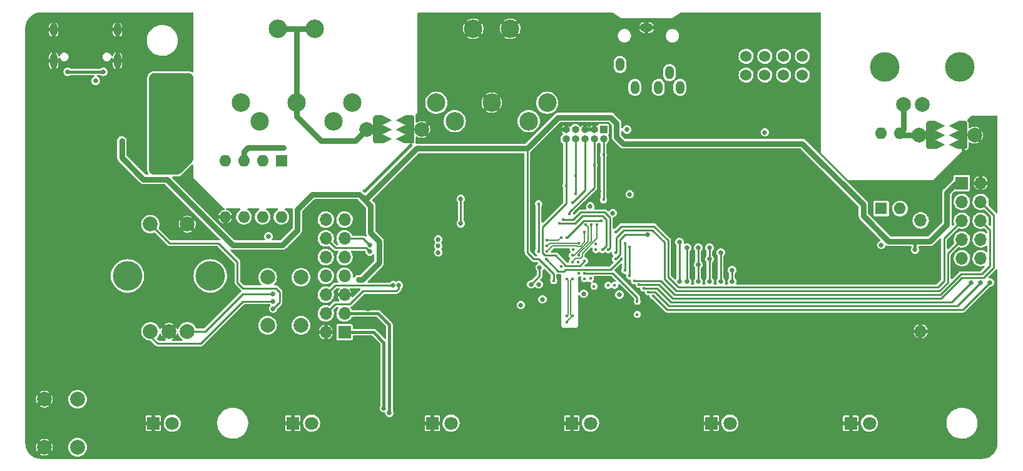
<source format=gbr>
%TF.GenerationSoftware,KiCad,Pcbnew,(6.0.6-0)*%
%TF.CreationDate,2022-08-05T12:00:24-07:00*%
%TF.ProjectId,Tesla Coil MIDI Synth,5465736c-6120-4436-9f69-6c204d494449,1*%
%TF.SameCoordinates,Original*%
%TF.FileFunction,Copper,L4,Bot*%
%TF.FilePolarity,Positive*%
%FSLAX46Y46*%
G04 Gerber Fmt 4.6, Leading zero omitted, Abs format (unit mm)*
G04 Created by KiCad (PCBNEW (6.0.6-0)) date 2022-08-05 12:00:24*
%MOMM*%
%LPD*%
G01*
G04 APERTURE LIST*
G04 Aperture macros list*
%AMFreePoly0*
4,1,20,1.905000,0.635000,1.905000,-0.317500,1.894181,-0.399675,1.847581,-0.499611,1.769611,-0.577581,1.669675,-0.624181,1.587500,-0.635000,-1.587500,-0.635000,-1.669675,-0.624181,-1.769611,-0.577581,-1.847581,-0.499611,-1.894181,-0.399675,-1.905000,-0.317500,-1.905000,0.635000,-1.270000,1.905000,-0.635000,0.635000,0.000000,1.905000,0.635000,0.635000,1.270000,1.905000,1.905000,0.635000,
1.905000,0.635000,$1*%
%AMFreePoly1*
4,1,20,1.669675,0.624181,1.769611,0.577581,1.847581,0.499611,1.894181,0.399675,1.905000,0.317500,1.905000,-0.635000,1.270000,-1.905000,0.635000,-0.635000,0.000000,-1.905000,-0.635000,-0.635000,-1.270000,-1.905000,-1.905000,-0.635000,-1.905000,0.317500,-1.894181,0.399675,-1.847581,0.499611,-1.769611,0.577581,-1.669675,0.624181,-1.587500,0.635000,1.587500,0.635000,1.669675,0.624181,
1.669675,0.624181,$1*%
G04 Aperture macros list end*
%TA.AperFunction,ComponentPad*%
%ADD10C,2.500000*%
%TD*%
%TA.AperFunction,ComponentPad*%
%ADD11R,1.800000X1.800000*%
%TD*%
%TA.AperFunction,ComponentPad*%
%ADD12C,1.800000*%
%TD*%
%TA.AperFunction,ComponentPad*%
%ADD13C,4.000000*%
%TD*%
%TA.AperFunction,ComponentPad*%
%ADD14C,2.000000*%
%TD*%
%TA.AperFunction,ComponentPad*%
%ADD15C,1.524000*%
%TD*%
%TA.AperFunction,ComponentPad*%
%ADD16R,1.600000X1.600000*%
%TD*%
%TA.AperFunction,ComponentPad*%
%ADD17O,1.600000X1.600000*%
%TD*%
%TA.AperFunction,ComponentPad*%
%ADD18R,1.700000X1.700000*%
%TD*%
%TA.AperFunction,ComponentPad*%
%ADD19O,1.700000X1.700000*%
%TD*%
%TA.AperFunction,ComponentPad*%
%ADD20O,1.000000X1.800000*%
%TD*%
%TA.AperFunction,ComponentPad*%
%ADD21O,1.000000X2.100000*%
%TD*%
%TA.AperFunction,ComponentPad*%
%ADD22R,1.000000X1.000000*%
%TD*%
%TA.AperFunction,ComponentPad*%
%ADD23O,1.000000X1.000000*%
%TD*%
%TA.AperFunction,ComponentPad*%
%ADD24O,1.200000X1.800000*%
%TD*%
%TA.AperFunction,ComponentPad*%
%ADD25O,1.800000X1.200000*%
%TD*%
%TA.AperFunction,SMDPad,CuDef*%
%ADD26FreePoly0,90.000000*%
%TD*%
%TA.AperFunction,SMDPad,CuDef*%
%ADD27FreePoly1,90.000000*%
%TD*%
%TA.AperFunction,SMDPad,CuDef*%
%ADD28FreePoly0,270.000000*%
%TD*%
%TA.AperFunction,SMDPad,CuDef*%
%ADD29FreePoly1,270.000000*%
%TD*%
%TA.AperFunction,ViaPad*%
%ADD30C,0.635000*%
%TD*%
%TA.AperFunction,ViaPad*%
%ADD31C,0.450000*%
%TD*%
%TA.AperFunction,Conductor*%
%ADD32C,0.762000*%
%TD*%
%TA.AperFunction,Conductor*%
%ADD33C,0.381000*%
%TD*%
%TA.AperFunction,Conductor*%
%ADD34C,0.254000*%
%TD*%
%TA.AperFunction,Conductor*%
%ADD35C,0.205740*%
%TD*%
%TA.AperFunction,Conductor*%
%ADD36C,0.127000*%
%TD*%
G04 APERTURE END LIST*
D10*
%TO.P,J7,*%
%TO.N,Net-(C19-Pad2)*%
X59777000Y-22559000D03*
X54777000Y-22559000D03*
%TO.P,J7,1*%
%TO.N,unconnected-(J7-Pad1)*%
X49777000Y-32559000D03*
%TO.P,J7,2*%
%TO.N,Net-(C19-Pad2)*%
X57277000Y-32559000D03*
%TO.P,J7,3*%
%TO.N,unconnected-(J7-Pad3)*%
X64777000Y-32559000D03*
%TO.P,J7,4*%
%TO.N,Net-(FB4-Pad1)*%
X52277000Y-35059000D03*
%TO.P,J7,5*%
%TO.N,Net-(FB5-Pad1)*%
X62277000Y-35059000D03*
%TD*%
D11*
%TO.P,D2,1,K*%
%TO.N,GND*%
X37918571Y-75946000D03*
D12*
%TO.P,D2,2,A*%
%TO.N,Net-(D2-Pad2)*%
X40458571Y-75946000D03*
%TD*%
D13*
%TO.P,SW3,*%
%TO.N,*%
X34405000Y-56007000D03*
X45605000Y-56007000D03*
D14*
%TO.P,SW3,A,A*%
%TO.N,/ENC_A*%
X37505000Y-63507000D03*
%TO.P,SW3,B,B*%
%TO.N,/ENC_B*%
X42505000Y-63507000D03*
%TO.P,SW3,C,C*%
%TO.N,GND*%
X40005000Y-63507000D03*
%TO.P,SW3,S1,S1*%
%TO.N,/ENC_SW*%
X37505000Y-49007000D03*
%TO.P,SW3,S2,S2*%
%TO.N,GND*%
X42505000Y-49007000D03*
%TD*%
D11*
%TO.P,D6,1,K*%
%TO.N,GND*%
X113392857Y-75946000D03*
D12*
%TO.P,D6,2,A*%
%TO.N,Net-(D6-Pad2)*%
X115932857Y-75946000D03*
%TD*%
D14*
%TO.P,SW1,1,1*%
%TO.N,GND*%
X23150000Y-72696000D03*
X23150000Y-79196000D03*
%TO.P,SW1,2,2*%
%TO.N,/RESET*%
X27650000Y-79196000D03*
X27650000Y-72696000D03*
%TD*%
%TO.P,C23,1*%
%TO.N,Net-(C23-Pad1)*%
X141538000Y-36957000D03*
%TO.P,C23,2*%
%TO.N,GND*%
X149038000Y-36957000D03*
%TD*%
D15*
%TO.P,U4,1*%
%TO.N,N/C*%
X118110000Y-28829000D03*
%TO.P,U4,2*%
%TO.N,Net-(R18-Pad1)*%
X120650000Y-28829000D03*
%TO.P,U4,3*%
%TO.N,Net-(Q2-Pad3)*%
X123190000Y-28829000D03*
%TO.P,U4,4*%
%TO.N,N/C*%
X125730000Y-28829000D03*
%TO.P,U4,5*%
X125730000Y-26289000D03*
%TO.P,U4,6*%
%TO.N,Net-(R18-Pad1)*%
X123190000Y-26289000D03*
%TO.P,U4,7*%
X120650000Y-26289000D03*
%TO.P,U4,8*%
%TO.N,N/C*%
X118110000Y-26289000D03*
%TD*%
D11*
%TO.P,D4,1,K*%
%TO.N,GND*%
X75655714Y-75946000D03*
D12*
%TO.P,D4,2,A*%
%TO.N,Net-(D4-Pad2)*%
X78195714Y-75946000D03*
%TD*%
D16*
%TO.P,U3,1*%
%TO.N,Net-(R19-Pad1)*%
X136393000Y-46883000D03*
D17*
%TO.P,U3,2*%
%TO.N,Net-(Q2-Pad3)*%
X138933000Y-46883000D03*
%TO.P,U3,3*%
%TO.N,Net-(C23-Pad1)*%
X138933000Y-36723000D03*
%TO.P,U3,4*%
%TO.N,Net-(J5-Pad1)*%
X136393000Y-36723000D03*
%TD*%
D18*
%TO.P,U7,1,VDD*%
%TO.N,+5V*%
X63775000Y-63627000D03*
D19*
%TO.P,U7,2,VSS*%
%TO.N,GND*%
X61235000Y-63627000D03*
%TO.P,U7,3,VO*%
%TO.N,Net-(RV1-Pad2)*%
X63775000Y-61087000D03*
%TO.P,U7,4,RS*%
%TO.N,Net-(U5-Pad3)*%
X61235000Y-61087000D03*
%TO.P,U7,5,R/W*%
%TO.N,GND*%
X63775000Y-58547000D03*
%TO.P,U7,6,E*%
%TO.N,Net-(U5-Pad4)*%
X61235000Y-58547000D03*
%TO.P,U7,7,DB0*%
%TO.N,unconnected-(U7-Pad7)*%
X63775000Y-56007000D03*
%TO.P,U7,8,DB1*%
%TO.N,unconnected-(U7-Pad8)*%
X61235000Y-56007000D03*
%TO.P,U7,9,DB2*%
%TO.N,unconnected-(U7-Pad9)*%
X63775000Y-53467000D03*
%TO.P,U7,10,DB3*%
%TO.N,unconnected-(U7-Pad10)*%
X61235000Y-53467000D03*
%TO.P,U7,11,DB4*%
%TO.N,Net-(U5-Pad5)*%
X63775000Y-50927000D03*
%TO.P,U7,12,DB5*%
%TO.N,Net-(U5-Pad6)*%
X61235000Y-50927000D03*
%TO.P,U7,13,DB6*%
%TO.N,Net-(U5-Pad7)*%
X63775000Y-48387000D03*
%TO.P,U7,14,DB7*%
%TO.N,Net-(U5-Pad8)*%
X61235000Y-48387000D03*
%TO.P,U7,15,A*%
%TO.N,Net-(R26-Pad1)*%
X141735000Y-48507000D03*
%TO.P,U7,16,K*%
%TO.N,GND*%
X141735000Y-63507000D03*
%TD*%
D18*
%TO.P,J3,1,Pin_1*%
%TO.N,+5V*%
X147315000Y-43439000D03*
D19*
%TO.P,J3,2,Pin_2*%
%TO.N,GND*%
X149855000Y-43439000D03*
%TO.P,J3,3,Pin_3*%
%TO.N,+3.3V*%
X147315000Y-45979000D03*
%TO.P,J3,4,Pin_4*%
%TO.N,/EXP6*%
X149855000Y-45979000D03*
%TO.P,J3,5,Pin_5*%
%TO.N,/EXP0*%
X147315000Y-48519000D03*
%TO.P,J3,6,Pin_6*%
%TO.N,/EXP5*%
X149855000Y-48519000D03*
%TO.P,J3,7,Pin_7*%
%TO.N,/EXP1*%
X147315000Y-51059000D03*
%TO.P,J3,8,Pin_8*%
%TO.N,/EXP4*%
X149855000Y-51059000D03*
%TO.P,J3,9,Pin_9*%
%TO.N,/EXP2*%
X147315000Y-53599000D03*
%TO.P,J3,10,Pin_10*%
%TO.N,/EXP3*%
X149855000Y-53599000D03*
%TD*%
D16*
%TO.P,U6,1,NC*%
%TO.N,unconnected-(U6-Pad1)*%
X55235000Y-40396000D03*
D17*
%TO.P,U6,2,A*%
%TO.N,Net-(D14-Pad1)*%
X52695000Y-40396000D03*
%TO.P,U6,3,C*%
%TO.N,Net-(D14-Pad2)*%
X50155000Y-40396000D03*
%TO.P,U6,4*%
%TO.N,N/C*%
X47615000Y-40396000D03*
%TO.P,U6,5,GND*%
%TO.N,GND*%
X47615000Y-48016000D03*
%TO.P,U6,6,VO*%
%TO.N,/MIDI/MIDI In*%
X50155000Y-48016000D03*
%TO.P,U6,7,EN*%
%TO.N,+3.3V*%
X52695000Y-48016000D03*
%TO.P,U6,8,VCC*%
X55235000Y-48016000D03*
%TD*%
D13*
%TO.P,J5,*%
%TO.N,*%
X147066000Y-27686000D03*
X136906000Y-27686000D03*
D14*
%TO.P,J5,1,In*%
%TO.N,Net-(J5-Pad1)*%
X141986000Y-32766000D03*
%TO.P,J5,2,Ext*%
%TO.N,Net-(C23-Pad1)*%
X139446000Y-32766000D03*
%TD*%
D11*
%TO.P,D3,1,K*%
%TO.N,GND*%
X56787143Y-75946000D03*
D12*
%TO.P,D3,2,A*%
%TO.N,Net-(D3-Pad2)*%
X59327143Y-75946000D03*
%TD*%
D20*
%TO.P,J1,S1,SHIELD*%
%TO.N,GND*%
X33048500Y-22677000D03*
X24408500Y-22677000D03*
D21*
X33048500Y-26857000D03*
X24408500Y-26857000D03*
%TD*%
D14*
%TO.P,C19,1*%
%TO.N,GND*%
X74235000Y-36195000D03*
%TO.P,C19,2*%
%TO.N,Net-(C19-Pad2)*%
X66735000Y-36195000D03*
%TD*%
D22*
%TO.P,J2,1,Pin_1*%
%TO.N,+3.3V*%
X98816000Y-36205000D03*
D23*
%TO.P,J2,2,Pin_2*%
%TO.N,/TMS*%
X98816000Y-37475000D03*
%TO.P,J2,3,Pin_3*%
%TO.N,GND*%
X97546000Y-36205000D03*
%TO.P,J2,4,Pin_4*%
%TO.N,/TCK*%
X97546000Y-37475000D03*
%TO.P,J2,5,Pin_5*%
%TO.N,GND*%
X96276000Y-36205000D03*
%TO.P,J2,6,Pin_6*%
%TO.N,/TDO*%
X96276000Y-37475000D03*
%TO.P,J2,7,Pin_7*%
%TO.N,unconnected-(J2-Pad7)*%
X95006000Y-36205000D03*
%TO.P,J2,8,Pin_8*%
%TO.N,/TDI*%
X95006000Y-37475000D03*
%TO.P,J2,9,Pin_9*%
%TO.N,GND*%
X93736000Y-36205000D03*
%TO.P,J2,10,Pin_10*%
%TO.N,/RESET*%
X93736000Y-37475000D03*
%TD*%
D24*
%TO.P,J4,R*%
%TO.N,Net-(C17-Pad2)*%
X106248000Y-30495000D03*
%TO.P,J4,RN*%
X109148000Y-30495000D03*
X107748000Y-28495000D03*
D25*
%TO.P,J4,S*%
%TO.N,GND*%
X104648000Y-22395000D03*
D24*
%TO.P,J4,T*%
%TO.N,Net-(C17-Pad2)*%
X101048000Y-27395000D03*
%TO.P,J4,TN*%
X103048000Y-30495000D03*
%TD*%
D10*
%TO.P,J6,*%
%TO.N,GND*%
X86193000Y-22559000D03*
X81193000Y-22559000D03*
%TO.P,J6,1*%
%TO.N,unconnected-(J6-Pad1)*%
X76193000Y-32559000D03*
%TO.P,J6,2*%
%TO.N,GND*%
X83693000Y-32559000D03*
%TO.P,J6,3*%
%TO.N,unconnected-(J6-Pad3)*%
X91193000Y-32559000D03*
%TO.P,J6,4*%
%TO.N,Net-(FB6-Pad2)*%
X78693000Y-35059000D03*
%TO.P,J6,5*%
%TO.N,Net-(FB3-Pad1)*%
X88693000Y-35059000D03*
%TD*%
D11*
%TO.P,D7,1,K*%
%TO.N,GND*%
X132261429Y-75946000D03*
D12*
%TO.P,D7,2,A*%
%TO.N,Net-(D7-Pad2)*%
X134801429Y-75946000D03*
%TD*%
D11*
%TO.P,D5,1,K*%
%TO.N,GND*%
X94524286Y-75946000D03*
D12*
%TO.P,D5,2,A*%
%TO.N,Net-(D5-Pad2)*%
X97064286Y-75946000D03*
%TD*%
D14*
%TO.P,SW2,1,1*%
%TO.N,Net-(R2-Pad1)*%
X53376000Y-56186000D03*
X53376000Y-62686000D03*
%TO.P,SW2,2,2*%
%TO.N,+3.3V*%
X57876000Y-56186000D03*
X57876000Y-62686000D03*
%TD*%
D26*
%TO.P,SG1,1*%
%TO.N,GND*%
X147447000Y-36957000D03*
D27*
%TO.P,SG1,2*%
%TO.N,Net-(C23-Pad1)*%
X143129000Y-36957000D03*
%TD*%
D28*
%TO.P,SG2,1*%
%TO.N,Net-(C19-Pad2)*%
X68326000Y-36195000D03*
D29*
%TO.P,SG2,2*%
%TO.N,GND*%
X72644000Y-36195000D03*
%TD*%
D30*
%TO.N,+5V*%
X69088000Y-73914000D03*
X140970000Y-52451000D03*
X33655000Y-39243000D03*
X65659000Y-56515000D03*
D31*
X92075000Y-56642000D03*
D30*
X33655000Y-37719000D03*
X33655000Y-38481000D03*
X78486000Y-38735000D03*
X67310000Y-50165000D03*
%TO.N,GND*%
X73025000Y-51562000D03*
X106426000Y-35433000D03*
X107188000Y-36068000D03*
X70358000Y-53086000D03*
X100584000Y-61468000D03*
X87630000Y-58928000D03*
X121539000Y-39370000D03*
X53975000Y-48895000D03*
X26035000Y-30480000D03*
X87884000Y-54356000D03*
X70739000Y-50419000D03*
X35687000Y-30988000D03*
D31*
X98298000Y-58039000D03*
D30*
X97155000Y-61341000D03*
X100711000Y-44831000D03*
X88900000Y-63881000D03*
X30861000Y-34290000D03*
X90551000Y-45720000D03*
X125730000Y-48006000D03*
X34671000Y-39243000D03*
X87884000Y-52832000D03*
X70358000Y-52324000D03*
X73406000Y-53721000D03*
D31*
X97028000Y-53213000D03*
D30*
X66802000Y-76962000D03*
X35179000Y-31623000D03*
X98552000Y-61468000D03*
X70739000Y-51562000D03*
X30861000Y-33401000D03*
D31*
X93853000Y-53975000D03*
D30*
X30861000Y-35179000D03*
X91694000Y-63754000D03*
D31*
X95377000Y-54102000D03*
D30*
X35179000Y-32385000D03*
X97028000Y-45593000D03*
X66929000Y-60452000D03*
X125730000Y-47117000D03*
X85090000Y-58928000D03*
X98171000Y-44577000D03*
X68961000Y-60452000D03*
X31877000Y-31750000D03*
X76073000Y-59563000D03*
X35052000Y-36830000D03*
X87884000Y-53594000D03*
X73025000Y-50419000D03*
X73406000Y-59563000D03*
X55245000Y-49911000D03*
X36449000Y-30988000D03*
X34671000Y-37719000D03*
X83947000Y-56388000D03*
X26035000Y-29591000D03*
X100711000Y-45593000D03*
X30861000Y-32512000D03*
X34671000Y-38481000D03*
X76073000Y-53721000D03*
D31*
X98298000Y-57404000D03*
D30*
%TO.N,+3.3V*%
X40005000Y-32131000D03*
X87630000Y-59944000D03*
X37719000Y-32131000D03*
D31*
X100330000Y-57277000D03*
X95504000Y-55626000D03*
X97034500Y-56381500D03*
D30*
X76454000Y-52832000D03*
D31*
X99441000Y-57277000D03*
X103378000Y-61214000D03*
D30*
X76454000Y-51943000D03*
X37719000Y-34925000D03*
X38100000Y-35687000D03*
X136398000Y-51816000D03*
X120650000Y-36576000D03*
X39243000Y-34925000D03*
X40767000Y-33020000D03*
X96139000Y-58420000D03*
X100076000Y-47498000D03*
X100965000Y-58547000D03*
X76454000Y-51054000D03*
X39624000Y-35687000D03*
X53468500Y-50671500D03*
X102362000Y-44958000D03*
X38862000Y-35687000D03*
X40767000Y-34036000D03*
X38481000Y-32131000D03*
X38100000Y-31369000D03*
D31*
X97790000Y-52451000D03*
D30*
X40005000Y-34925000D03*
X30089000Y-29601000D03*
X101981000Y-36195000D03*
X38481000Y-34925000D03*
X39243000Y-32131000D03*
X38862000Y-31369000D03*
D31*
X97536000Y-57404000D03*
D30*
X39624000Y-31369000D03*
D31*
%TO.N,Net-(C10-Pad1)*%
X96266000Y-56388000D03*
D30*
X97028000Y-46609000D03*
X90043000Y-57150000D03*
D31*
X97790000Y-51689000D03*
X94742000Y-52451000D03*
D30*
%TO.N,Net-(C14-Pad1)*%
X89027000Y-57150000D03*
X90170000Y-54864000D03*
D31*
%TO.N,Net-(C15-Pad1)*%
X93091000Y-54737000D03*
D30*
X90551000Y-59182000D03*
%TO.N,/TIOA0*%
X110109000Y-56769000D03*
D31*
X93853000Y-50800000D03*
D30*
X110109000Y-52197000D03*
D31*
X98552000Y-48514000D03*
D30*
%TO.N,/TIOA1*%
X111633000Y-56769000D03*
X111633000Y-52197000D03*
X111633000Y-54483000D03*
%TO.N,/TIOA2*%
X113157000Y-53721000D03*
X113157000Y-56769000D03*
D31*
X91059000Y-53721000D03*
X101219000Y-53721000D03*
D30*
X113157000Y-52197000D03*
%TO.N,/TIOA3*%
X114681000Y-56769000D03*
X114681000Y-52832000D03*
D31*
%TO.N,/TIOA4*%
X101727000Y-51562000D03*
X101727000Y-55245000D03*
D30*
X116205000Y-55245000D03*
X116205000Y-56769000D03*
D31*
%TO.N,/TIOA5*%
X102362000Y-56007000D03*
X102362000Y-52070000D03*
D30*
%TO.N,Net-(D14-Pad2)*%
X55499000Y-38608000D03*
D31*
%TO.N,/DF-*%
X93884000Y-62268758D03*
X94584000Y-61444977D03*
X94615000Y-56388000D03*
%TO.N,/DF+*%
X93853000Y-56388000D03*
X93884000Y-61444977D03*
%TO.N,/TMS*%
X98816000Y-39614000D03*
X98816000Y-45710000D03*
X97917000Y-49022000D03*
X94615000Y-54102000D03*
%TO.N,/TCK*%
X97546000Y-41031000D03*
X94234000Y-47625000D03*
%TO.N,/TDO*%
X94615000Y-46101000D03*
X96393000Y-49022000D03*
X94615000Y-53213000D03*
%TO.N,/TDI*%
X95006000Y-44948000D03*
X95504000Y-53213000D03*
X97155000Y-49022000D03*
X95006000Y-42428000D03*
%TO.N,/RESET*%
X93736000Y-43805000D03*
D30*
X109093000Y-56769000D03*
D31*
X96266000Y-53975000D03*
D30*
X109093000Y-51435000D03*
D31*
%TO.N,/EXP6*%
X103632000Y-57150000D03*
%TO.N,/EXP0*%
X100457000Y-50038000D03*
%TO.N,/EXP5*%
X102997000Y-56642000D03*
%TO.N,/EXP1*%
X100457000Y-52832000D03*
D30*
%TO.N,/EXP4*%
X151130000Y-56896000D03*
D31*
X105537000Y-58674000D03*
%TO.N,/EXP2*%
X104267000Y-57658000D03*
D30*
X148590000Y-56896000D03*
D31*
%TO.N,/EXP3*%
X104902000Y-58166000D03*
D30*
X149860000Y-56896000D03*
%TO.N,Net-(J1-PadA4)*%
X26315500Y-28392000D03*
X31141500Y-28392000D03*
D31*
%TO.N,Net-(R4-Pad2)*%
X96266000Y-55626000D03*
X103378000Y-59436000D03*
%TO.N,/MIDI/MIDI In*%
X90043000Y-52705000D03*
X90043000Y-46228000D03*
D30*
%TO.N,Net-(R23-Pad1)*%
X79502000Y-48895000D03*
X79502000Y-45593000D03*
%TO.N,Net-(RV1-Pad2)*%
X69850000Y-74549000D03*
D31*
%TO.N,/ENC_A*%
X92837000Y-48895000D03*
X98679000Y-52451000D03*
D30*
X54102000Y-59436000D03*
%TO.N,/ENC_B*%
X54102000Y-58420000D03*
D31*
X93345000Y-48387000D03*
X99441000Y-52451000D03*
D30*
%TO.N,/ENC_SW*%
X54102000Y-60452000D03*
D31*
%TO.N,/MIDI/MIDI Out*%
X91186000Y-52705000D03*
X96266000Y-50038000D03*
%TO.N,/LCD/D6*%
X93091000Y-50800000D03*
X91186000Y-51181000D03*
%TO.N,/LCD/D7*%
X91186000Y-51943000D03*
X95504000Y-51562000D03*
%TO.N,/Avg*%
X100457000Y-53721000D03*
D30*
X104775000Y-50419000D03*
%TO.N,Net-(U5-Pad3)*%
X71120000Y-57277000D03*
%TO.N,Net-(U5-Pad4)*%
X70358000Y-57277000D03*
%TO.N,Net-(U5-Pad5)*%
X67183000Y-51816000D03*
%TO.N,Net-(U5-Pad6)*%
X67183000Y-52705000D03*
%TD*%
D32*
%TO.N,+5V*%
X145288000Y-49022000D02*
X145288000Y-44704000D01*
X55372000Y-51816000D02*
X57404000Y-49784000D01*
D33*
X69088000Y-65024000D02*
X67691000Y-63627000D01*
D34*
X89408000Y-53721000D02*
X88519000Y-52832000D01*
D32*
X99822000Y-34544000D02*
X100584000Y-35306000D01*
D33*
X140970000Y-52451000D02*
X140970000Y-51308000D01*
D34*
X90043000Y-53721000D02*
X89408000Y-53721000D01*
D32*
X100584000Y-37211000D02*
X101473000Y-38100000D01*
X125730000Y-38100000D02*
X133985000Y-46355000D01*
X67310000Y-46482000D02*
X67310000Y-50165000D01*
X100584000Y-35306000D02*
X100584000Y-37211000D01*
X92710000Y-34544000D02*
X88519000Y-38735000D01*
D33*
X67691000Y-63627000D02*
X63775000Y-63627000D01*
D32*
X66548000Y-45593000D02*
X66675000Y-45593000D01*
X39751000Y-42926000D02*
X48641000Y-51816000D01*
X66167000Y-45339000D02*
X67310000Y-46482000D01*
X78486000Y-38735000D02*
X88519000Y-38735000D01*
X137414000Y-51308000D02*
X140970000Y-51308000D01*
X146553000Y-43439000D02*
X147315000Y-43439000D01*
D33*
X69088000Y-73914000D02*
X69088000Y-65024000D01*
D32*
X140970000Y-51308000D02*
X143002000Y-51308000D01*
X92710000Y-34544000D02*
X99822000Y-34544000D01*
X68453000Y-51308000D02*
X67310000Y-50165000D01*
X65659000Y-56515000D02*
X66167000Y-56515000D01*
X133985000Y-46355000D02*
X133985000Y-47879000D01*
X33655000Y-37719000D02*
X33655000Y-40005000D01*
X57404000Y-46990000D02*
X59436000Y-44958000D01*
D34*
X92075000Y-56642000D02*
X92075000Y-55753000D01*
D32*
X65786000Y-44958000D02*
X66167000Y-45339000D01*
X36576000Y-42926000D02*
X39751000Y-42926000D01*
X143002000Y-51308000D02*
X145288000Y-49022000D01*
X66675000Y-45593000D02*
X73533000Y-38735000D01*
X66167000Y-56515000D02*
X68453000Y-54229000D01*
X101473000Y-38100000D02*
X125730000Y-38100000D01*
D34*
X92075000Y-55753000D02*
X90043000Y-53721000D01*
D32*
X33655000Y-40005000D02*
X36576000Y-42926000D01*
D34*
X88519000Y-52832000D02*
X88519000Y-38735000D01*
D32*
X145288000Y-44704000D02*
X146553000Y-43439000D01*
X73533000Y-38735000D02*
X78486000Y-38735000D01*
X133985000Y-47879000D02*
X137414000Y-51308000D01*
X68453000Y-54229000D02*
X68453000Y-51308000D01*
X57404000Y-49784000D02*
X57404000Y-46990000D01*
X59436000Y-44958000D02*
X65786000Y-44958000D01*
X48641000Y-51816000D02*
X55372000Y-51816000D01*
D34*
%TO.N,Net-(C14-Pad1)*%
X90170000Y-56007000D02*
X90170000Y-54864000D01*
X89027000Y-57150000D02*
X90170000Y-56007000D01*
D32*
%TO.N,Net-(C19-Pad2)*%
X57484000Y-22559000D02*
X59777000Y-22559000D01*
X60579000Y-37719000D02*
X65211000Y-37719000D01*
X57277000Y-34417000D02*
X60579000Y-37719000D01*
X57277000Y-32559000D02*
X57277000Y-34417000D01*
X57277000Y-22766000D02*
X57484000Y-22559000D01*
X54777000Y-22559000D02*
X57484000Y-22559000D01*
X65211000Y-37719000D02*
X66735000Y-36195000D01*
X57277000Y-32559000D02*
X57277000Y-22766000D01*
D34*
%TO.N,/TIOA0*%
X110109000Y-56769000D02*
X110109000Y-52197000D01*
X96139000Y-48514000D02*
X93853000Y-50800000D01*
X98552000Y-48514000D02*
X96139000Y-48514000D01*
%TO.N,/TIOA1*%
X111633000Y-54483000D02*
X111633000Y-52197000D01*
X111633000Y-56769000D02*
X111633000Y-54483000D01*
%TO.N,/TIOA2*%
X99815000Y-55125000D02*
X101219000Y-53721000D01*
X113157000Y-56769000D02*
X113157000Y-53721000D01*
X91059000Y-53721000D02*
X92710000Y-55372000D01*
X92710000Y-55372000D02*
X93472000Y-55372000D01*
X93719000Y-55125000D02*
X99815000Y-55125000D01*
X93472000Y-55372000D02*
X93719000Y-55125000D01*
X113157000Y-53721000D02*
X113157000Y-52197000D01*
%TO.N,/TIOA3*%
X114681000Y-56769000D02*
X114681000Y-52832000D01*
%TO.N,/TIOA4*%
X101727000Y-51562000D02*
X101727000Y-55245000D01*
X116205000Y-56769000D02*
X116205000Y-55245000D01*
%TO.N,/TIOA5*%
X102362000Y-52070000D02*
X102362000Y-56007000D01*
D32*
%TO.N,Net-(D14-Pad2)*%
X50155000Y-40396000D02*
X50155000Y-39126000D01*
X50155000Y-39126000D02*
X50673000Y-38608000D01*
X50673000Y-38608000D02*
X55499000Y-38608000D01*
D35*
%TO.N,/DF-*%
X93853000Y-62175977D02*
X93853000Y-62230000D01*
X94615000Y-56388000D02*
X94400370Y-56602630D01*
X94400370Y-56602630D02*
X94400370Y-61261347D01*
X94584000Y-61444977D02*
X93853000Y-62175977D01*
X94400370Y-61261347D02*
X94584000Y-61444977D01*
%TO.N,/DF+*%
X94067630Y-61261347D02*
X93884000Y-61444977D01*
X93853000Y-56388000D02*
X94067630Y-56602630D01*
X94067630Y-56602630D02*
X94067630Y-61261347D01*
D32*
%TO.N,Net-(C23-Pad1)*%
X141538000Y-36957000D02*
X139167000Y-36957000D01*
X139446000Y-32766000D02*
X139446000Y-36210000D01*
D33*
X139167000Y-36957000D02*
X138933000Y-36723000D01*
D32*
X139446000Y-36210000D02*
X138933000Y-36723000D01*
D36*
%TO.N,/TMS*%
X95685219Y-53650500D02*
X95941500Y-53394219D01*
X95941500Y-52918781D02*
X97917000Y-50943281D01*
X95066500Y-53650500D02*
X95685219Y-53650500D01*
X94615000Y-54102000D02*
X95066500Y-53650500D01*
D34*
X98816000Y-45710000D02*
X98816000Y-39614000D01*
X98816000Y-39614000D02*
X98816000Y-37475000D01*
D36*
X97917000Y-50943281D02*
X97917000Y-49022000D01*
X95941500Y-53394219D02*
X95941500Y-52918781D01*
D34*
%TO.N,/TCK*%
X94234000Y-47371000D02*
X97546000Y-44059000D01*
X94234000Y-47625000D02*
X94234000Y-47371000D01*
X97546000Y-44059000D02*
X97546000Y-41031000D01*
X97546000Y-41031000D02*
X97546000Y-37475000D01*
D36*
%TO.N,/TDO*%
X94615000Y-53213000D02*
X94869000Y-53213000D01*
X96774000Y-49403000D02*
X96393000Y-49022000D01*
D34*
X96276000Y-44440000D02*
X96276000Y-37475000D01*
D36*
X96774000Y-51308000D02*
X96774000Y-49403000D01*
X94869000Y-53213000D02*
X96774000Y-51308000D01*
D34*
X94615000Y-46101000D02*
X96276000Y-44440000D01*
%TO.N,/TDI*%
X95006000Y-44948000D02*
X95006000Y-42428000D01*
D36*
X97155000Y-51308000D02*
X97155000Y-49022000D01*
X95504000Y-52959000D02*
X97155000Y-51308000D01*
X95504000Y-53213000D02*
X95504000Y-52959000D01*
D34*
X95006000Y-42428000D02*
X95006000Y-37475000D01*
%TO.N,/RESET*%
X109093000Y-56769000D02*
X109093000Y-51435000D01*
X93726000Y-54610000D02*
X95631000Y-54610000D01*
X93736000Y-43805000D02*
X93736000Y-46218000D01*
X95631000Y-54610000D02*
X96266000Y-53975000D01*
X90551000Y-49403000D02*
X90551000Y-52832000D01*
X90932000Y-53213000D02*
X92329000Y-53213000D01*
X90551000Y-52832000D02*
X90932000Y-53213000D01*
X93736000Y-43805000D02*
X93736000Y-37475000D01*
X92329000Y-53213000D02*
X93726000Y-54610000D01*
X93736000Y-46218000D02*
X90551000Y-49403000D01*
%TO.N,/EXP6*%
X106299000Y-57150000D02*
X108204000Y-59055000D01*
X150241000Y-56261000D02*
X151638000Y-54864000D01*
X108204000Y-59055000D02*
X144526000Y-59055000D01*
X151638000Y-54864000D02*
X151638000Y-47762000D01*
X103632000Y-57150000D02*
X106299000Y-57150000D01*
X144526000Y-59055000D02*
X147320000Y-56261000D01*
X151638000Y-47762000D02*
X149855000Y-45979000D01*
X147320000Y-56261000D02*
X150241000Y-56261000D01*
%TO.N,/EXP0*%
X101219000Y-49276000D02*
X105664000Y-49276000D01*
X144907000Y-56673750D02*
X144907000Y-50927000D01*
X108966000Y-57531000D02*
X144049750Y-57531000D01*
X144907000Y-50927000D02*
X147315000Y-48519000D01*
X107569000Y-56134000D02*
X108966000Y-57531000D01*
X105664000Y-49276000D02*
X107569000Y-51181000D01*
X107569000Y-51181000D02*
X107569000Y-56134000D01*
X100457000Y-50038000D02*
X101219000Y-49276000D01*
X144049750Y-57531000D02*
X144907000Y-56673750D01*
%TO.N,/EXP5*%
X144399000Y-58547000D02*
X147193000Y-55753000D01*
X151130000Y-49794000D02*
X149855000Y-48519000D01*
X149987000Y-55753000D02*
X151130000Y-54610000D01*
X151130000Y-54610000D02*
X151130000Y-49794000D01*
X108458000Y-58547000D02*
X144399000Y-58547000D01*
X106553000Y-56642000D02*
X108458000Y-58547000D01*
X102997000Y-56642000D02*
X106553000Y-56642000D01*
X147193000Y-55753000D02*
X149987000Y-55753000D01*
%TO.N,/EXP1*%
X107061000Y-51435000D02*
X107061000Y-56388000D01*
X100457000Y-52832000D02*
X100584000Y-52705000D01*
X101600000Y-49784000D02*
X105410000Y-49784000D01*
X105410000Y-49784000D02*
X107061000Y-51435000D01*
X108712000Y-58039000D02*
X144272000Y-58039000D01*
X100584000Y-52705000D02*
X100584000Y-50800000D01*
X107061000Y-56388000D02*
X108712000Y-58039000D01*
X100584000Y-50800000D02*
X101600000Y-49784000D01*
X144272000Y-58039000D02*
X145415000Y-56896000D01*
X145415000Y-56896000D02*
X145415000Y-52959000D01*
X145415000Y-52959000D02*
X147315000Y-51059000D01*
%TO.N,/EXP4*%
X147447000Y-60579000D02*
X107442000Y-60579000D01*
X107442000Y-60579000D02*
X105537000Y-58674000D01*
X151130000Y-56896000D02*
X147447000Y-60579000D01*
%TO.N,/EXP2*%
X145923000Y-59563000D02*
X107950000Y-59563000D01*
X106045000Y-57658000D02*
X104267000Y-57658000D01*
X107950000Y-59563000D02*
X106045000Y-57658000D01*
X148590000Y-56896000D02*
X145923000Y-59563000D01*
%TO.N,/EXP3*%
X146685000Y-60071000D02*
X107696000Y-60071000D01*
X107696000Y-60071000D02*
X105791000Y-58166000D01*
X149860000Y-56896000D02*
X146685000Y-60071000D01*
X105791000Y-58166000D02*
X104902000Y-58166000D01*
D33*
%TO.N,Net-(J1-PadA4)*%
X26315500Y-28392000D02*
X31141500Y-28392000D01*
D34*
%TO.N,Net-(R4-Pad2)*%
X100076000Y-55626000D02*
X103378000Y-58928000D01*
X96266000Y-55626000D02*
X100076000Y-55626000D01*
X103378000Y-58928000D02*
X103378000Y-59436000D01*
%TO.N,/MIDI/MIDI In*%
X90043000Y-52705000D02*
X90043000Y-46228000D01*
%TO.N,Net-(R23-Pad1)*%
X79502000Y-45593000D02*
X79502000Y-48895000D01*
D33*
%TO.N,Net-(RV1-Pad2)*%
X69850000Y-62611000D02*
X68326000Y-61087000D01*
X68326000Y-61087000D02*
X63775000Y-61087000D01*
X69850000Y-74549000D02*
X69850000Y-62611000D01*
D34*
%TO.N,/ENC_A*%
X37505000Y-64175000D02*
X37505000Y-63507000D01*
X99187000Y-48387000D02*
X98679000Y-47879000D01*
X54102000Y-59436000D02*
X50038000Y-59436000D01*
X99187000Y-51943000D02*
X99187000Y-48387000D01*
X98679000Y-47879000D02*
X96012000Y-47879000D01*
X38481000Y-65151000D02*
X37505000Y-64175000D01*
X98679000Y-52451000D02*
X99187000Y-51943000D01*
X50038000Y-59436000D02*
X44323000Y-65151000D01*
X96012000Y-47879000D02*
X94996000Y-48895000D01*
X94996000Y-48895000D02*
X92837000Y-48895000D01*
X44323000Y-65151000D02*
X38481000Y-65151000D01*
%TO.N,/ENC_B*%
X42505000Y-63507000D02*
X44951000Y-63507000D01*
X50038000Y-58420000D02*
X54102000Y-58420000D01*
X94742000Y-48387000D02*
X93345000Y-48387000D01*
X99441000Y-52451000D02*
X99695000Y-52197000D01*
X44951000Y-63507000D02*
X50038000Y-58420000D01*
X99695000Y-48133000D02*
X98933000Y-47371000D01*
X98933000Y-47371000D02*
X95758000Y-47371000D01*
X95758000Y-47371000D02*
X94742000Y-48387000D01*
X99695000Y-52197000D02*
X99695000Y-48133000D01*
%TO.N,/ENC_SW*%
X50038000Y-57658000D02*
X49276000Y-56896000D01*
X49276000Y-54102000D02*
X46736000Y-51562000D01*
X54991000Y-58166000D02*
X54483000Y-57658000D01*
X46736000Y-51562000D02*
X40060000Y-51562000D01*
X54991000Y-59563000D02*
X54991000Y-58166000D01*
X54483000Y-57658000D02*
X50038000Y-57658000D01*
X49276000Y-56896000D02*
X49276000Y-54102000D01*
X40060000Y-51562000D02*
X37505000Y-49007000D01*
X54102000Y-60452000D02*
X54991000Y-59563000D01*
D36*
%TO.N,/MIDI/MIDI Out*%
X95322781Y-51999500D02*
X95266281Y-51943000D01*
X91948000Y-51943000D02*
X91186000Y-52705000D01*
X95685219Y-51999500D02*
X95322781Y-51999500D01*
X96266000Y-51418719D02*
X95685219Y-51999500D01*
X95266281Y-51943000D02*
X91948000Y-51943000D01*
X96266000Y-50038000D02*
X96266000Y-51418719D01*
%TO.N,/LCD/D6*%
X92710000Y-51181000D02*
X93091000Y-50800000D01*
X91186000Y-51181000D02*
X92710000Y-51181000D01*
%TO.N,/LCD/D7*%
X91567000Y-51562000D02*
X95504000Y-51562000D01*
X91186000Y-51943000D02*
X91567000Y-51562000D01*
D34*
%TO.N,/Avg*%
X100457000Y-53721000D02*
X101092000Y-53086000D01*
X101092000Y-51054000D02*
X101727000Y-50419000D01*
X104775000Y-50419000D02*
X101727000Y-50419000D01*
X101092000Y-53086000D02*
X101092000Y-51054000D01*
%TO.N,Net-(U5-Pad3)*%
X70802500Y-58039000D02*
X66294000Y-58039000D01*
X62505000Y-59817000D02*
X61235000Y-61087000D01*
X71120000Y-57277000D02*
X71120000Y-57721500D01*
X64516000Y-59817000D02*
X62505000Y-59817000D01*
X71120000Y-57721500D02*
X70802500Y-58039000D01*
X66294000Y-58039000D02*
X64516000Y-59817000D01*
%TO.N,Net-(U5-Pad4)*%
X61235000Y-58547000D02*
X62505000Y-57277000D01*
X70104000Y-57277000D02*
X70358000Y-57277000D01*
X62505000Y-57277000D02*
X70104000Y-57277000D01*
%TO.N,Net-(U5-Pad5)*%
X63775000Y-50927000D02*
X66294000Y-50927000D01*
X66294000Y-50927000D02*
X67183000Y-51816000D01*
%TO.N,Net-(U5-Pad6)*%
X66675000Y-52197000D02*
X67183000Y-52705000D01*
X61235000Y-50927000D02*
X62505000Y-52197000D01*
X62505000Y-52197000D02*
X66675000Y-52197000D01*
%TD*%
%TA.AperFunction,Conductor*%
%TO.N,+3.3V*%
G36*
X42676064Y-28575535D02*
G01*
X42828192Y-28595563D01*
X42843952Y-28599786D01*
X42981897Y-28656925D01*
X42996027Y-28665082D01*
X43114485Y-28755978D01*
X43126022Y-28767515D01*
X43216918Y-28885973D01*
X43225075Y-28900103D01*
X43282214Y-29038048D01*
X43286437Y-29053808D01*
X43306465Y-29205936D01*
X43307000Y-29214094D01*
X43307000Y-40118880D01*
X43306465Y-40127038D01*
X43286437Y-40279166D01*
X43282214Y-40294926D01*
X43225075Y-40432871D01*
X43216918Y-40447000D01*
X43123506Y-40568738D01*
X43118115Y-40574885D01*
X41590885Y-42102115D01*
X41584738Y-42107506D01*
X41463000Y-42200918D01*
X41448871Y-42209075D01*
X41310926Y-42266214D01*
X41295166Y-42270437D01*
X41143038Y-42290465D01*
X41134880Y-42291000D01*
X37977094Y-42291000D01*
X37968936Y-42290465D01*
X37816808Y-42270437D01*
X37801048Y-42266214D01*
X37663103Y-42209075D01*
X37648973Y-42200918D01*
X37530515Y-42110022D01*
X37518978Y-42098485D01*
X37428082Y-41980027D01*
X37419925Y-41965897D01*
X37362786Y-41827952D01*
X37358563Y-41812192D01*
X37338535Y-41660064D01*
X37338000Y-41651906D01*
X37338000Y-29214094D01*
X37338535Y-29205936D01*
X37358563Y-29053808D01*
X37362786Y-29038048D01*
X37419925Y-28900103D01*
X37428082Y-28885973D01*
X37518978Y-28767515D01*
X37530515Y-28755978D01*
X37648973Y-28665082D01*
X37663103Y-28656925D01*
X37801048Y-28599786D01*
X37816808Y-28595563D01*
X37968936Y-28575535D01*
X37977094Y-28575000D01*
X42667906Y-28575000D01*
X42676064Y-28575535D01*
G37*
%TD.AperFunction*%
%TD*%
%TA.AperFunction,Conductor*%
%TO.N,GND*%
G36*
X43249121Y-20340502D02*
G01*
X43295614Y-20394158D01*
X43307000Y-20446500D01*
X43307000Y-28326740D01*
X43286998Y-28394861D01*
X43233342Y-28441354D01*
X43163068Y-28451458D01*
X43118013Y-28435866D01*
X43111636Y-28432185D01*
X43109785Y-28431272D01*
X43083028Y-28418077D01*
X43083016Y-28418072D01*
X43081204Y-28417178D01*
X43079333Y-28416403D01*
X43079322Y-28416398D01*
X42945149Y-28360822D01*
X42943259Y-28360039D01*
X42911117Y-28349129D01*
X42895357Y-28344906D01*
X42862063Y-28338283D01*
X42709935Y-28318255D01*
X42698373Y-28317116D01*
X42694042Y-28316689D01*
X42694028Y-28316688D01*
X42693045Y-28316591D01*
X42692065Y-28316527D01*
X42692044Y-28316525D01*
X42685878Y-28316121D01*
X42685879Y-28316121D01*
X42684887Y-28316056D01*
X42679438Y-28315878D01*
X42668892Y-28315532D01*
X42668875Y-28315532D01*
X42667906Y-28315500D01*
X37977094Y-28315500D01*
X37976125Y-28315532D01*
X37976108Y-28315532D01*
X37965562Y-28315878D01*
X37960113Y-28316056D01*
X37959121Y-28316121D01*
X37959122Y-28316121D01*
X37952956Y-28316525D01*
X37952935Y-28316527D01*
X37951955Y-28316591D01*
X37950972Y-28316688D01*
X37950958Y-28316689D01*
X37946627Y-28317116D01*
X37935065Y-28318255D01*
X37782937Y-28338283D01*
X37749643Y-28344906D01*
X37733883Y-28349129D01*
X37701741Y-28360039D01*
X37699851Y-28360822D01*
X37565678Y-28416398D01*
X37565667Y-28416403D01*
X37563796Y-28417178D01*
X37561984Y-28418072D01*
X37561972Y-28418077D01*
X37535215Y-28431272D01*
X37533364Y-28432185D01*
X37531577Y-28433216D01*
X37531565Y-28433223D01*
X37526989Y-28435865D01*
X37519234Y-28440342D01*
X37490999Y-28459207D01*
X37372541Y-28550103D01*
X37347021Y-28572484D01*
X37335484Y-28584021D01*
X37313103Y-28609541D01*
X37222207Y-28727999D01*
X37203342Y-28756234D01*
X37202305Y-28758031D01*
X37202304Y-28758032D01*
X37196223Y-28768565D01*
X37196216Y-28768577D01*
X37195185Y-28770364D01*
X37194275Y-28772210D01*
X37194272Y-28772215D01*
X37183823Y-28793405D01*
X37180178Y-28800796D01*
X37179403Y-28802667D01*
X37179398Y-28802678D01*
X37156682Y-28857520D01*
X37123039Y-28938741D01*
X37112129Y-28970883D01*
X37107906Y-28986643D01*
X37101283Y-29019937D01*
X37081255Y-29172065D01*
X37079591Y-29188955D01*
X37079056Y-29197113D01*
X37078500Y-29214094D01*
X37078500Y-41651906D01*
X37079056Y-41668887D01*
X37079591Y-41677045D01*
X37081255Y-41693935D01*
X37101283Y-41846063D01*
X37107906Y-41879357D01*
X37112129Y-41895117D01*
X37123039Y-41927259D01*
X37180178Y-42065204D01*
X37195185Y-42095636D01*
X37198573Y-42101505D01*
X37215309Y-42170496D01*
X37192088Y-42237588D01*
X37136281Y-42281475D01*
X37089452Y-42290500D01*
X36891422Y-42290500D01*
X36823301Y-42270498D01*
X36802327Y-42253595D01*
X34327405Y-39778672D01*
X34293379Y-39716360D01*
X34290500Y-39689577D01*
X34290500Y-37679017D01*
X34282567Y-37616223D01*
X34276421Y-37567566D01*
X34276420Y-37567563D01*
X34275427Y-37559701D01*
X34269805Y-37545502D01*
X34219237Y-37417781D01*
X34219236Y-37417778D01*
X34216319Y-37410412D01*
X34181466Y-37362440D01*
X34126602Y-37286927D01*
X34121942Y-37280513D01*
X33998224Y-37178165D01*
X33852941Y-37109800D01*
X33845158Y-37108315D01*
X33845154Y-37108314D01*
X33703006Y-37081198D01*
X33703005Y-37081198D01*
X33695221Y-37079713D01*
X33615097Y-37084754D01*
X33542884Y-37089297D01*
X33542882Y-37089297D01*
X33534973Y-37089795D01*
X33527437Y-37092244D01*
X33527435Y-37092244D01*
X33389809Y-37136961D01*
X33389806Y-37136963D01*
X33382267Y-37139412D01*
X33246697Y-37225447D01*
X33241270Y-37231226D01*
X33241269Y-37231227D01*
X33173605Y-37303282D01*
X33136783Y-37342494D01*
X33059431Y-37483197D01*
X33019500Y-37638718D01*
X33019500Y-39925980D01*
X33018970Y-39937214D01*
X33017292Y-39944719D01*
X33017541Y-39952638D01*
X33019438Y-40013012D01*
X33019500Y-40016969D01*
X33019500Y-40044983D01*
X33019996Y-40048908D01*
X33019996Y-40048909D01*
X33020008Y-40049004D01*
X33020941Y-40060849D01*
X33022335Y-40105205D01*
X33024547Y-40112817D01*
X33028013Y-40124748D01*
X33032023Y-40144112D01*
X33034573Y-40164299D01*
X33037489Y-40171663D01*
X33037490Y-40171668D01*
X33050907Y-40205556D01*
X33054752Y-40216785D01*
X33067131Y-40259393D01*
X33071169Y-40266220D01*
X33071170Y-40266223D01*
X33077488Y-40276906D01*
X33086188Y-40294664D01*
X33090761Y-40306215D01*
X33090765Y-40306221D01*
X33093681Y-40313588D01*
X33098339Y-40319999D01*
X33098340Y-40320001D01*
X33119764Y-40349488D01*
X33126281Y-40359410D01*
X33144826Y-40390768D01*
X33144829Y-40390772D01*
X33148866Y-40397598D01*
X33163250Y-40411982D01*
X33176091Y-40427016D01*
X33188058Y-40443487D01*
X33194166Y-40448540D01*
X33222255Y-40471777D01*
X33231035Y-40479767D01*
X36070750Y-43319483D01*
X36078326Y-43327809D01*
X36082447Y-43334303D01*
X36088222Y-43339726D01*
X36132265Y-43381085D01*
X36135107Y-43383840D01*
X36154906Y-43403639D01*
X36158031Y-43406063D01*
X36158040Y-43406071D01*
X36158126Y-43406137D01*
X36167151Y-43413845D01*
X36199494Y-43444217D01*
X36206438Y-43448035D01*
X36206440Y-43448036D01*
X36217329Y-43454022D01*
X36233847Y-43464873D01*
X36249933Y-43477350D01*
X36290666Y-43494976D01*
X36301314Y-43500193D01*
X36340197Y-43521569D01*
X36347872Y-43523540D01*
X36347878Y-43523542D01*
X36359911Y-43526631D01*
X36378613Y-43533034D01*
X36397292Y-43541117D01*
X36431128Y-43546476D01*
X36441127Y-43548060D01*
X36452740Y-43550465D01*
X36495718Y-43561500D01*
X36516065Y-43561500D01*
X36535777Y-43563051D01*
X36555879Y-43566235D01*
X36563771Y-43565489D01*
X36600056Y-43562059D01*
X36611914Y-43561500D01*
X39435578Y-43561500D01*
X39503699Y-43581502D01*
X39524673Y-43598405D01*
X46891928Y-50965661D01*
X46925954Y-51027973D01*
X46920889Y-51098788D01*
X46878342Y-51155624D01*
X46811822Y-51180435D01*
X46798357Y-51180625D01*
X46796909Y-51180500D01*
X46794176Y-51180500D01*
X46791534Y-51180386D01*
X46791470Y-51180367D01*
X46791477Y-51180192D01*
X46790729Y-51180145D01*
X46784476Y-51178275D01*
X46735692Y-51180192D01*
X46730322Y-51180403D01*
X46725375Y-51180500D01*
X40270213Y-51180500D01*
X40202092Y-51160498D01*
X40181118Y-51143595D01*
X38999516Y-49961993D01*
X41914367Y-49961993D01*
X41924248Y-49974481D01*
X41960138Y-49998463D01*
X41970245Y-50003950D01*
X42149943Y-50081154D01*
X42160876Y-50084706D01*
X42351631Y-50127870D01*
X42363040Y-50129372D01*
X42558467Y-50137050D01*
X42569949Y-50136448D01*
X42763499Y-50108386D01*
X42774694Y-50105698D01*
X42959888Y-50042832D01*
X42970395Y-50038154D01*
X43086988Y-49972858D01*
X43096853Y-49962780D01*
X43093897Y-49955108D01*
X42517811Y-49379021D01*
X42503868Y-49371408D01*
X42502034Y-49371539D01*
X42495420Y-49375790D01*
X41920560Y-49950651D01*
X41914367Y-49961993D01*
X38999516Y-49961993D01*
X38682957Y-49645434D01*
X38648931Y-49583122D01*
X38653996Y-49512307D01*
X38657857Y-49503090D01*
X38665480Y-49486742D01*
X38688347Y-49437703D01*
X38689771Y-49432392D01*
X38743738Y-49230984D01*
X38745161Y-49225674D01*
X38764292Y-49007000D01*
X38762204Y-48983138D01*
X41373938Y-48983138D01*
X41386729Y-49178289D01*
X41388530Y-49189659D01*
X41436670Y-49379212D01*
X41440511Y-49390059D01*
X41522391Y-49567671D01*
X41528139Y-49577627D01*
X41537155Y-49590386D01*
X41547743Y-49598774D01*
X41561043Y-49591746D01*
X42132979Y-49019811D01*
X42139356Y-49008132D01*
X42869408Y-49008132D01*
X42869539Y-49009966D01*
X42873790Y-49016580D01*
X43449198Y-49591987D01*
X43461573Y-49598744D01*
X43468153Y-49593818D01*
X43536154Y-49472395D01*
X43540832Y-49461888D01*
X43603698Y-49276694D01*
X43606386Y-49265499D01*
X43634744Y-49069909D01*
X43635374Y-49062526D01*
X43636731Y-49010704D01*
X43636488Y-49003305D01*
X43618404Y-48806498D01*
X43616306Y-48795177D01*
X43563221Y-48606953D01*
X43559096Y-48596206D01*
X43472599Y-48420807D01*
X43472006Y-48419839D01*
X43463445Y-48413414D01*
X43451026Y-48420185D01*
X42877021Y-48994189D01*
X42869408Y-49008132D01*
X42139356Y-49008132D01*
X42140592Y-49005868D01*
X42140461Y-49004034D01*
X42136210Y-48997420D01*
X41559474Y-48420684D01*
X41547094Y-48413924D01*
X41541128Y-48418390D01*
X41462019Y-48568752D01*
X41457614Y-48579386D01*
X41399618Y-48766163D01*
X41397226Y-48777417D01*
X41374239Y-48971637D01*
X41373938Y-48983138D01*
X38762204Y-48983138D01*
X38745161Y-48788326D01*
X38688347Y-48576297D01*
X38639820Y-48472229D01*
X38597905Y-48382341D01*
X38597902Y-48382336D01*
X38595579Y-48377354D01*
X38592422Y-48372845D01*
X38472833Y-48202054D01*
X38472831Y-48202051D01*
X38469674Y-48197543D01*
X38323943Y-48051812D01*
X41913925Y-48051812D01*
X41917411Y-48060200D01*
X42492189Y-48634979D01*
X42506132Y-48642592D01*
X42507966Y-48642461D01*
X42514580Y-48638210D01*
X43089060Y-48063729D01*
X43095817Y-48051354D01*
X43089787Y-48043298D01*
X43023723Y-48001615D01*
X43013475Y-47996394D01*
X42831820Y-47923921D01*
X42820793Y-47920654D01*
X42628975Y-47882499D01*
X42617529Y-47881296D01*
X42421980Y-47878737D01*
X42410500Y-47879640D01*
X42217758Y-47912759D01*
X42206638Y-47915739D01*
X42023151Y-47983431D01*
X42012773Y-47988381D01*
X41923523Y-48041479D01*
X41913925Y-48051812D01*
X38323943Y-48051812D01*
X38314457Y-48042326D01*
X38309949Y-48039169D01*
X38309946Y-48039167D01*
X38139155Y-47919578D01*
X38139153Y-47919577D01*
X38134646Y-47916421D01*
X38129664Y-47914098D01*
X38129659Y-47914095D01*
X37994293Y-47850974D01*
X37935703Y-47823653D01*
X37723674Y-47766839D01*
X37505000Y-47747708D01*
X37286326Y-47766839D01*
X37074297Y-47823653D01*
X37015707Y-47850974D01*
X36880341Y-47914095D01*
X36880336Y-47914098D01*
X36875354Y-47916421D01*
X36870847Y-47919577D01*
X36870845Y-47919578D01*
X36700054Y-48039167D01*
X36700051Y-48039169D01*
X36695543Y-48042326D01*
X36540326Y-48197543D01*
X36537169Y-48202051D01*
X36537167Y-48202054D01*
X36417578Y-48372845D01*
X36414421Y-48377354D01*
X36412098Y-48382336D01*
X36412095Y-48382341D01*
X36370180Y-48472229D01*
X36321653Y-48576297D01*
X36264839Y-48788326D01*
X36245708Y-49007000D01*
X36264839Y-49225674D01*
X36321653Y-49437703D01*
X36343926Y-49485467D01*
X36412095Y-49631659D01*
X36412098Y-49631664D01*
X36414421Y-49636646D01*
X36540326Y-49816457D01*
X36695543Y-49971674D01*
X36700051Y-49974831D01*
X36700054Y-49974833D01*
X36856969Y-50084706D01*
X36875354Y-50097579D01*
X36880336Y-50099902D01*
X36880341Y-50099905D01*
X36958709Y-50136448D01*
X37074297Y-50190347D01*
X37286326Y-50247161D01*
X37505000Y-50266292D01*
X37723674Y-50247161D01*
X37935703Y-50190347D01*
X37940684Y-50188024D01*
X37940693Y-50188021D01*
X38001091Y-50159857D01*
X38071282Y-50149196D01*
X38136095Y-50178176D01*
X38143435Y-50184957D01*
X39751954Y-51793476D01*
X39767318Y-51812499D01*
X39768282Y-51813558D01*
X39773929Y-51822304D01*
X39782108Y-51828752D01*
X39782110Y-51828754D01*
X39800477Y-51843234D01*
X39804950Y-51847209D01*
X39805011Y-51847137D01*
X39808968Y-51850490D01*
X39812649Y-51854171D01*
X39827327Y-51864660D01*
X39828439Y-51865455D01*
X39833185Y-51869018D01*
X39873670Y-51900934D01*
X39882355Y-51903984D01*
X39889843Y-51909335D01*
X39939250Y-51924110D01*
X39944837Y-51925926D01*
X39993502Y-51943016D01*
X39999091Y-51943500D01*
X40001802Y-51943500D01*
X40004471Y-51943615D01*
X40004532Y-51943634D01*
X40004525Y-51943808D01*
X40005272Y-51943855D01*
X40011525Y-51945725D01*
X40065689Y-51943597D01*
X40070635Y-51943500D01*
X46525788Y-51943500D01*
X46593909Y-51963502D01*
X46614883Y-51980405D01*
X48857595Y-54223118D01*
X48891621Y-54285430D01*
X48894500Y-54312213D01*
X48894500Y-56841865D01*
X48891914Y-56866164D01*
X48891846Y-56867602D01*
X48889655Y-56877780D01*
X48892854Y-56904806D01*
X48893627Y-56911342D01*
X48893979Y-56917320D01*
X48894072Y-56917312D01*
X48894500Y-56922490D01*
X48894500Y-56927692D01*
X48896256Y-56938239D01*
X48897686Y-56946832D01*
X48898522Y-56952704D01*
X48899452Y-56960560D01*
X48903297Y-56993047D01*
X48904582Y-57003907D01*
X48908567Y-57012206D01*
X48910078Y-57021283D01*
X48934558Y-57066651D01*
X48937239Y-57071914D01*
X48956127Y-57111250D01*
X48956130Y-57111254D01*
X48959560Y-57118398D01*
X48963170Y-57122692D01*
X48965102Y-57124624D01*
X48966889Y-57126573D01*
X48966918Y-57126626D01*
X48966788Y-57126745D01*
X48967289Y-57127313D01*
X48970388Y-57133057D01*
X48978033Y-57140124D01*
X49010209Y-57169867D01*
X49013775Y-57173297D01*
X49729954Y-57889476D01*
X49745318Y-57908499D01*
X49746282Y-57909559D01*
X49751929Y-57918304D01*
X49760104Y-57924749D01*
X49760108Y-57924753D01*
X49778090Y-57938929D01*
X49819202Y-57996811D01*
X49822494Y-58067731D01*
X49792607Y-58123406D01*
X49764133Y-58154209D01*
X49760703Y-58157775D01*
X44829882Y-63088595D01*
X44767570Y-63122621D01*
X44740787Y-63125500D01*
X43791562Y-63125500D01*
X43723441Y-63105498D01*
X43677367Y-63052750D01*
X43597905Y-62882341D01*
X43597902Y-62882336D01*
X43595579Y-62877354D01*
X43512092Y-62758122D01*
X43472833Y-62702054D01*
X43472831Y-62702051D01*
X43469674Y-62697543D01*
X43314457Y-62542326D01*
X43309949Y-62539169D01*
X43309946Y-62539167D01*
X43139155Y-62419578D01*
X43139153Y-62419577D01*
X43134646Y-62416421D01*
X43129664Y-62414098D01*
X43129659Y-62414095D01*
X43009464Y-62358048D01*
X42935703Y-62323653D01*
X42723674Y-62266839D01*
X42505000Y-62247708D01*
X42286326Y-62266839D01*
X42074297Y-62323653D01*
X42000536Y-62358048D01*
X41880341Y-62414095D01*
X41880336Y-62414098D01*
X41875354Y-62416421D01*
X41870847Y-62419577D01*
X41870845Y-62419578D01*
X41700054Y-62539167D01*
X41700051Y-62539169D01*
X41695543Y-62542326D01*
X41540326Y-62697543D01*
X41537169Y-62702051D01*
X41537167Y-62702054D01*
X41497908Y-62758122D01*
X41414421Y-62877354D01*
X41412098Y-62882336D01*
X41412095Y-62882341D01*
X41376376Y-62958943D01*
X41321653Y-63076297D01*
X41320230Y-63081608D01*
X41320229Y-63081611D01*
X41310129Y-63119304D01*
X41273177Y-63179927D01*
X41209316Y-63210948D01*
X41138822Y-63202520D01*
X41084075Y-63157317D01*
X41067153Y-63120895D01*
X41063220Y-63106950D01*
X41059096Y-63096206D01*
X40972599Y-62920807D01*
X40972006Y-62919839D01*
X40963445Y-62913414D01*
X40951026Y-62920185D01*
X40377021Y-63494189D01*
X40369408Y-63508132D01*
X40369539Y-63509966D01*
X40373790Y-63516580D01*
X40949198Y-64091987D01*
X40961573Y-64098744D01*
X40968153Y-64093818D01*
X41036154Y-63972395D01*
X41040834Y-63961885D01*
X41067878Y-63882214D01*
X41108715Y-63824138D01*
X41174468Y-63797359D01*
X41244260Y-63810380D01*
X41295933Y-63859067D01*
X41308897Y-63890102D01*
X41320227Y-63932384D01*
X41320229Y-63932389D01*
X41321653Y-63937703D01*
X41360239Y-64020451D01*
X41412095Y-64131659D01*
X41412098Y-64131664D01*
X41414421Y-64136646D01*
X41417577Y-64141153D01*
X41417578Y-64141155D01*
X41474000Y-64221733D01*
X41540326Y-64316457D01*
X41695543Y-64471674D01*
X41700053Y-64474832D01*
X41700059Y-64474837D01*
X41793532Y-64540287D01*
X41837861Y-64595744D01*
X41845170Y-64666363D01*
X41813140Y-64729724D01*
X41751938Y-64765709D01*
X41721262Y-64769500D01*
X40540154Y-64769500D01*
X40472033Y-64749498D01*
X40425540Y-64695842D01*
X40415436Y-64625568D01*
X40444930Y-64560988D01*
X40478588Y-64533566D01*
X40586987Y-64472859D01*
X40596853Y-64462780D01*
X40593897Y-64455108D01*
X40017811Y-63879021D01*
X40003868Y-63871408D01*
X40002034Y-63871539D01*
X39995420Y-63875790D01*
X39420560Y-64450651D01*
X39414367Y-64461993D01*
X39424248Y-64474481D01*
X39460138Y-64498463D01*
X39470244Y-64503950D01*
X39525600Y-64527732D01*
X39580293Y-64573000D01*
X39601831Y-64640651D01*
X39583374Y-64709206D01*
X39530784Y-64756901D01*
X39475863Y-64769500D01*
X38691213Y-64769500D01*
X38623092Y-64749498D01*
X38602118Y-64732595D01*
X38416922Y-64547399D01*
X38382896Y-64485087D01*
X38387961Y-64414272D01*
X38416922Y-64369209D01*
X38469674Y-64316457D01*
X38536001Y-64221733D01*
X38592422Y-64141155D01*
X38592423Y-64141153D01*
X38595579Y-64136646D01*
X38597902Y-64131664D01*
X38597905Y-64131659D01*
X38649761Y-64020451D01*
X38688347Y-63937703D01*
X38691821Y-63924738D01*
X38699206Y-63897178D01*
X38736158Y-63836555D01*
X38800019Y-63805534D01*
X38870513Y-63813962D01*
X38925260Y-63859165D01*
X38939685Y-63887728D01*
X38940509Y-63890055D01*
X39022391Y-64067671D01*
X39028139Y-64077627D01*
X39037155Y-64090386D01*
X39047743Y-64098774D01*
X39061043Y-64091746D01*
X39632979Y-63519811D01*
X39640592Y-63505868D01*
X39640461Y-63504034D01*
X39636210Y-63497420D01*
X39059474Y-62920684D01*
X39047094Y-62913924D01*
X39041128Y-62918390D01*
X38962019Y-63068752D01*
X38957613Y-63079389D01*
X38942760Y-63127223D01*
X38903457Y-63186349D01*
X38838428Y-63214840D01*
X38768319Y-63203651D01*
X38715388Y-63156334D01*
X38700721Y-63122472D01*
X38689774Y-63081619D01*
X38689770Y-63081608D01*
X38688347Y-63076297D01*
X38633624Y-62958943D01*
X38597905Y-62882341D01*
X38597902Y-62882336D01*
X38595579Y-62877354D01*
X38512092Y-62758122D01*
X38472833Y-62702054D01*
X38472831Y-62702051D01*
X38469674Y-62697543D01*
X38323943Y-62551812D01*
X39413925Y-62551812D01*
X39417411Y-62560200D01*
X39992189Y-63134979D01*
X40006132Y-63142592D01*
X40007966Y-63142461D01*
X40014580Y-63138210D01*
X40589060Y-62563729D01*
X40595817Y-62551354D01*
X40589787Y-62543298D01*
X40523723Y-62501615D01*
X40513475Y-62496394D01*
X40331820Y-62423921D01*
X40320793Y-62420654D01*
X40128975Y-62382499D01*
X40117529Y-62381296D01*
X39921980Y-62378737D01*
X39910500Y-62379640D01*
X39717758Y-62412759D01*
X39706638Y-62415739D01*
X39523151Y-62483431D01*
X39512773Y-62488381D01*
X39423523Y-62541479D01*
X39413925Y-62551812D01*
X38323943Y-62551812D01*
X38314457Y-62542326D01*
X38309949Y-62539169D01*
X38309946Y-62539167D01*
X38139155Y-62419578D01*
X38139153Y-62419577D01*
X38134646Y-62416421D01*
X38129664Y-62414098D01*
X38129659Y-62414095D01*
X38009464Y-62358048D01*
X37935703Y-62323653D01*
X37723674Y-62266839D01*
X37505000Y-62247708D01*
X37286326Y-62266839D01*
X37074297Y-62323653D01*
X37000536Y-62358048D01*
X36880341Y-62414095D01*
X36880336Y-62414098D01*
X36875354Y-62416421D01*
X36870847Y-62419577D01*
X36870845Y-62419578D01*
X36700054Y-62539167D01*
X36700051Y-62539169D01*
X36695543Y-62542326D01*
X36540326Y-62697543D01*
X36537169Y-62702051D01*
X36537167Y-62702054D01*
X36497908Y-62758122D01*
X36414421Y-62877354D01*
X36412098Y-62882336D01*
X36412095Y-62882341D01*
X36376376Y-62958943D01*
X36321653Y-63076297D01*
X36264839Y-63288326D01*
X36245708Y-63507000D01*
X36264839Y-63725674D01*
X36321653Y-63937703D01*
X36360239Y-64020451D01*
X36412095Y-64131659D01*
X36412098Y-64131664D01*
X36414421Y-64136646D01*
X36417577Y-64141153D01*
X36417578Y-64141155D01*
X36474000Y-64221733D01*
X36540326Y-64316457D01*
X36695543Y-64471674D01*
X36700051Y-64474831D01*
X36700054Y-64474833D01*
X36870845Y-64594422D01*
X36875354Y-64597579D01*
X36880336Y-64599902D01*
X36880341Y-64599905D01*
X36967723Y-64640651D01*
X37074297Y-64690347D01*
X37286326Y-64747161D01*
X37457393Y-64762127D01*
X37499525Y-64765813D01*
X37505000Y-64766292D01*
X37505563Y-64766243D01*
X37572221Y-64785815D01*
X37593196Y-64802718D01*
X38172960Y-65382483D01*
X38188314Y-65401494D01*
X38189280Y-65402556D01*
X38194929Y-65411304D01*
X38203104Y-65417748D01*
X38203106Y-65417751D01*
X38221472Y-65432229D01*
X38225950Y-65436208D01*
X38226010Y-65436137D01*
X38229967Y-65439490D01*
X38233648Y-65443171D01*
X38237880Y-65446195D01*
X38237882Y-65446197D01*
X38249457Y-65454469D01*
X38254202Y-65458032D01*
X38294670Y-65489934D01*
X38303355Y-65492984D01*
X38310842Y-65498334D01*
X38360247Y-65513109D01*
X38365842Y-65514927D01*
X38414502Y-65532016D01*
X38420091Y-65532500D01*
X38422804Y-65532500D01*
X38425469Y-65532615D01*
X38425532Y-65532634D01*
X38425525Y-65532808D01*
X38426271Y-65532855D01*
X38432524Y-65534725D01*
X38482383Y-65532766D01*
X38486678Y-65532597D01*
X38491625Y-65532500D01*
X44268865Y-65532500D01*
X44293164Y-65535086D01*
X44294602Y-65535154D01*
X44304780Y-65537345D01*
X44338341Y-65533373D01*
X44344320Y-65533021D01*
X44344312Y-65532928D01*
X44349490Y-65532500D01*
X44354692Y-65532500D01*
X44373846Y-65529312D01*
X44379704Y-65528478D01*
X44396318Y-65526512D01*
X44420567Y-65523642D01*
X44420568Y-65523642D01*
X44430907Y-65522418D01*
X44439206Y-65518433D01*
X44448283Y-65516922D01*
X44493651Y-65492442D01*
X44498914Y-65489761D01*
X44538250Y-65470873D01*
X44538254Y-65470870D01*
X44545398Y-65467440D01*
X44549692Y-65463830D01*
X44551624Y-65461898D01*
X44553573Y-65460111D01*
X44553626Y-65460082D01*
X44553745Y-65460212D01*
X44554313Y-65459711D01*
X44560057Y-65456612D01*
X44569685Y-65446197D01*
X44596867Y-65416791D01*
X44600297Y-65413225D01*
X47327522Y-62686000D01*
X52116708Y-62686000D01*
X52135839Y-62904674D01*
X52192653Y-63116703D01*
X52232670Y-63202520D01*
X52283095Y-63310659D01*
X52283098Y-63310664D01*
X52285421Y-63315646D01*
X52288577Y-63320153D01*
X52288578Y-63320155D01*
X52325581Y-63373000D01*
X52411326Y-63495457D01*
X52566543Y-63650674D01*
X52571051Y-63653831D01*
X52571054Y-63653833D01*
X52732481Y-63766865D01*
X52746354Y-63776579D01*
X52751336Y-63778902D01*
X52751341Y-63778905D01*
X52848345Y-63824138D01*
X52945297Y-63869347D01*
X53157326Y-63926161D01*
X53376000Y-63945292D01*
X53594674Y-63926161D01*
X53806703Y-63869347D01*
X53903655Y-63824138D01*
X54000659Y-63778905D01*
X54000664Y-63778902D01*
X54005646Y-63776579D01*
X54019519Y-63766865D01*
X54180946Y-63653833D01*
X54180949Y-63653831D01*
X54185457Y-63650674D01*
X54340674Y-63495457D01*
X54426420Y-63373000D01*
X54463422Y-63320155D01*
X54463423Y-63320153D01*
X54466579Y-63315646D01*
X54468902Y-63310664D01*
X54468905Y-63310659D01*
X54519330Y-63202520D01*
X54559347Y-63116703D01*
X54616161Y-62904674D01*
X54635292Y-62686000D01*
X56616708Y-62686000D01*
X56635839Y-62904674D01*
X56692653Y-63116703D01*
X56732670Y-63202520D01*
X56783095Y-63310659D01*
X56783098Y-63310664D01*
X56785421Y-63315646D01*
X56788577Y-63320153D01*
X56788578Y-63320155D01*
X56825581Y-63373000D01*
X56911326Y-63495457D01*
X57066543Y-63650674D01*
X57071051Y-63653831D01*
X57071054Y-63653833D01*
X57232481Y-63766865D01*
X57246354Y-63776579D01*
X57251336Y-63778902D01*
X57251341Y-63778905D01*
X57348345Y-63824138D01*
X57445297Y-63869347D01*
X57657326Y-63926161D01*
X57876000Y-63945292D01*
X58094674Y-63926161D01*
X58218524Y-63892975D01*
X60294851Y-63892975D01*
X60320514Y-63982472D01*
X60325032Y-63993884D01*
X60406973Y-64153324D01*
X60413623Y-64163642D01*
X60524976Y-64304134D01*
X60533499Y-64312960D01*
X60670023Y-64429151D01*
X60680095Y-64436151D01*
X60836587Y-64523611D01*
X60847828Y-64528522D01*
X60963770Y-64566194D01*
X60977867Y-64566597D01*
X60981000Y-64560225D01*
X60981000Y-64552376D01*
X61489000Y-64552376D01*
X61492973Y-64565907D01*
X61501189Y-64567088D01*
X61584086Y-64543943D01*
X61595515Y-64539510D01*
X61755535Y-64458679D01*
X61765891Y-64452107D01*
X61907161Y-64341733D01*
X61916047Y-64333272D01*
X62033184Y-64197567D01*
X62040258Y-64187539D01*
X62128805Y-64031667D01*
X62133799Y-64020451D01*
X62174470Y-63898190D01*
X62174971Y-63884097D01*
X62168782Y-63881000D01*
X61507115Y-63881000D01*
X61491876Y-63885475D01*
X61490671Y-63886865D01*
X61489000Y-63894548D01*
X61489000Y-64552376D01*
X60981000Y-64552376D01*
X60981000Y-63899115D01*
X60976525Y-63883876D01*
X60975135Y-63882671D01*
X60967452Y-63881000D01*
X60309532Y-63881000D01*
X60296001Y-63884973D01*
X60294851Y-63892975D01*
X58218524Y-63892975D01*
X58306703Y-63869347D01*
X58403655Y-63824138D01*
X58500659Y-63778905D01*
X58500664Y-63778902D01*
X58505646Y-63776579D01*
X58519519Y-63766865D01*
X58680946Y-63653833D01*
X58680949Y-63653831D01*
X58685457Y-63650674D01*
X58840674Y-63495457D01*
X58926420Y-63373000D01*
X58928639Y-63369831D01*
X60295725Y-63369831D01*
X60302286Y-63373000D01*
X60962885Y-63373000D01*
X60978124Y-63368525D01*
X60979329Y-63367135D01*
X60981000Y-63359452D01*
X60981000Y-63354885D01*
X61489000Y-63354885D01*
X61493475Y-63370124D01*
X61494865Y-63371329D01*
X61502548Y-63373000D01*
X62160799Y-63373000D01*
X62174330Y-63369027D01*
X62175422Y-63361433D01*
X62144433Y-63258793D01*
X62139759Y-63247452D01*
X62055595Y-63089163D01*
X62048804Y-63078943D01*
X61935499Y-62940016D01*
X61926860Y-62931316D01*
X61788724Y-62817040D01*
X61778556Y-62810181D01*
X61620853Y-62724912D01*
X61609548Y-62720160D01*
X61506308Y-62688202D01*
X61492205Y-62687996D01*
X61489000Y-62694751D01*
X61489000Y-63354885D01*
X60981000Y-63354885D01*
X60981000Y-62701392D01*
X60977027Y-62687861D01*
X60969232Y-62686741D01*
X60873158Y-62715017D01*
X60861774Y-62719616D01*
X60702901Y-62802672D01*
X60692639Y-62809388D01*
X60552927Y-62921720D01*
X60544161Y-62930304D01*
X60428923Y-63067639D01*
X60421997Y-63077753D01*
X60335626Y-63234862D01*
X60330798Y-63246126D01*
X60296029Y-63355731D01*
X60295725Y-63369831D01*
X58928639Y-63369831D01*
X58963422Y-63320155D01*
X58963423Y-63320153D01*
X58966579Y-63315646D01*
X58968902Y-63310664D01*
X58968905Y-63310659D01*
X59019330Y-63202520D01*
X59059347Y-63116703D01*
X59116161Y-62904674D01*
X59135292Y-62686000D01*
X59116161Y-62467326D01*
X59059347Y-62255297D01*
X59005426Y-62139662D01*
X58968905Y-62061341D01*
X58968902Y-62061336D01*
X58966579Y-62056354D01*
X58893681Y-61952245D01*
X58843833Y-61881054D01*
X58843831Y-61881051D01*
X58840674Y-61876543D01*
X58685457Y-61721326D01*
X58680949Y-61718169D01*
X58680946Y-61718167D01*
X58510155Y-61598578D01*
X58510153Y-61598577D01*
X58505646Y-61595421D01*
X58500664Y-61593098D01*
X58500659Y-61593095D01*
X58369638Y-61532000D01*
X58306703Y-61502653D01*
X58094674Y-61445839D01*
X57876000Y-61426708D01*
X57657326Y-61445839D01*
X57445297Y-61502653D01*
X57382362Y-61532000D01*
X57251341Y-61593095D01*
X57251336Y-61593098D01*
X57246354Y-61595421D01*
X57241847Y-61598577D01*
X57241845Y-61598578D01*
X57071054Y-61718167D01*
X57071051Y-61718169D01*
X57066543Y-61721326D01*
X56911326Y-61876543D01*
X56908169Y-61881051D01*
X56908167Y-61881054D01*
X56858319Y-61952245D01*
X56785421Y-62056354D01*
X56783098Y-62061336D01*
X56783095Y-62061341D01*
X56746574Y-62139662D01*
X56692653Y-62255297D01*
X56635839Y-62467326D01*
X56616708Y-62686000D01*
X54635292Y-62686000D01*
X54616161Y-62467326D01*
X54559347Y-62255297D01*
X54505426Y-62139662D01*
X54468905Y-62061341D01*
X54468902Y-62061336D01*
X54466579Y-62056354D01*
X54393681Y-61952245D01*
X54343833Y-61881054D01*
X54343831Y-61881051D01*
X54340674Y-61876543D01*
X54185457Y-61721326D01*
X54180949Y-61718169D01*
X54180946Y-61718167D01*
X54010155Y-61598578D01*
X54010153Y-61598577D01*
X54005646Y-61595421D01*
X54000664Y-61593098D01*
X54000659Y-61593095D01*
X53869638Y-61532000D01*
X53806703Y-61502653D01*
X53594674Y-61445839D01*
X53376000Y-61426708D01*
X53157326Y-61445839D01*
X52945297Y-61502653D01*
X52882362Y-61532000D01*
X52751341Y-61593095D01*
X52751336Y-61593098D01*
X52746354Y-61595421D01*
X52741847Y-61598577D01*
X52741845Y-61598578D01*
X52571054Y-61718167D01*
X52571051Y-61718169D01*
X52566543Y-61721326D01*
X52411326Y-61876543D01*
X52408169Y-61881051D01*
X52408167Y-61881054D01*
X52358319Y-61952245D01*
X52285421Y-62056354D01*
X52283098Y-62061336D01*
X52283095Y-62061341D01*
X52246574Y-62139662D01*
X52192653Y-62255297D01*
X52135839Y-62467326D01*
X52116708Y-62686000D01*
X47327522Y-62686000D01*
X50159117Y-59854405D01*
X50221429Y-59820379D01*
X50248212Y-59817500D01*
X53616924Y-59817500D01*
X53685045Y-59837502D01*
X53693739Y-59844508D01*
X53694120Y-59844012D01*
X53694229Y-59844096D01*
X53695655Y-59846053D01*
X53706019Y-59854405D01*
X53706436Y-59854822D01*
X53703898Y-59857360D01*
X53736052Y-59901464D01*
X53740221Y-59972338D01*
X53706153Y-60032895D01*
X53706436Y-60033178D01*
X53705424Y-60034190D01*
X53705410Y-60034215D01*
X53705328Y-60034286D01*
X53700595Y-60039019D01*
X53694045Y-60044045D01*
X53602359Y-60163532D01*
X53544723Y-60302678D01*
X53525064Y-60452000D01*
X53544723Y-60601322D01*
X53602359Y-60740468D01*
X53694045Y-60859955D01*
X53813532Y-60951641D01*
X53952678Y-61009277D01*
X54102000Y-61028936D01*
X54251322Y-61009277D01*
X54390468Y-60951641D01*
X54509955Y-60859955D01*
X54601641Y-60740468D01*
X54659277Y-60601322D01*
X54678936Y-60452000D01*
X54682380Y-60452453D01*
X54697860Y-60399734D01*
X54714763Y-60378759D01*
X54956650Y-60136873D01*
X55222483Y-59871040D01*
X55241494Y-59855686D01*
X55242556Y-59854720D01*
X55251304Y-59849071D01*
X55257748Y-59840896D01*
X55257751Y-59840894D01*
X55272229Y-59822528D01*
X55276206Y-59818053D01*
X55276135Y-59817992D01*
X55279488Y-59814035D01*
X55283171Y-59810352D01*
X55289062Y-59802109D01*
X55294453Y-59794564D01*
X55298018Y-59789815D01*
X55323488Y-59757507D01*
X55323489Y-59757506D01*
X55329934Y-59749330D01*
X55332985Y-59740643D01*
X55338334Y-59733157D01*
X55346190Y-59706890D01*
X55353098Y-59683789D01*
X55354933Y-59678141D01*
X55355470Y-59676612D01*
X55372016Y-59629498D01*
X55372500Y-59623909D01*
X55372500Y-59621198D01*
X55372615Y-59618531D01*
X55372634Y-59618468D01*
X55372808Y-59618475D01*
X55372855Y-59617729D01*
X55374725Y-59611476D01*
X55372597Y-59557312D01*
X55372500Y-59552366D01*
X55372500Y-58220136D01*
X55375085Y-58195847D01*
X55375153Y-58194400D01*
X55377345Y-58184220D01*
X55373373Y-58150660D01*
X55373020Y-58144679D01*
X55372928Y-58144687D01*
X55372500Y-58139508D01*
X55372500Y-58134308D01*
X55371647Y-58129181D01*
X55371646Y-58129173D01*
X55369312Y-58115151D01*
X55368475Y-58109275D01*
X55363641Y-58068431D01*
X55363640Y-58068429D01*
X55362417Y-58058092D01*
X55358433Y-58049795D01*
X55356922Y-58040717D01*
X55351978Y-58031555D01*
X55351977Y-58031551D01*
X55332447Y-57995356D01*
X55329751Y-57990066D01*
X55310871Y-57950747D01*
X55310871Y-57950746D01*
X55307440Y-57943602D01*
X55303830Y-57939308D01*
X55301898Y-57937376D01*
X55300111Y-57935427D01*
X55300082Y-57935374D01*
X55300212Y-57935255D01*
X55299711Y-57934687D01*
X55296612Y-57928943D01*
X55256805Y-57892146D01*
X55253238Y-57888716D01*
X54791040Y-57426517D01*
X54775686Y-57407506D01*
X54774720Y-57406444D01*
X54769071Y-57397696D01*
X54760896Y-57391252D01*
X54760894Y-57391249D01*
X54742528Y-57376771D01*
X54738053Y-57372794D01*
X54737992Y-57372865D01*
X54734035Y-57369512D01*
X54730352Y-57365829D01*
X54714561Y-57354545D01*
X54709815Y-57350982D01*
X54677507Y-57325512D01*
X54677506Y-57325511D01*
X54669330Y-57319066D01*
X54660643Y-57316015D01*
X54653157Y-57310666D01*
X54643181Y-57307683D01*
X54643180Y-57307682D01*
X54603789Y-57295902D01*
X54598157Y-57294072D01*
X54549498Y-57276984D01*
X54543909Y-57276500D01*
X54541198Y-57276500D01*
X54538531Y-57276385D01*
X54538468Y-57276366D01*
X54538475Y-57276192D01*
X54537729Y-57276145D01*
X54531476Y-57274275D01*
X54483023Y-57276179D01*
X54477322Y-57276403D01*
X54472375Y-57276500D01*
X54363821Y-57276500D01*
X54295700Y-57256498D01*
X54249207Y-57202842D01*
X54239103Y-57132568D01*
X54268597Y-57067988D01*
X54274726Y-57061405D01*
X54340674Y-56995457D01*
X54350112Y-56981979D01*
X54463422Y-56820155D01*
X54463423Y-56820153D01*
X54466579Y-56815646D01*
X54468902Y-56810664D01*
X54468905Y-56810659D01*
X54532625Y-56674009D01*
X54559347Y-56616703D01*
X54616161Y-56404674D01*
X54635292Y-56186000D01*
X56616708Y-56186000D01*
X56635839Y-56404674D01*
X56692653Y-56616703D01*
X56719375Y-56674009D01*
X56783095Y-56810659D01*
X56783098Y-56810664D01*
X56785421Y-56815646D01*
X56788577Y-56820153D01*
X56788578Y-56820155D01*
X56901889Y-56981979D01*
X56911326Y-56995457D01*
X57066543Y-57150674D01*
X57071051Y-57153831D01*
X57071054Y-57153833D01*
X57238913Y-57271369D01*
X57246354Y-57276579D01*
X57251336Y-57278902D01*
X57251341Y-57278905D01*
X57330925Y-57316015D01*
X57445297Y-57369347D01*
X57657326Y-57426161D01*
X57876000Y-57445292D01*
X58094674Y-57426161D01*
X58306703Y-57369347D01*
X58421075Y-57316015D01*
X58500659Y-57278905D01*
X58500664Y-57278902D01*
X58505646Y-57276579D01*
X58513087Y-57271369D01*
X58680946Y-57153833D01*
X58680949Y-57153831D01*
X58685457Y-57150674D01*
X58840674Y-56995457D01*
X58850112Y-56981979D01*
X58963422Y-56820155D01*
X58963423Y-56820153D01*
X58966579Y-56815646D01*
X58968902Y-56810664D01*
X58968905Y-56810659D01*
X59032625Y-56674009D01*
X59059347Y-56616703D01*
X59116161Y-56404674D01*
X59135292Y-56186000D01*
X59134519Y-56177158D01*
X59120243Y-56013980D01*
X59117092Y-55977964D01*
X60126148Y-55977964D01*
X60139424Y-56180522D01*
X60140845Y-56186118D01*
X60140846Y-56186123D01*
X60179329Y-56337645D01*
X60189392Y-56377269D01*
X60191809Y-56382512D01*
X60228147Y-56461336D01*
X60274377Y-56561616D01*
X60277710Y-56566332D01*
X60381729Y-56713516D01*
X60391533Y-56727389D01*
X60395675Y-56731424D01*
X60447992Y-56782388D01*
X60536938Y-56869035D01*
X60541742Y-56872245D01*
X60582566Y-56899523D01*
X60705720Y-56981812D01*
X60711023Y-56984090D01*
X60711026Y-56984092D01*
X60886921Y-57059662D01*
X60892228Y-57061942D01*
X60965244Y-57078464D01*
X61084579Y-57105467D01*
X61084584Y-57105468D01*
X61090216Y-57106742D01*
X61095987Y-57106969D01*
X61095989Y-57106969D01*
X61155756Y-57109317D01*
X61293053Y-57114712D01*
X61393499Y-57100148D01*
X61488231Y-57086413D01*
X61488236Y-57086412D01*
X61493945Y-57085584D01*
X61499409Y-57083729D01*
X61499414Y-57083728D01*
X61680693Y-57022192D01*
X61680698Y-57022190D01*
X61686165Y-57020334D01*
X61692119Y-57017000D01*
X61779741Y-56967929D01*
X61863276Y-56921147D01*
X61867878Y-56917320D01*
X62009518Y-56799518D01*
X62019345Y-56791345D01*
X62084862Y-56712570D01*
X62145453Y-56639718D01*
X62145455Y-56639715D01*
X62149147Y-56635276D01*
X62210068Y-56526493D01*
X62245510Y-56463208D01*
X62245511Y-56463206D01*
X62248334Y-56458165D01*
X62250190Y-56452698D01*
X62250192Y-56452693D01*
X62311728Y-56271414D01*
X62311729Y-56271409D01*
X62313584Y-56265945D01*
X62314412Y-56260236D01*
X62314413Y-56260231D01*
X62336827Y-56105643D01*
X62342712Y-56065053D01*
X62344232Y-56007000D01*
X62332555Y-55879923D01*
X62326187Y-55810613D01*
X62326186Y-55810610D01*
X62325658Y-55804859D01*
X62322518Y-55793725D01*
X62272125Y-55615046D01*
X62272124Y-55615044D01*
X62270557Y-55609487D01*
X62259978Y-55588033D01*
X62183331Y-55432609D01*
X62180776Y-55427428D01*
X62059320Y-55264779D01*
X61910258Y-55126987D01*
X61905375Y-55123906D01*
X61905371Y-55123903D01*
X61743464Y-55021748D01*
X61738581Y-55018667D01*
X61550039Y-54943446D01*
X61544379Y-54942320D01*
X61544375Y-54942319D01*
X61356613Y-54904971D01*
X61356610Y-54904971D01*
X61350946Y-54903844D01*
X61345171Y-54903768D01*
X61345167Y-54903768D01*
X61243793Y-54902441D01*
X61147971Y-54901187D01*
X61142274Y-54902166D01*
X61142273Y-54902166D01*
X60977392Y-54930498D01*
X60947910Y-54935564D01*
X60757463Y-55005824D01*
X60583010Y-55109612D01*
X60578670Y-55113418D01*
X60578666Y-55113421D01*
X60445496Y-55230209D01*
X60430392Y-55243455D01*
X60304720Y-55402869D01*
X60302031Y-55407980D01*
X60302029Y-55407983D01*
X60289073Y-55432609D01*
X60210203Y-55582515D01*
X60150007Y-55776378D01*
X60126148Y-55977964D01*
X59117092Y-55977964D01*
X59116161Y-55967326D01*
X59059347Y-55755297D01*
X59011801Y-55653334D01*
X58968905Y-55561341D01*
X58968902Y-55561336D01*
X58966579Y-55556354D01*
X58950554Y-55533468D01*
X58843833Y-55381054D01*
X58843831Y-55381051D01*
X58840674Y-55376543D01*
X58685457Y-55221326D01*
X58680949Y-55218169D01*
X58680946Y-55218167D01*
X58510155Y-55098578D01*
X58510153Y-55098577D01*
X58505646Y-55095421D01*
X58500664Y-55093098D01*
X58500659Y-55093095D01*
X58374266Y-55034158D01*
X58306703Y-55002653D01*
X58094674Y-54945839D01*
X57876000Y-54926708D01*
X57657326Y-54945839D01*
X57445297Y-55002653D01*
X57377734Y-55034158D01*
X57251341Y-55093095D01*
X57251336Y-55093098D01*
X57246354Y-55095421D01*
X57241847Y-55098577D01*
X57241845Y-55098578D01*
X57071054Y-55218167D01*
X57071051Y-55218169D01*
X57066543Y-55221326D01*
X56911326Y-55376543D01*
X56908169Y-55381051D01*
X56908167Y-55381054D01*
X56801446Y-55533468D01*
X56785421Y-55556354D01*
X56783098Y-55561336D01*
X56783095Y-55561341D01*
X56740199Y-55653334D01*
X56692653Y-55755297D01*
X56635839Y-55967326D01*
X56631757Y-56013980D01*
X56617482Y-56177158D01*
X56616708Y-56186000D01*
X54635292Y-56186000D01*
X54634519Y-56177158D01*
X54620243Y-56013980D01*
X54616161Y-55967326D01*
X54559347Y-55755297D01*
X54511801Y-55653334D01*
X54468905Y-55561341D01*
X54468902Y-55561336D01*
X54466579Y-55556354D01*
X54450554Y-55533468D01*
X54343833Y-55381054D01*
X54343831Y-55381051D01*
X54340674Y-55376543D01*
X54185457Y-55221326D01*
X54180949Y-55218169D01*
X54180946Y-55218167D01*
X54010155Y-55098578D01*
X54010153Y-55098577D01*
X54005646Y-55095421D01*
X54000664Y-55093098D01*
X54000659Y-55093095D01*
X53874266Y-55034158D01*
X53806703Y-55002653D01*
X53594674Y-54945839D01*
X53376000Y-54926708D01*
X53157326Y-54945839D01*
X52945297Y-55002653D01*
X52877734Y-55034158D01*
X52751341Y-55093095D01*
X52751336Y-55093098D01*
X52746354Y-55095421D01*
X52741847Y-55098577D01*
X52741845Y-55098578D01*
X52571054Y-55218167D01*
X52571051Y-55218169D01*
X52566543Y-55221326D01*
X52411326Y-55376543D01*
X52408169Y-55381051D01*
X52408167Y-55381054D01*
X52301446Y-55533468D01*
X52285421Y-55556354D01*
X52283098Y-55561336D01*
X52283095Y-55561341D01*
X52240199Y-55653334D01*
X52192653Y-55755297D01*
X52135839Y-55967326D01*
X52131757Y-56013980D01*
X52117482Y-56177158D01*
X52116708Y-56186000D01*
X52135839Y-56404674D01*
X52192653Y-56616703D01*
X52219375Y-56674009D01*
X52283095Y-56810659D01*
X52283098Y-56810664D01*
X52285421Y-56815646D01*
X52288577Y-56820153D01*
X52288578Y-56820155D01*
X52401889Y-56981979D01*
X52411326Y-56995457D01*
X52477274Y-57061405D01*
X52511300Y-57123717D01*
X52506235Y-57194532D01*
X52463688Y-57251368D01*
X52397168Y-57276179D01*
X52388179Y-57276500D01*
X50248213Y-57276500D01*
X50180092Y-57256498D01*
X50159118Y-57239595D01*
X49694405Y-56774882D01*
X49660379Y-56712570D01*
X49657500Y-56685787D01*
X49657500Y-54156136D01*
X49660085Y-54131847D01*
X49660153Y-54130400D01*
X49662345Y-54120220D01*
X49658373Y-54086660D01*
X49658020Y-54080679D01*
X49657928Y-54080687D01*
X49657500Y-54075508D01*
X49657500Y-54070308D01*
X49656647Y-54065181D01*
X49656646Y-54065173D01*
X49654312Y-54051151D01*
X49653475Y-54045275D01*
X49648641Y-54004431D01*
X49648640Y-54004429D01*
X49647417Y-53994092D01*
X49643433Y-53985795D01*
X49641922Y-53976717D01*
X49636978Y-53967555D01*
X49636977Y-53967551D01*
X49617447Y-53931356D01*
X49614751Y-53926066D01*
X49595871Y-53886747D01*
X49595871Y-53886746D01*
X49592440Y-53879602D01*
X49588830Y-53875308D01*
X49586898Y-53873376D01*
X49585111Y-53871427D01*
X49585082Y-53871374D01*
X49585212Y-53871255D01*
X49584711Y-53870687D01*
X49581612Y-53864943D01*
X49541791Y-53828133D01*
X49538226Y-53824704D01*
X49151486Y-53437964D01*
X60126148Y-53437964D01*
X60139424Y-53640522D01*
X60140845Y-53646118D01*
X60140846Y-53646123D01*
X60182364Y-53809595D01*
X60189392Y-53837269D01*
X60191809Y-53842512D01*
X60227368Y-53919645D01*
X60274377Y-54021616D01*
X60288895Y-54042158D01*
X60380594Y-54171910D01*
X60391533Y-54187389D01*
X60395675Y-54191424D01*
X60433735Y-54228500D01*
X60536938Y-54329035D01*
X60541742Y-54332245D01*
X60589804Y-54364359D01*
X60705720Y-54441812D01*
X60711023Y-54444090D01*
X60711026Y-54444092D01*
X60820646Y-54491188D01*
X60892228Y-54521942D01*
X60949883Y-54534988D01*
X61084579Y-54565467D01*
X61084584Y-54565468D01*
X61090216Y-54566742D01*
X61095987Y-54566969D01*
X61095989Y-54566969D01*
X61155756Y-54569317D01*
X61293053Y-54574712D01*
X61393499Y-54560148D01*
X61488231Y-54546413D01*
X61488236Y-54546412D01*
X61493945Y-54545584D01*
X61499409Y-54543729D01*
X61499414Y-54543728D01*
X61680693Y-54482192D01*
X61680698Y-54482190D01*
X61686165Y-54480334D01*
X61696026Y-54474812D01*
X61852769Y-54387031D01*
X61863276Y-54381147D01*
X61881579Y-54365925D01*
X62014913Y-54255031D01*
X62019345Y-54251345D01*
X62072537Y-54187389D01*
X62145453Y-54099718D01*
X62145455Y-54099715D01*
X62149147Y-54095276D01*
X62220145Y-53968500D01*
X62245510Y-53923208D01*
X62245511Y-53923206D01*
X62248334Y-53918165D01*
X62250190Y-53912698D01*
X62250192Y-53912693D01*
X62311728Y-53731414D01*
X62311729Y-53731409D01*
X62313584Y-53725945D01*
X62314412Y-53720236D01*
X62314413Y-53720231D01*
X62337058Y-53564047D01*
X62342712Y-53525053D01*
X62344232Y-53467000D01*
X62332561Y-53339984D01*
X62326187Y-53270613D01*
X62326186Y-53270610D01*
X62325658Y-53264859D01*
X62319665Y-53243610D01*
X62272125Y-53075046D01*
X62272124Y-53075044D01*
X62270557Y-53069487D01*
X62267233Y-53062745D01*
X62183331Y-52892609D01*
X62180776Y-52887428D01*
X62163052Y-52863692D01*
X62139066Y-52831572D01*
X62059320Y-52724779D01*
X62031186Y-52698772D01*
X61914503Y-52590911D01*
X61910258Y-52586987D01*
X61905375Y-52583906D01*
X61905371Y-52583903D01*
X61743464Y-52481748D01*
X61738581Y-52478667D01*
X61550039Y-52403446D01*
X61544379Y-52402320D01*
X61544375Y-52402319D01*
X61356613Y-52364971D01*
X61356610Y-52364971D01*
X61350946Y-52363844D01*
X61345171Y-52363768D01*
X61345167Y-52363768D01*
X61243793Y-52362441D01*
X61147971Y-52361187D01*
X61142274Y-52362166D01*
X61142273Y-52362166D01*
X60953607Y-52394585D01*
X60947910Y-52395564D01*
X60757463Y-52465824D01*
X60583010Y-52569612D01*
X60578670Y-52573418D01*
X60578666Y-52573421D01*
X60445496Y-52690209D01*
X60430392Y-52703455D01*
X60426817Y-52707990D01*
X60426816Y-52707991D01*
X60416676Y-52720854D01*
X60304720Y-52862869D01*
X60302031Y-52867980D01*
X60302029Y-52867983D01*
X60268469Y-52931771D01*
X60210203Y-53042515D01*
X60150007Y-53236378D01*
X60126148Y-53437964D01*
X49151486Y-53437964D01*
X48359068Y-52645545D01*
X48325042Y-52583233D01*
X48330107Y-52512417D01*
X48372654Y-52455582D01*
X48439174Y-52430771D01*
X48467876Y-52432002D01*
X48506120Y-52438060D01*
X48517740Y-52440466D01*
X48553037Y-52449528D01*
X48560718Y-52451500D01*
X48581066Y-52451500D01*
X48600778Y-52453051D01*
X48620880Y-52456235D01*
X48665055Y-52452059D01*
X48676914Y-52451500D01*
X55292980Y-52451500D01*
X55304214Y-52452030D01*
X55311719Y-52453708D01*
X55380012Y-52451562D01*
X55383969Y-52451500D01*
X55411983Y-52451500D01*
X55415908Y-52451004D01*
X55415909Y-52451004D01*
X55416004Y-52450992D01*
X55427849Y-52450059D01*
X55457670Y-52449122D01*
X55464282Y-52448914D01*
X55464283Y-52448914D01*
X55472205Y-52448665D01*
X55491749Y-52442987D01*
X55511112Y-52438977D01*
X55523440Y-52437420D01*
X55523442Y-52437420D01*
X55531299Y-52436427D01*
X55538663Y-52433511D01*
X55538668Y-52433510D01*
X55572556Y-52420093D01*
X55583785Y-52416248D01*
X55600465Y-52411402D01*
X55626393Y-52403869D01*
X55633220Y-52399831D01*
X55633223Y-52399830D01*
X55643906Y-52393512D01*
X55661664Y-52384812D01*
X55673215Y-52380239D01*
X55673221Y-52380235D01*
X55680588Y-52377319D01*
X55694574Y-52367158D01*
X55704642Y-52359843D01*
X55716491Y-52351234D01*
X55726410Y-52344719D01*
X55757768Y-52326174D01*
X55757772Y-52326171D01*
X55764598Y-52322134D01*
X55778982Y-52307750D01*
X55794016Y-52294909D01*
X55804073Y-52287602D01*
X55810487Y-52282942D01*
X55816898Y-52275193D01*
X55833550Y-52255064D01*
X55838778Y-52248744D01*
X55846767Y-52239965D01*
X57797483Y-50289250D01*
X57805809Y-50281674D01*
X57812303Y-50277553D01*
X57859086Y-50227734D01*
X57861840Y-50224893D01*
X57881639Y-50205094D01*
X57884063Y-50201969D01*
X57884071Y-50201960D01*
X57884137Y-50201874D01*
X57891845Y-50192849D01*
X57916790Y-50166285D01*
X57922217Y-50160506D01*
X57932023Y-50142669D01*
X57942873Y-50126153D01*
X57955350Y-50110067D01*
X57972976Y-50069334D01*
X57978193Y-50058686D01*
X57992082Y-50033421D01*
X57999569Y-50019803D01*
X58001540Y-50012128D01*
X58001542Y-50012122D01*
X58004631Y-50000089D01*
X58011034Y-49981387D01*
X58019117Y-49962708D01*
X58026060Y-49918873D01*
X58028467Y-49907251D01*
X58039500Y-49864282D01*
X58039500Y-49843935D01*
X58041051Y-49824224D01*
X58042995Y-49811950D01*
X58044235Y-49804121D01*
X58040059Y-49759944D01*
X58039500Y-49748086D01*
X58039500Y-48357964D01*
X60126148Y-48357964D01*
X60139424Y-48560522D01*
X60140845Y-48566118D01*
X60140846Y-48566123D01*
X60184510Y-48738047D01*
X60189392Y-48757269D01*
X60191809Y-48762512D01*
X60257936Y-48905953D01*
X60274377Y-48941616D01*
X60289609Y-48963169D01*
X60387924Y-49102282D01*
X60391533Y-49107389D01*
X60395675Y-49111424D01*
X60436293Y-49150992D01*
X60536938Y-49249035D01*
X60705720Y-49361812D01*
X60711023Y-49364090D01*
X60711026Y-49364092D01*
X60863159Y-49429453D01*
X60892228Y-49441942D01*
X60965244Y-49458464D01*
X61084579Y-49485467D01*
X61084584Y-49485468D01*
X61090216Y-49486742D01*
X61095987Y-49486969D01*
X61095989Y-49486969D01*
X61155756Y-49489317D01*
X61293053Y-49494712D01*
X61404162Y-49478602D01*
X61488231Y-49466413D01*
X61488236Y-49466412D01*
X61493945Y-49465584D01*
X61499409Y-49463729D01*
X61499414Y-49463728D01*
X61680693Y-49402192D01*
X61680698Y-49402190D01*
X61686165Y-49400334D01*
X61697317Y-49394089D01*
X61794633Y-49339589D01*
X61863276Y-49301147D01*
X61880391Y-49286913D01*
X62014913Y-49175031D01*
X62019345Y-49171345D01*
X62076463Y-49102669D01*
X62145453Y-49019718D01*
X62145455Y-49019715D01*
X62149147Y-49015276D01*
X62222849Y-48883672D01*
X62245510Y-48843208D01*
X62245511Y-48843206D01*
X62248334Y-48838165D01*
X62250190Y-48832698D01*
X62250192Y-48832693D01*
X62311728Y-48651414D01*
X62311729Y-48651409D01*
X62313584Y-48645945D01*
X62314412Y-48640236D01*
X62314413Y-48640231D01*
X62337940Y-48477964D01*
X62342712Y-48445053D01*
X62344232Y-48387000D01*
X62341564Y-48357964D01*
X62666148Y-48357964D01*
X62679424Y-48560522D01*
X62680845Y-48566118D01*
X62680846Y-48566123D01*
X62724510Y-48738047D01*
X62729392Y-48757269D01*
X62731809Y-48762512D01*
X62797936Y-48905953D01*
X62814377Y-48941616D01*
X62829609Y-48963169D01*
X62927924Y-49102282D01*
X62931533Y-49107389D01*
X62935675Y-49111424D01*
X62976293Y-49150992D01*
X63076938Y-49249035D01*
X63245720Y-49361812D01*
X63251023Y-49364090D01*
X63251026Y-49364092D01*
X63403159Y-49429453D01*
X63432228Y-49441942D01*
X63505244Y-49458464D01*
X63624579Y-49485467D01*
X63624584Y-49485468D01*
X63630216Y-49486742D01*
X63635987Y-49486969D01*
X63635989Y-49486969D01*
X63695756Y-49489317D01*
X63833053Y-49494712D01*
X63944162Y-49478602D01*
X64028231Y-49466413D01*
X64028236Y-49466412D01*
X64033945Y-49465584D01*
X64039409Y-49463729D01*
X64039414Y-49463728D01*
X64220693Y-49402192D01*
X64220698Y-49402190D01*
X64226165Y-49400334D01*
X64237317Y-49394089D01*
X64334633Y-49339589D01*
X64403276Y-49301147D01*
X64420391Y-49286913D01*
X64554913Y-49175031D01*
X64559345Y-49171345D01*
X64616463Y-49102669D01*
X64685453Y-49019718D01*
X64685455Y-49019715D01*
X64689147Y-49015276D01*
X64762849Y-48883672D01*
X64785510Y-48843208D01*
X64785511Y-48843206D01*
X64788334Y-48838165D01*
X64790190Y-48832698D01*
X64790192Y-48832693D01*
X64851728Y-48651414D01*
X64851729Y-48651409D01*
X64853584Y-48645945D01*
X64854412Y-48640236D01*
X64854413Y-48640231D01*
X64877940Y-48477964D01*
X64882712Y-48445053D01*
X64884232Y-48387000D01*
X64869649Y-48228296D01*
X64866187Y-48190613D01*
X64866186Y-48190610D01*
X64865658Y-48184859D01*
X64861091Y-48168664D01*
X64812125Y-47995046D01*
X64812124Y-47995044D01*
X64810557Y-47989487D01*
X64801580Y-47971282D01*
X64723331Y-47812609D01*
X64720776Y-47807428D01*
X64599320Y-47644779D01*
X64524789Y-47575883D01*
X64454503Y-47510911D01*
X64450258Y-47506987D01*
X64445375Y-47503906D01*
X64445371Y-47503903D01*
X64286666Y-47403768D01*
X64278581Y-47398667D01*
X64090039Y-47323446D01*
X64084379Y-47322320D01*
X64084375Y-47322319D01*
X63896613Y-47284971D01*
X63896610Y-47284971D01*
X63890946Y-47283844D01*
X63885171Y-47283768D01*
X63885167Y-47283768D01*
X63783793Y-47282441D01*
X63687971Y-47281187D01*
X63682274Y-47282166D01*
X63682273Y-47282166D01*
X63497134Y-47313979D01*
X63487910Y-47315564D01*
X63297463Y-47385824D01*
X63123010Y-47489612D01*
X63118670Y-47493418D01*
X63118666Y-47493421D01*
X62980911Y-47614230D01*
X62970392Y-47623455D01*
X62966817Y-47627990D01*
X62966816Y-47627991D01*
X62958032Y-47639133D01*
X62844720Y-47782869D01*
X62842031Y-47787980D01*
X62842029Y-47787983D01*
X62797536Y-47872551D01*
X62750203Y-47962515D01*
X62690007Y-48156378D01*
X62666148Y-48357964D01*
X62341564Y-48357964D01*
X62329649Y-48228296D01*
X62326187Y-48190613D01*
X62326186Y-48190610D01*
X62325658Y-48184859D01*
X62321091Y-48168664D01*
X62272125Y-47995046D01*
X62272124Y-47995044D01*
X62270557Y-47989487D01*
X62261580Y-47971282D01*
X62183331Y-47812609D01*
X62180776Y-47807428D01*
X62059320Y-47644779D01*
X61984789Y-47575883D01*
X61914503Y-47510911D01*
X61910258Y-47506987D01*
X61905375Y-47503906D01*
X61905371Y-47503903D01*
X61746666Y-47403768D01*
X61738581Y-47398667D01*
X61550039Y-47323446D01*
X61544379Y-47322320D01*
X61544375Y-47322319D01*
X61356613Y-47284971D01*
X61356610Y-47284971D01*
X61350946Y-47283844D01*
X61345171Y-47283768D01*
X61345167Y-47283768D01*
X61243793Y-47282441D01*
X61147971Y-47281187D01*
X61142274Y-47282166D01*
X61142273Y-47282166D01*
X60957134Y-47313979D01*
X60947910Y-47315564D01*
X60757463Y-47385824D01*
X60583010Y-47489612D01*
X60578670Y-47493418D01*
X60578666Y-47493421D01*
X60440911Y-47614230D01*
X60430392Y-47623455D01*
X60426817Y-47627990D01*
X60426816Y-47627991D01*
X60418032Y-47639133D01*
X60304720Y-47782869D01*
X60302031Y-47787980D01*
X60302029Y-47787983D01*
X60257536Y-47872551D01*
X60210203Y-47962515D01*
X60150007Y-48156378D01*
X60126148Y-48357964D01*
X58039500Y-48357964D01*
X58039500Y-47305422D01*
X58059502Y-47237301D01*
X58076405Y-47216327D01*
X59662328Y-45630405D01*
X59724640Y-45596379D01*
X59751423Y-45593500D01*
X65470578Y-45593500D01*
X65538699Y-45613502D01*
X65559673Y-45630405D01*
X65660866Y-45731598D01*
X66637595Y-46708328D01*
X66671621Y-46770640D01*
X66674500Y-46797423D01*
X66674500Y-50085980D01*
X66673970Y-50097214D01*
X66672292Y-50104719D01*
X66673067Y-50129372D01*
X66674438Y-50173012D01*
X66674500Y-50176969D01*
X66674500Y-50204983D01*
X66674996Y-50208908D01*
X66674996Y-50208909D01*
X66675008Y-50209004D01*
X66675941Y-50220849D01*
X66677335Y-50265205D01*
X66683013Y-50284748D01*
X66687023Y-50304112D01*
X66689573Y-50324299D01*
X66692489Y-50331663D01*
X66692490Y-50331668D01*
X66705907Y-50365556D01*
X66709752Y-50376785D01*
X66722131Y-50419393D01*
X66726169Y-50426220D01*
X66726170Y-50426223D01*
X66732488Y-50436906D01*
X66741188Y-50454664D01*
X66745761Y-50466215D01*
X66745765Y-50466221D01*
X66748681Y-50473588D01*
X66753339Y-50479999D01*
X66753340Y-50480001D01*
X66765981Y-50497399D01*
X66773145Y-50507259D01*
X66774764Y-50509488D01*
X66781274Y-50519397D01*
X66781971Y-50520575D01*
X66799430Y-50589389D01*
X66776914Y-50656721D01*
X66721570Y-50701191D01*
X66650970Y-50708680D01*
X66587528Y-50676811D01*
X66584853Y-50674101D01*
X66580071Y-50666696D01*
X66553528Y-50645771D01*
X66549053Y-50641794D01*
X66548992Y-50641865D01*
X66545035Y-50638512D01*
X66541352Y-50634829D01*
X66533754Y-50629399D01*
X66525564Y-50623547D01*
X66520815Y-50619982D01*
X66488507Y-50594512D01*
X66488506Y-50594511D01*
X66480330Y-50588066D01*
X66471643Y-50585015D01*
X66464157Y-50579666D01*
X66454181Y-50576683D01*
X66454180Y-50576682D01*
X66414789Y-50564902D01*
X66409157Y-50563072D01*
X66360498Y-50545984D01*
X66354909Y-50545500D01*
X66352198Y-50545500D01*
X66349531Y-50545385D01*
X66349468Y-50545366D01*
X66349475Y-50545192D01*
X66348729Y-50545145D01*
X66342476Y-50543275D01*
X66293692Y-50545192D01*
X66288322Y-50545403D01*
X66283375Y-50545500D01*
X64896806Y-50545500D01*
X64828685Y-50525498D01*
X64783800Y-50475228D01*
X64723331Y-50352609D01*
X64720776Y-50347428D01*
X64709008Y-50331668D01*
X64674735Y-50285772D01*
X64599320Y-50184779D01*
X64504988Y-50097579D01*
X64454503Y-50050911D01*
X64450258Y-50046987D01*
X64445375Y-50043906D01*
X64445371Y-50043903D01*
X64299728Y-49952010D01*
X64278581Y-49938667D01*
X64090039Y-49863446D01*
X64084379Y-49862320D01*
X64084375Y-49862319D01*
X63896613Y-49824971D01*
X63896610Y-49824971D01*
X63890946Y-49823844D01*
X63885171Y-49823768D01*
X63885167Y-49823768D01*
X63783793Y-49822441D01*
X63687971Y-49821187D01*
X63682274Y-49822166D01*
X63682273Y-49822166D01*
X63493607Y-49854585D01*
X63487910Y-49855564D01*
X63297463Y-49925824D01*
X63123010Y-50029612D01*
X63118670Y-50033418D01*
X63118666Y-50033421D01*
X62986651Y-50149196D01*
X62970392Y-50163455D01*
X62966817Y-50167990D01*
X62966816Y-50167991D01*
X62956675Y-50180855D01*
X62844720Y-50322869D01*
X62842031Y-50327980D01*
X62842029Y-50327983D01*
X62826344Y-50357795D01*
X62750203Y-50502515D01*
X62690007Y-50696378D01*
X62666148Y-50897964D01*
X62679424Y-51100522D01*
X62680845Y-51106118D01*
X62680846Y-51106123D01*
X62723943Y-51275814D01*
X62729392Y-51297269D01*
X62731809Y-51302512D01*
X62766944Y-51378726D01*
X62814377Y-51481616D01*
X62893111Y-51593022D01*
X62909901Y-51616780D01*
X62932882Y-51683954D01*
X62915897Y-51752889D01*
X62864340Y-51801699D01*
X62807004Y-51815500D01*
X62715212Y-51815500D01*
X62647091Y-51795498D01*
X62626117Y-51778595D01*
X62297998Y-51450476D01*
X62263972Y-51388164D01*
X62267780Y-51320880D01*
X62311728Y-51191414D01*
X62311729Y-51191409D01*
X62313584Y-51185945D01*
X62314412Y-51180236D01*
X62314413Y-51180231D01*
X62331991Y-51058996D01*
X62342712Y-50985053D01*
X62344232Y-50927000D01*
X62330167Y-50773934D01*
X62326187Y-50730613D01*
X62326186Y-50730610D01*
X62325658Y-50724859D01*
X62319639Y-50703518D01*
X62272125Y-50535046D01*
X62272124Y-50535044D01*
X62270557Y-50529487D01*
X62266162Y-50520573D01*
X62183331Y-50352609D01*
X62180776Y-50347428D01*
X62169008Y-50331668D01*
X62134735Y-50285772D01*
X62059320Y-50184779D01*
X61964988Y-50097579D01*
X61914503Y-50050911D01*
X61910258Y-50046987D01*
X61905375Y-50043906D01*
X61905371Y-50043903D01*
X61759728Y-49952010D01*
X61738581Y-49938667D01*
X61550039Y-49863446D01*
X61544379Y-49862320D01*
X61544375Y-49862319D01*
X61356613Y-49824971D01*
X61356610Y-49824971D01*
X61350946Y-49823844D01*
X61345171Y-49823768D01*
X61345167Y-49823768D01*
X61243793Y-49822441D01*
X61147971Y-49821187D01*
X61142274Y-49822166D01*
X61142273Y-49822166D01*
X60953607Y-49854585D01*
X60947910Y-49855564D01*
X60757463Y-49925824D01*
X60583010Y-50029612D01*
X60578670Y-50033418D01*
X60578666Y-50033421D01*
X60446651Y-50149196D01*
X60430392Y-50163455D01*
X60426817Y-50167990D01*
X60426816Y-50167991D01*
X60416675Y-50180855D01*
X60304720Y-50322869D01*
X60302031Y-50327980D01*
X60302029Y-50327983D01*
X60286344Y-50357795D01*
X60210203Y-50502515D01*
X60150007Y-50696378D01*
X60126148Y-50897964D01*
X60139424Y-51100522D01*
X60140845Y-51106118D01*
X60140846Y-51106123D01*
X60183943Y-51275814D01*
X60189392Y-51297269D01*
X60191809Y-51302512D01*
X60226944Y-51378726D01*
X60274377Y-51481616D01*
X60277710Y-51486332D01*
X60382866Y-51635125D01*
X60391533Y-51647389D01*
X60395675Y-51651424D01*
X60439585Y-51694199D01*
X60536938Y-51789035D01*
X60541742Y-51792245D01*
X60577294Y-51816000D01*
X60705720Y-51901812D01*
X60711023Y-51904090D01*
X60711026Y-51904092D01*
X60871296Y-51972949D01*
X60892228Y-51981942D01*
X60965244Y-51998464D01*
X61084579Y-52025467D01*
X61084584Y-52025468D01*
X61090216Y-52026742D01*
X61095987Y-52026969D01*
X61095989Y-52026969D01*
X61155756Y-52029317D01*
X61293053Y-52034712D01*
X61414121Y-52017158D01*
X61488231Y-52006413D01*
X61488236Y-52006412D01*
X61493945Y-52005584D01*
X61499409Y-52003729D01*
X61499414Y-52003728D01*
X61628880Y-51959780D01*
X61699815Y-51956824D01*
X61758476Y-51989998D01*
X62196958Y-52428480D01*
X62212311Y-52447489D01*
X62213278Y-52448552D01*
X62218929Y-52457304D01*
X62243313Y-52476527D01*
X62245472Y-52478229D01*
X62249950Y-52482208D01*
X62250010Y-52482137D01*
X62253967Y-52485490D01*
X62257648Y-52489171D01*
X62261880Y-52492195D01*
X62261882Y-52492197D01*
X62273457Y-52500469D01*
X62278202Y-52504032D01*
X62318670Y-52535934D01*
X62327355Y-52538984D01*
X62334842Y-52544334D01*
X62384247Y-52559109D01*
X62389842Y-52560927D01*
X62438502Y-52578016D01*
X62444091Y-52578500D01*
X62446804Y-52578500D01*
X62449469Y-52578615D01*
X62449532Y-52578634D01*
X62449525Y-52578808D01*
X62450271Y-52578855D01*
X62456524Y-52580725D01*
X62506383Y-52578766D01*
X62510678Y-52578597D01*
X62515625Y-52578500D01*
X62809123Y-52578500D01*
X62877244Y-52598502D01*
X62923737Y-52652158D01*
X62933841Y-52722432D01*
X62908073Y-52782506D01*
X62844720Y-52862869D01*
X62842031Y-52867980D01*
X62842029Y-52867983D01*
X62808469Y-52931771D01*
X62750203Y-53042515D01*
X62690007Y-53236378D01*
X62666148Y-53437964D01*
X62679424Y-53640522D01*
X62680845Y-53646118D01*
X62680846Y-53646123D01*
X62722364Y-53809595D01*
X62729392Y-53837269D01*
X62731809Y-53842512D01*
X62767368Y-53919645D01*
X62814377Y-54021616D01*
X62828895Y-54042158D01*
X62920594Y-54171910D01*
X62931533Y-54187389D01*
X62935675Y-54191424D01*
X62973735Y-54228500D01*
X63076938Y-54329035D01*
X63081742Y-54332245D01*
X63129804Y-54364359D01*
X63245720Y-54441812D01*
X63251023Y-54444090D01*
X63251026Y-54444092D01*
X63360646Y-54491188D01*
X63432228Y-54521942D01*
X63489883Y-54534988D01*
X63624579Y-54565467D01*
X63624584Y-54565468D01*
X63630216Y-54566742D01*
X63635987Y-54566969D01*
X63635989Y-54566969D01*
X63695756Y-54569317D01*
X63833053Y-54574712D01*
X63933499Y-54560148D01*
X64028231Y-54546413D01*
X64028236Y-54546412D01*
X64033945Y-54545584D01*
X64039409Y-54543729D01*
X64039414Y-54543728D01*
X64220693Y-54482192D01*
X64220698Y-54482190D01*
X64226165Y-54480334D01*
X64236026Y-54474812D01*
X64392769Y-54387031D01*
X64403276Y-54381147D01*
X64421579Y-54365925D01*
X64554913Y-54255031D01*
X64559345Y-54251345D01*
X64612537Y-54187389D01*
X64685453Y-54099718D01*
X64685455Y-54099715D01*
X64689147Y-54095276D01*
X64760145Y-53968500D01*
X64785510Y-53923208D01*
X64785511Y-53923206D01*
X64788334Y-53918165D01*
X64790190Y-53912698D01*
X64790192Y-53912693D01*
X64851728Y-53731414D01*
X64851729Y-53731409D01*
X64853584Y-53725945D01*
X64854412Y-53720236D01*
X64854413Y-53720231D01*
X64877058Y-53564047D01*
X64882712Y-53525053D01*
X64884232Y-53467000D01*
X64872561Y-53339984D01*
X64866187Y-53270613D01*
X64866186Y-53270610D01*
X64865658Y-53264859D01*
X64859665Y-53243610D01*
X64812125Y-53075046D01*
X64812124Y-53075044D01*
X64810557Y-53069487D01*
X64807233Y-53062745D01*
X64723331Y-52892609D01*
X64720776Y-52887428D01*
X64703267Y-52863981D01*
X64640473Y-52779889D01*
X64615741Y-52713339D01*
X64630915Y-52643983D01*
X64681177Y-52593841D01*
X64741431Y-52578500D01*
X66464788Y-52578500D01*
X66532909Y-52598502D01*
X66553883Y-52615405D01*
X66570237Y-52631759D01*
X66604263Y-52694071D01*
X66605447Y-52705081D01*
X66606064Y-52705000D01*
X66625723Y-52854322D01*
X66683359Y-52993468D01*
X66775045Y-53112955D01*
X66894532Y-53204641D01*
X67033678Y-53262277D01*
X67183000Y-53281936D01*
X67332322Y-53262277D01*
X67471468Y-53204641D01*
X67590955Y-53112955D01*
X67595981Y-53106405D01*
X67601822Y-53100564D01*
X67604206Y-53102948D01*
X67648859Y-53070334D01*
X67719729Y-53066102D01*
X67781637Y-53100857D01*
X67814927Y-53163566D01*
X67817500Y-53188899D01*
X67817500Y-53913577D01*
X67797498Y-53981698D01*
X67780595Y-54002672D01*
X65940672Y-55842595D01*
X65878360Y-55876621D01*
X65851577Y-55879500D01*
X65619017Y-55879500D01*
X65568490Y-55885883D01*
X65507566Y-55893579D01*
X65507563Y-55893580D01*
X65499701Y-55894573D01*
X65492335Y-55897490D01*
X65492333Y-55897490D01*
X65357781Y-55950763D01*
X65357778Y-55950764D01*
X65350412Y-55953681D01*
X65344001Y-55958339D01*
X65343999Y-55958340D01*
X65269335Y-56012587D01*
X65220513Y-56048058D01*
X65118165Y-56171776D01*
X65114789Y-56178950D01*
X65110543Y-56185641D01*
X65109044Y-56184690D01*
X65068430Y-56230496D01*
X65000086Y-56249720D01*
X64932197Y-56228942D01*
X64886319Y-56174760D01*
X64876826Y-56105648D01*
X64878269Y-56095694D01*
X64882712Y-56065053D01*
X64884232Y-56007000D01*
X64872555Y-55879923D01*
X64866187Y-55810613D01*
X64866186Y-55810610D01*
X64865658Y-55804859D01*
X64862518Y-55793725D01*
X64812125Y-55615046D01*
X64812124Y-55615044D01*
X64810557Y-55609487D01*
X64799978Y-55588033D01*
X64723331Y-55432609D01*
X64720776Y-55427428D01*
X64599320Y-55264779D01*
X64450258Y-55126987D01*
X64445375Y-55123906D01*
X64445371Y-55123903D01*
X64283464Y-55021748D01*
X64278581Y-55018667D01*
X64090039Y-54943446D01*
X64084379Y-54942320D01*
X64084375Y-54942319D01*
X63896613Y-54904971D01*
X63896610Y-54904971D01*
X63890946Y-54903844D01*
X63885171Y-54903768D01*
X63885167Y-54903768D01*
X63783793Y-54902441D01*
X63687971Y-54901187D01*
X63682274Y-54902166D01*
X63682273Y-54902166D01*
X63517392Y-54930498D01*
X63487910Y-54935564D01*
X63297463Y-55005824D01*
X63123010Y-55109612D01*
X63118670Y-55113418D01*
X63118666Y-55113421D01*
X62985496Y-55230209D01*
X62970392Y-55243455D01*
X62844720Y-55402869D01*
X62842031Y-55407980D01*
X62842029Y-55407983D01*
X62829073Y-55432609D01*
X62750203Y-55582515D01*
X62690007Y-55776378D01*
X62666148Y-55977964D01*
X62679424Y-56180522D01*
X62680845Y-56186118D01*
X62680846Y-56186123D01*
X62719329Y-56337645D01*
X62729392Y-56377269D01*
X62731809Y-56382512D01*
X62768147Y-56461336D01*
X62814377Y-56561616D01*
X62897622Y-56679405D01*
X62909901Y-56696780D01*
X62932882Y-56763954D01*
X62915897Y-56832889D01*
X62864340Y-56881699D01*
X62807004Y-56895500D01*
X62559135Y-56895500D01*
X62534836Y-56892914D01*
X62533398Y-56892846D01*
X62523220Y-56890655D01*
X62493516Y-56894170D01*
X62489658Y-56894627D01*
X62483680Y-56894979D01*
X62483688Y-56895072D01*
X62478510Y-56895500D01*
X62473308Y-56895500D01*
X62454154Y-56898688D01*
X62448296Y-56899522D01*
X62431682Y-56901488D01*
X62407433Y-56904358D01*
X62407432Y-56904358D01*
X62397093Y-56905582D01*
X62388794Y-56909567D01*
X62379717Y-56911078D01*
X62334349Y-56935558D01*
X62329086Y-56938239D01*
X62289750Y-56957127D01*
X62289746Y-56957130D01*
X62282602Y-56960560D01*
X62278308Y-56964170D01*
X62276376Y-56966102D01*
X62274427Y-56967889D01*
X62274374Y-56967918D01*
X62274255Y-56967788D01*
X62273687Y-56968289D01*
X62267943Y-56971388D01*
X62260876Y-56979033D01*
X62231146Y-57011195D01*
X62227716Y-57014762D01*
X61758121Y-57484356D01*
X61695809Y-57518381D01*
X61622338Y-57512290D01*
X61550039Y-57483446D01*
X61544379Y-57482320D01*
X61544375Y-57482319D01*
X61356613Y-57444971D01*
X61356610Y-57444971D01*
X61350946Y-57443844D01*
X61345171Y-57443768D01*
X61345167Y-57443768D01*
X61243793Y-57442441D01*
X61147971Y-57441187D01*
X61142274Y-57442166D01*
X61142273Y-57442166D01*
X60963204Y-57472936D01*
X60947910Y-57475564D01*
X60757463Y-57545824D01*
X60583010Y-57649612D01*
X60578670Y-57653418D01*
X60578666Y-57653421D01*
X60459126Y-57758256D01*
X60430392Y-57783455D01*
X60426817Y-57787990D01*
X60426816Y-57787991D01*
X60426594Y-57788273D01*
X60304720Y-57942869D01*
X60302031Y-57947980D01*
X60302029Y-57947983D01*
X60263696Y-58020843D01*
X60210203Y-58122515D01*
X60150007Y-58316378D01*
X60126148Y-58517964D01*
X60139424Y-58720522D01*
X60140845Y-58726118D01*
X60140846Y-58726123D01*
X60185301Y-58901162D01*
X60189392Y-58917269D01*
X60191809Y-58922512D01*
X60246022Y-59040109D01*
X60274377Y-59101616D01*
X60277710Y-59106332D01*
X60320950Y-59167515D01*
X60391533Y-59267389D01*
X60395675Y-59271424D01*
X60419226Y-59294366D01*
X60536938Y-59409035D01*
X60541742Y-59412245D01*
X60582566Y-59439523D01*
X60705720Y-59521812D01*
X60711023Y-59524090D01*
X60711026Y-59524092D01*
X60848798Y-59583283D01*
X60892228Y-59601942D01*
X60965244Y-59618464D01*
X61084579Y-59645467D01*
X61084584Y-59645468D01*
X61090216Y-59646742D01*
X61095987Y-59646969D01*
X61095989Y-59646969D01*
X61155756Y-59649317D01*
X61293053Y-59654712D01*
X61415390Y-59636974D01*
X61488231Y-59626413D01*
X61488236Y-59626412D01*
X61493945Y-59625584D01*
X61499409Y-59623729D01*
X61499414Y-59623728D01*
X61680693Y-59562192D01*
X61680698Y-59562190D01*
X61686165Y-59560334D01*
X61691462Y-59557368D01*
X61779741Y-59507929D01*
X61863276Y-59461147D01*
X61877200Y-59449567D01*
X62014913Y-59335031D01*
X62019345Y-59331345D01*
X62149147Y-59175276D01*
X62221186Y-59046641D01*
X62245510Y-59003208D01*
X62245511Y-59003206D01*
X62248334Y-58998165D01*
X62250190Y-58992698D01*
X62250192Y-58992693D01*
X62311728Y-58811414D01*
X62311729Y-58811409D01*
X62313584Y-58805945D01*
X62314412Y-58800236D01*
X62314413Y-58800231D01*
X62334701Y-58660304D01*
X62342712Y-58605053D01*
X62344232Y-58547000D01*
X62326946Y-58358873D01*
X62326187Y-58350613D01*
X62326186Y-58350610D01*
X62325658Y-58344859D01*
X62319244Y-58322115D01*
X62270557Y-58149487D01*
X62271662Y-58149175D01*
X62266405Y-58084326D01*
X62300679Y-58020843D01*
X62454511Y-57867012D01*
X62626119Y-57695404D01*
X62688431Y-57661379D01*
X62715214Y-57658500D01*
X62974895Y-57658500D01*
X63043016Y-57678502D01*
X63089509Y-57732158D01*
X63099613Y-57802432D01*
X63071417Y-57865491D01*
X62968923Y-57987639D01*
X62961997Y-57997753D01*
X62875626Y-58154862D01*
X62870798Y-58166126D01*
X62836029Y-58275731D01*
X62835725Y-58289831D01*
X62842286Y-58293000D01*
X64700799Y-58293000D01*
X64714330Y-58289027D01*
X64715422Y-58281433D01*
X64684433Y-58178793D01*
X64679759Y-58167452D01*
X64595595Y-58009163D01*
X64588804Y-57998943D01*
X64478858Y-57864135D01*
X64451304Y-57798704D01*
X64463500Y-57728762D01*
X64511572Y-57676517D01*
X64576501Y-57658500D01*
X65830787Y-57658500D01*
X65898908Y-57678502D01*
X65945401Y-57732158D01*
X65955505Y-57802432D01*
X65926011Y-57867012D01*
X65919882Y-57873595D01*
X64931246Y-58862231D01*
X64868934Y-58896257D01*
X64798119Y-58891192D01*
X64741283Y-58848645D01*
X64735516Y-58833182D01*
X64733917Y-58834131D01*
X64716563Y-58804894D01*
X64708782Y-58801000D01*
X62849532Y-58801000D01*
X62836001Y-58804973D01*
X62834851Y-58812975D01*
X62860514Y-58902472D01*
X62865032Y-58913884D01*
X62946973Y-59073324D01*
X62953623Y-59083642D01*
X63068805Y-59228965D01*
X63067212Y-59230228D01*
X63095822Y-59284873D01*
X63089520Y-59355589D01*
X63045986Y-59411673D01*
X62972252Y-59435500D01*
X62559135Y-59435500D01*
X62534836Y-59432914D01*
X62533398Y-59432846D01*
X62523220Y-59430655D01*
X62493516Y-59434170D01*
X62489658Y-59434627D01*
X62483680Y-59434979D01*
X62483688Y-59435072D01*
X62478510Y-59435500D01*
X62473308Y-59435500D01*
X62454154Y-59438688D01*
X62448296Y-59439522D01*
X62436898Y-59440871D01*
X62407433Y-59444358D01*
X62407432Y-59444358D01*
X62397093Y-59445582D01*
X62388794Y-59449567D01*
X62379717Y-59451078D01*
X62334349Y-59475558D01*
X62329086Y-59478239D01*
X62289750Y-59497127D01*
X62289746Y-59497130D01*
X62282602Y-59500560D01*
X62278308Y-59504170D01*
X62276376Y-59506102D01*
X62274427Y-59507889D01*
X62274374Y-59507918D01*
X62274255Y-59507788D01*
X62273687Y-59508289D01*
X62267943Y-59511388D01*
X62260876Y-59519033D01*
X62231146Y-59551195D01*
X62227716Y-59554762D01*
X61758121Y-60024356D01*
X61695809Y-60058381D01*
X61622338Y-60052290D01*
X61550039Y-60023446D01*
X61544379Y-60022320D01*
X61544375Y-60022319D01*
X61356613Y-59984971D01*
X61356610Y-59984971D01*
X61350946Y-59983844D01*
X61345171Y-59983768D01*
X61345167Y-59983768D01*
X61243793Y-59982441D01*
X61147971Y-59981187D01*
X61142274Y-59982166D01*
X61142273Y-59982166D01*
X60953607Y-60014585D01*
X60947910Y-60015564D01*
X60757463Y-60085824D01*
X60583010Y-60189612D01*
X60578670Y-60193418D01*
X60578666Y-60193421D01*
X60444746Y-60310867D01*
X60430392Y-60323455D01*
X60304720Y-60482869D01*
X60302031Y-60487980D01*
X60302029Y-60487983D01*
X60289073Y-60512609D01*
X60210203Y-60662515D01*
X60150007Y-60856378D01*
X60126148Y-61057964D01*
X60139424Y-61260522D01*
X60140845Y-61266118D01*
X60140846Y-61266123D01*
X60187971Y-61451674D01*
X60189392Y-61457269D01*
X60191809Y-61462512D01*
X60246002Y-61580066D01*
X60274377Y-61641616D01*
X60277710Y-61646332D01*
X60328478Y-61718167D01*
X60391533Y-61807389D01*
X60536938Y-61949035D01*
X60705720Y-62061812D01*
X60711023Y-62064090D01*
X60711026Y-62064092D01*
X60799707Y-62102192D01*
X60892228Y-62141942D01*
X60965244Y-62158464D01*
X61084579Y-62185467D01*
X61084584Y-62185468D01*
X61090216Y-62186742D01*
X61095987Y-62186969D01*
X61095989Y-62186969D01*
X61155756Y-62189317D01*
X61293053Y-62194712D01*
X61393499Y-62180148D01*
X61488231Y-62166413D01*
X61488236Y-62166412D01*
X61493945Y-62165584D01*
X61499409Y-62163729D01*
X61499414Y-62163728D01*
X61680693Y-62102192D01*
X61680698Y-62102190D01*
X61686165Y-62100334D01*
X61863276Y-62001147D01*
X61925934Y-61949035D01*
X62014913Y-61875031D01*
X62019345Y-61871345D01*
X62140874Y-61725223D01*
X62145453Y-61719718D01*
X62145455Y-61719715D01*
X62149147Y-61715276D01*
X62224868Y-61580066D01*
X62245510Y-61543208D01*
X62245511Y-61543206D01*
X62248334Y-61538165D01*
X62250190Y-61532698D01*
X62250192Y-61532693D01*
X62311728Y-61351414D01*
X62311729Y-61351409D01*
X62313584Y-61345945D01*
X62314412Y-61340236D01*
X62314413Y-61340231D01*
X62342179Y-61148727D01*
X62342712Y-61145053D01*
X62344232Y-61087000D01*
X62329093Y-60922240D01*
X62326187Y-60890613D01*
X62326186Y-60890610D01*
X62325658Y-60884859D01*
X62322651Y-60874195D01*
X62270557Y-60689487D01*
X62271662Y-60689175D01*
X62266405Y-60624326D01*
X62300679Y-60560843D01*
X62459017Y-60402506D01*
X62626119Y-60235404D01*
X62688431Y-60201379D01*
X62715214Y-60198500D01*
X62809123Y-60198500D01*
X62877244Y-60218502D01*
X62923737Y-60272158D01*
X62933841Y-60342432D01*
X62908073Y-60402506D01*
X62844720Y-60482869D01*
X62842031Y-60487980D01*
X62842029Y-60487983D01*
X62829073Y-60512609D01*
X62750203Y-60662515D01*
X62690007Y-60856378D01*
X62666148Y-61057964D01*
X62679424Y-61260522D01*
X62680845Y-61266118D01*
X62680846Y-61266123D01*
X62727971Y-61451674D01*
X62729392Y-61457269D01*
X62731809Y-61462512D01*
X62786002Y-61580066D01*
X62814377Y-61641616D01*
X62817710Y-61646332D01*
X62868478Y-61718167D01*
X62931533Y-61807389D01*
X63076938Y-61949035D01*
X63245720Y-62061812D01*
X63251023Y-62064090D01*
X63251026Y-62064092D01*
X63339707Y-62102192D01*
X63432228Y-62141942D01*
X63505244Y-62158464D01*
X63624579Y-62185467D01*
X63624584Y-62185468D01*
X63630216Y-62186742D01*
X63635987Y-62186969D01*
X63635989Y-62186969D01*
X63695756Y-62189317D01*
X63833053Y-62194712D01*
X63933499Y-62180148D01*
X64028231Y-62166413D01*
X64028236Y-62166412D01*
X64033945Y-62165584D01*
X64039409Y-62163729D01*
X64039414Y-62163728D01*
X64220693Y-62102192D01*
X64220698Y-62102190D01*
X64226165Y-62100334D01*
X64403276Y-62001147D01*
X64465934Y-61949035D01*
X64554913Y-61875031D01*
X64559345Y-61871345D01*
X64680874Y-61725223D01*
X64685453Y-61719718D01*
X64685455Y-61719715D01*
X64689147Y-61715276D01*
X64691969Y-61710236D01*
X64691973Y-61710231D01*
X64755702Y-61596434D01*
X64806439Y-61546772D01*
X64865636Y-61532000D01*
X68089485Y-61532000D01*
X68157606Y-61552002D01*
X68178580Y-61568905D01*
X69368095Y-62758420D01*
X69402121Y-62820732D01*
X69405000Y-62847515D01*
X69405000Y-64407485D01*
X69384998Y-64475606D01*
X69331342Y-64522099D01*
X69261068Y-64532203D01*
X69196488Y-64502709D01*
X69189905Y-64496580D01*
X68029627Y-63336302D01*
X68019772Y-63325213D01*
X68012230Y-63315646D01*
X67999064Y-63298945D01*
X67991317Y-63293590D01*
X67991315Y-63293589D01*
X67951419Y-63266016D01*
X67948196Y-63263713D01*
X67909160Y-63234880D01*
X67901581Y-63229282D01*
X67894850Y-63226918D01*
X67888984Y-63222864D01*
X67833766Y-63205401D01*
X67830025Y-63204153D01*
X67784214Y-63188065D01*
X67784209Y-63188064D01*
X67775327Y-63184945D01*
X67768198Y-63184665D01*
X67761400Y-63182515D01*
X67754857Y-63182000D01*
X67702841Y-63182000D01*
X67697895Y-63181903D01*
X67697633Y-63181893D01*
X67641616Y-63179692D01*
X67634581Y-63181557D01*
X67626535Y-63182000D01*
X65005499Y-63182000D01*
X64937378Y-63161998D01*
X64890885Y-63108342D01*
X64879499Y-63056000D01*
X64879499Y-62751934D01*
X64869578Y-62702054D01*
X64867156Y-62689874D01*
X64867155Y-62689872D01*
X64864734Y-62677699D01*
X64842810Y-62644887D01*
X64815377Y-62603832D01*
X64808484Y-62593516D01*
X64724301Y-62537266D01*
X64650067Y-62522500D01*
X63775142Y-62522500D01*
X62899934Y-62522501D01*
X62864182Y-62529612D01*
X62837874Y-62534844D01*
X62837872Y-62534845D01*
X62825699Y-62537266D01*
X62815379Y-62544161D01*
X62815378Y-62544162D01*
X62769599Y-62574751D01*
X62741516Y-62593516D01*
X62685266Y-62677699D01*
X62670500Y-62751933D01*
X62670501Y-64502066D01*
X62674786Y-64523611D01*
X62682069Y-64560225D01*
X62685266Y-64576301D01*
X62692161Y-64586620D01*
X62692162Y-64586622D01*
X62728264Y-64640651D01*
X62741516Y-64660484D01*
X62825699Y-64716734D01*
X62899933Y-64731500D01*
X63774858Y-64731500D01*
X64650066Y-64731499D01*
X64685818Y-64724388D01*
X64712126Y-64719156D01*
X64712128Y-64719155D01*
X64724301Y-64716734D01*
X64734621Y-64709839D01*
X64734622Y-64709838D01*
X64798168Y-64667377D01*
X64808484Y-64660484D01*
X64864734Y-64576301D01*
X64879500Y-64502067D01*
X64879500Y-64198000D01*
X64899502Y-64129879D01*
X64953158Y-64083386D01*
X65005500Y-64072000D01*
X67454485Y-64072000D01*
X67522606Y-64092002D01*
X67543580Y-64108905D01*
X68606095Y-65171420D01*
X68640121Y-65233732D01*
X68643000Y-65260515D01*
X68643000Y-73511552D01*
X68622998Y-73579673D01*
X68616962Y-73588256D01*
X68588359Y-73625532D01*
X68530723Y-73764678D01*
X68511064Y-73914000D01*
X68530723Y-74063322D01*
X68588359Y-74202468D01*
X68680045Y-74321955D01*
X68799532Y-74413641D01*
X68938678Y-74471277D01*
X69088000Y-74490936D01*
X69137475Y-74484422D01*
X69207622Y-74495361D01*
X69260721Y-74542488D01*
X69278843Y-74592897D01*
X69292723Y-74698322D01*
X69350359Y-74837468D01*
X69442045Y-74956955D01*
X69561532Y-75048641D01*
X69700678Y-75106277D01*
X69850000Y-75125936D01*
X69999322Y-75106277D01*
X70138468Y-75048641D01*
X70257955Y-74956955D01*
X70349641Y-74837468D01*
X70407277Y-74698322D01*
X70426936Y-74549000D01*
X70407277Y-74399678D01*
X70349641Y-74260532D01*
X70321038Y-74223256D01*
X70295437Y-74157036D01*
X70295000Y-74146552D01*
X70295000Y-63772975D01*
X140794851Y-63772975D01*
X140820514Y-63862472D01*
X140825032Y-63873884D01*
X140906973Y-64033324D01*
X140913623Y-64043642D01*
X141024976Y-64184134D01*
X141033499Y-64192960D01*
X141170023Y-64309151D01*
X141180095Y-64316151D01*
X141336587Y-64403611D01*
X141347828Y-64408522D01*
X141463770Y-64446194D01*
X141477867Y-64446597D01*
X141481000Y-64440225D01*
X141481000Y-64432376D01*
X141989000Y-64432376D01*
X141992973Y-64445907D01*
X142001189Y-64447088D01*
X142084086Y-64423943D01*
X142095515Y-64419510D01*
X142255535Y-64338679D01*
X142265891Y-64332107D01*
X142407161Y-64221733D01*
X142416047Y-64213272D01*
X142533184Y-64077567D01*
X142540258Y-64067539D01*
X142628805Y-63911667D01*
X142633799Y-63900451D01*
X142674470Y-63778190D01*
X142674971Y-63764097D01*
X142668782Y-63761000D01*
X142007115Y-63761000D01*
X141991876Y-63765475D01*
X141990671Y-63766865D01*
X141989000Y-63774548D01*
X141989000Y-64432376D01*
X141481000Y-64432376D01*
X141481000Y-63779115D01*
X141476525Y-63763876D01*
X141475135Y-63762671D01*
X141467452Y-63761000D01*
X140809532Y-63761000D01*
X140796001Y-63764973D01*
X140794851Y-63772975D01*
X70295000Y-63772975D01*
X70295000Y-63249831D01*
X140795725Y-63249831D01*
X140802286Y-63253000D01*
X141462885Y-63253000D01*
X141478124Y-63248525D01*
X141479329Y-63247135D01*
X141481000Y-63239452D01*
X141481000Y-63234885D01*
X141989000Y-63234885D01*
X141993475Y-63250124D01*
X141994865Y-63251329D01*
X142002548Y-63253000D01*
X142660799Y-63253000D01*
X142674330Y-63249027D01*
X142675422Y-63241433D01*
X142644433Y-63138793D01*
X142639759Y-63127452D01*
X142555595Y-62969163D01*
X142548804Y-62958943D01*
X142435499Y-62820016D01*
X142426860Y-62811316D01*
X142288724Y-62697040D01*
X142278556Y-62690181D01*
X142120853Y-62604912D01*
X142109548Y-62600160D01*
X142006308Y-62568202D01*
X141992205Y-62567996D01*
X141989000Y-62574751D01*
X141989000Y-63234885D01*
X141481000Y-63234885D01*
X141481000Y-62581392D01*
X141477027Y-62567861D01*
X141469232Y-62566741D01*
X141373158Y-62595017D01*
X141361774Y-62599616D01*
X141202901Y-62682672D01*
X141192639Y-62689388D01*
X141052927Y-62801720D01*
X141044161Y-62810304D01*
X140928923Y-62947639D01*
X140921997Y-62957753D01*
X140835626Y-63114862D01*
X140830798Y-63126126D01*
X140796029Y-63235731D01*
X140795725Y-63249831D01*
X70295000Y-63249831D01*
X70295000Y-62644887D01*
X70295873Y-62630077D01*
X70298697Y-62606217D01*
X70299804Y-62596864D01*
X70296978Y-62581392D01*
X70289396Y-62539874D01*
X70288746Y-62535970D01*
X70281532Y-62487985D01*
X70281532Y-62487984D01*
X70280132Y-62478674D01*
X70277044Y-62472244D01*
X70275763Y-62465228D01*
X70271422Y-62456871D01*
X70271420Y-62456866D01*
X70249052Y-62413807D01*
X70247314Y-62410330D01*
X70222208Y-62358048D01*
X70217364Y-62352808D01*
X70214078Y-62346482D01*
X70209816Y-62341491D01*
X70173037Y-62304712D01*
X70169608Y-62301146D01*
X70137770Y-62266704D01*
X70131375Y-62259786D01*
X70125081Y-62256130D01*
X70119078Y-62250753D01*
X68664627Y-60796302D01*
X68654772Y-60785213D01*
X68639895Y-60766342D01*
X68634064Y-60758945D01*
X68626317Y-60753590D01*
X68626315Y-60753589D01*
X68586419Y-60726016D01*
X68583196Y-60723713D01*
X68544160Y-60694880D01*
X68536581Y-60689282D01*
X68529850Y-60686918D01*
X68523984Y-60682864D01*
X68468766Y-60665401D01*
X68465025Y-60664153D01*
X68419214Y-60648065D01*
X68419209Y-60648064D01*
X68410327Y-60644945D01*
X68403198Y-60644665D01*
X68396400Y-60642515D01*
X68389857Y-60642000D01*
X68337841Y-60642000D01*
X68332895Y-60641903D01*
X68332633Y-60641893D01*
X68276616Y-60639692D01*
X68269581Y-60641557D01*
X68261535Y-60642000D01*
X64865491Y-60642000D01*
X64797370Y-60621998D01*
X64752485Y-60571728D01*
X64723331Y-60512609D01*
X64720776Y-60507428D01*
X64713823Y-60498116D01*
X64612558Y-60362507D01*
X64587826Y-60295957D01*
X64603000Y-60226601D01*
X64653683Y-60176231D01*
X64686634Y-60158451D01*
X64691914Y-60155761D01*
X64731250Y-60136873D01*
X64731254Y-60136870D01*
X64738398Y-60133440D01*
X64742692Y-60129830D01*
X64744624Y-60127898D01*
X64746573Y-60126111D01*
X64746626Y-60126082D01*
X64746745Y-60126212D01*
X64747313Y-60125711D01*
X64753057Y-60122612D01*
X64789868Y-60082790D01*
X64793297Y-60079225D01*
X64928522Y-59944000D01*
X87053064Y-59944000D01*
X87072723Y-60093322D01*
X87130359Y-60232468D01*
X87222045Y-60351955D01*
X87341532Y-60443641D01*
X87480678Y-60501277D01*
X87630000Y-60520936D01*
X87779322Y-60501277D01*
X87918468Y-60443641D01*
X88037955Y-60351955D01*
X88129641Y-60232468D01*
X88187277Y-60093322D01*
X88206936Y-59944000D01*
X88187277Y-59794678D01*
X88129641Y-59655532D01*
X88037955Y-59536045D01*
X87918468Y-59444359D01*
X87779322Y-59386723D01*
X87630000Y-59367064D01*
X87480678Y-59386723D01*
X87341532Y-59444359D01*
X87222045Y-59536045D01*
X87130359Y-59655532D01*
X87072723Y-59794678D01*
X87053064Y-59944000D01*
X64928522Y-59944000D01*
X65690522Y-59182000D01*
X89974064Y-59182000D01*
X89993723Y-59331322D01*
X90051359Y-59470468D01*
X90143045Y-59589955D01*
X90262532Y-59681641D01*
X90401678Y-59739277D01*
X90551000Y-59758936D01*
X90700322Y-59739277D01*
X90839468Y-59681641D01*
X90958955Y-59589955D01*
X91050641Y-59470468D01*
X91108277Y-59331322D01*
X91127936Y-59182000D01*
X91108277Y-59032678D01*
X91050641Y-58893532D01*
X90958955Y-58774045D01*
X90839468Y-58682359D01*
X90700322Y-58624723D01*
X90551000Y-58605064D01*
X90401678Y-58624723D01*
X90262532Y-58682359D01*
X90143045Y-58774045D01*
X90051359Y-58893532D01*
X89993723Y-59032678D01*
X89974064Y-59182000D01*
X65690522Y-59182000D01*
X66415117Y-58457405D01*
X66477429Y-58423379D01*
X66504212Y-58420500D01*
X70748365Y-58420500D01*
X70772664Y-58423086D01*
X70774102Y-58423154D01*
X70784280Y-58425345D01*
X70817841Y-58421373D01*
X70823820Y-58421021D01*
X70823812Y-58420928D01*
X70828990Y-58420500D01*
X70834192Y-58420500D01*
X70853346Y-58417312D01*
X70859204Y-58416478D01*
X70882068Y-58413772D01*
X70900067Y-58411642D01*
X70900068Y-58411642D01*
X70910407Y-58410418D01*
X70918706Y-58406433D01*
X70927783Y-58404922D01*
X70973151Y-58380442D01*
X70978414Y-58377761D01*
X71017750Y-58358873D01*
X71017754Y-58358870D01*
X71024898Y-58355440D01*
X71029192Y-58351830D01*
X71031124Y-58349898D01*
X71033073Y-58348111D01*
X71033126Y-58348082D01*
X71033245Y-58348212D01*
X71033813Y-58347711D01*
X71039557Y-58344612D01*
X71076368Y-58304790D01*
X71079797Y-58301225D01*
X71351476Y-58029546D01*
X71370499Y-58014182D01*
X71371558Y-58013218D01*
X71380304Y-58007571D01*
X71386752Y-57999392D01*
X71386754Y-57999390D01*
X71401234Y-57981023D01*
X71405209Y-57976550D01*
X71405137Y-57976489D01*
X71408490Y-57972532D01*
X71412171Y-57968851D01*
X71423455Y-57953060D01*
X71427019Y-57948314D01*
X71431312Y-57942869D01*
X71458934Y-57907830D01*
X71461984Y-57899145D01*
X71467335Y-57891657D01*
X71482115Y-57842234D01*
X71483927Y-57836660D01*
X71501016Y-57787998D01*
X71501500Y-57782409D01*
X71501500Y-57779698D01*
X71501615Y-57777031D01*
X71501634Y-57776968D01*
X71501808Y-57776975D01*
X71501855Y-57776229D01*
X71503725Y-57769976D01*
X71503316Y-57759571D01*
X71504622Y-57749236D01*
X71507305Y-57749575D01*
X71520832Y-57695788D01*
X71529457Y-57682998D01*
X71571380Y-57628363D01*
X71619641Y-57565468D01*
X71677277Y-57426322D01*
X71696936Y-57277000D01*
X71677277Y-57127678D01*
X71619641Y-56988532D01*
X71527955Y-56869045D01*
X71408468Y-56777359D01*
X71269322Y-56719723D01*
X71120000Y-56700064D01*
X70970678Y-56719723D01*
X70831532Y-56777359D01*
X70824981Y-56782386D01*
X70824979Y-56782387D01*
X70815703Y-56789505D01*
X70749482Y-56815105D01*
X70679934Y-56800840D01*
X70662297Y-56789505D01*
X70653021Y-56782387D01*
X70653019Y-56782386D01*
X70646468Y-56777359D01*
X70507322Y-56719723D01*
X70358000Y-56700064D01*
X70208678Y-56719723D01*
X70069532Y-56777359D01*
X69950045Y-56869045D01*
X69947930Y-56866289D01*
X69899707Y-56892621D01*
X69872924Y-56895500D01*
X66989422Y-56895500D01*
X66921301Y-56875498D01*
X66874808Y-56821842D01*
X66864704Y-56751568D01*
X66894198Y-56686988D01*
X66900327Y-56680405D01*
X68846477Y-54734255D01*
X68854803Y-54726678D01*
X68861303Y-54722553D01*
X68876289Y-54706595D01*
X68908100Y-54672719D01*
X68910855Y-54669877D01*
X68930638Y-54650094D01*
X68933129Y-54646883D01*
X68940838Y-54637856D01*
X68965789Y-54611286D01*
X68971217Y-54605506D01*
X68981022Y-54587671D01*
X68991876Y-54571147D01*
X68999491Y-54561330D01*
X68999492Y-54561329D01*
X69004349Y-54555067D01*
X69021969Y-54514350D01*
X69027192Y-54503689D01*
X69044749Y-54471753D01*
X69044751Y-54471748D01*
X69048569Y-54464803D01*
X69050539Y-54457129D01*
X69050542Y-54457122D01*
X69053632Y-54445087D01*
X69060036Y-54426382D01*
X69064967Y-54414987D01*
X69068117Y-54407708D01*
X69074186Y-54369388D01*
X69075060Y-54363873D01*
X69077467Y-54352251D01*
X69078272Y-54349117D01*
X69088500Y-54309282D01*
X69088500Y-54288935D01*
X69090051Y-54269224D01*
X69091995Y-54256950D01*
X69093235Y-54249121D01*
X69089059Y-54204944D01*
X69088500Y-54193086D01*
X69088500Y-52832000D01*
X75877064Y-52832000D01*
X75896723Y-52981322D01*
X75954359Y-53120468D01*
X76046045Y-53239955D01*
X76165532Y-53331641D01*
X76304678Y-53389277D01*
X76454000Y-53408936D01*
X76603322Y-53389277D01*
X76742468Y-53331641D01*
X76861955Y-53239955D01*
X76953641Y-53120468D01*
X77011277Y-52981322D01*
X77030936Y-52832000D01*
X77011277Y-52682678D01*
X76953641Y-52543532D01*
X76948304Y-52536576D01*
X76892770Y-52464204D01*
X76867169Y-52397984D01*
X76881433Y-52328435D01*
X76892770Y-52310796D01*
X76893868Y-52309366D01*
X76918830Y-52276834D01*
X76948613Y-52238021D01*
X76948614Y-52238019D01*
X76953641Y-52231468D01*
X77011277Y-52092322D01*
X77030936Y-51943000D01*
X77011277Y-51793678D01*
X76953641Y-51654532D01*
X76946490Y-51645212D01*
X76906781Y-51593463D01*
X76892770Y-51575203D01*
X76867169Y-51508984D01*
X76881433Y-51439435D01*
X76892770Y-51421796D01*
X76893228Y-51421200D01*
X76933834Y-51368281D01*
X76948613Y-51349021D01*
X76948614Y-51349019D01*
X76953641Y-51342468D01*
X77011277Y-51203322D01*
X77030936Y-51054000D01*
X77011277Y-50904678D01*
X76953641Y-50765532D01*
X76861955Y-50646045D01*
X76742468Y-50554359D01*
X76603322Y-50496723D01*
X76454000Y-50477064D01*
X76304678Y-50496723D01*
X76165532Y-50554359D01*
X76046045Y-50646045D01*
X75954359Y-50765532D01*
X75896723Y-50904678D01*
X75877064Y-51054000D01*
X75896723Y-51203322D01*
X75954359Y-51342468D01*
X75959386Y-51349019D01*
X75959387Y-51349021D01*
X75974166Y-51368281D01*
X76014773Y-51421200D01*
X76015230Y-51421796D01*
X76040831Y-51488016D01*
X76026567Y-51557565D01*
X76015231Y-51575202D01*
X76001219Y-51593463D01*
X75961511Y-51645212D01*
X75954359Y-51654532D01*
X75896723Y-51793678D01*
X75877064Y-51943000D01*
X75896723Y-52092322D01*
X75954359Y-52231468D01*
X75959386Y-52238019D01*
X75959387Y-52238021D01*
X75989170Y-52276834D01*
X76014133Y-52309366D01*
X76015230Y-52310796D01*
X76040831Y-52377016D01*
X76026567Y-52446565D01*
X76015230Y-52464204D01*
X75959697Y-52536576D01*
X75954359Y-52543532D01*
X75896723Y-52682678D01*
X75877064Y-52832000D01*
X69088500Y-52832000D01*
X69088500Y-51387020D01*
X69089030Y-51375786D01*
X69090708Y-51368281D01*
X69088562Y-51299988D01*
X69088500Y-51296031D01*
X69088500Y-51268017D01*
X69087992Y-51263996D01*
X69087058Y-51252144D01*
X69086878Y-51246392D01*
X69085665Y-51207795D01*
X69079987Y-51188251D01*
X69075977Y-51168888D01*
X69074420Y-51156560D01*
X69074420Y-51156558D01*
X69073427Y-51148701D01*
X69070511Y-51141337D01*
X69070510Y-51141332D01*
X69057093Y-51107444D01*
X69053248Y-51096215D01*
X69048378Y-51079455D01*
X69040869Y-51053607D01*
X69036698Y-51046554D01*
X69030512Y-51036094D01*
X69021812Y-51018336D01*
X69017239Y-51006785D01*
X69017235Y-51006779D01*
X69014319Y-50999412D01*
X68997511Y-50976277D01*
X68989857Y-50965743D01*
X68988234Y-50963509D01*
X68981719Y-50953590D01*
X68963174Y-50922232D01*
X68963171Y-50922228D01*
X68959134Y-50915402D01*
X68944750Y-50901018D01*
X68931909Y-50885984D01*
X68924602Y-50875927D01*
X68919942Y-50869513D01*
X68885750Y-50841227D01*
X68876969Y-50833237D01*
X67982404Y-49938671D01*
X67948379Y-49876359D01*
X67945500Y-49849576D01*
X67945500Y-48895000D01*
X78925064Y-48895000D01*
X78944723Y-49044322D01*
X79002359Y-49183468D01*
X79094045Y-49302955D01*
X79213532Y-49394641D01*
X79352678Y-49452277D01*
X79502000Y-49471936D01*
X79651322Y-49452277D01*
X79790468Y-49394641D01*
X79909955Y-49302955D01*
X80001641Y-49183468D01*
X80059277Y-49044322D01*
X80078936Y-48895000D01*
X80059277Y-48745678D01*
X80001641Y-48606532D01*
X79909955Y-48487045D01*
X79912711Y-48484930D01*
X79886379Y-48436707D01*
X79883500Y-48409924D01*
X79883500Y-46078076D01*
X79903502Y-46009955D01*
X79910449Y-46001334D01*
X79909955Y-46000955D01*
X79923196Y-45983699D01*
X80001641Y-45881468D01*
X80059277Y-45742322D01*
X80078936Y-45593000D01*
X80059277Y-45443678D01*
X80001641Y-45304532D01*
X79909955Y-45185045D01*
X79790468Y-45093359D01*
X79651322Y-45035723D01*
X79502000Y-45016064D01*
X79352678Y-45035723D01*
X79213532Y-45093359D01*
X79094045Y-45185045D01*
X79002359Y-45304532D01*
X78944723Y-45443678D01*
X78925064Y-45593000D01*
X78944723Y-45742322D01*
X79002359Y-45881468D01*
X79080804Y-45983699D01*
X79094045Y-46000955D01*
X79091289Y-46003070D01*
X79117621Y-46051293D01*
X79120500Y-46078076D01*
X79120500Y-48409924D01*
X79100498Y-48478045D01*
X79093551Y-48486666D01*
X79094045Y-48487045D01*
X79002359Y-48606532D01*
X78944723Y-48745678D01*
X78925064Y-48895000D01*
X67945500Y-48895000D01*
X67945500Y-46561020D01*
X67946030Y-46549786D01*
X67947708Y-46542281D01*
X67945562Y-46473988D01*
X67945500Y-46470031D01*
X67945500Y-46442017D01*
X67944992Y-46437996D01*
X67944058Y-46426144D01*
X67944028Y-46425163D01*
X67942665Y-46381795D01*
X67936987Y-46362251D01*
X67932977Y-46342888D01*
X67931420Y-46330560D01*
X67931420Y-46330558D01*
X67930427Y-46322701D01*
X67927511Y-46315337D01*
X67927510Y-46315332D01*
X67914093Y-46281444D01*
X67910248Y-46270215D01*
X67900081Y-46235222D01*
X67897869Y-46227607D01*
X67893830Y-46220777D01*
X67887512Y-46210094D01*
X67878812Y-46192336D01*
X67874239Y-46180785D01*
X67874235Y-46180779D01*
X67871319Y-46173412D01*
X67859360Y-46156951D01*
X67845236Y-46137512D01*
X67838719Y-46127590D01*
X67820174Y-46096232D01*
X67820171Y-46096228D01*
X67816134Y-46089402D01*
X67801750Y-46075018D01*
X67788909Y-46059984D01*
X67781602Y-46049927D01*
X67776942Y-46043513D01*
X67742744Y-46015222D01*
X67733965Y-46007233D01*
X67535827Y-45809095D01*
X67501801Y-45746783D01*
X67506866Y-45675968D01*
X67535827Y-45630905D01*
X70629821Y-42536912D01*
X73759328Y-39407405D01*
X73821640Y-39373379D01*
X73848423Y-39370500D01*
X88011500Y-39370500D01*
X88079621Y-39390502D01*
X88126114Y-39444158D01*
X88137500Y-39496500D01*
X88137500Y-52777865D01*
X88134914Y-52802164D01*
X88134846Y-52803602D01*
X88132655Y-52813780D01*
X88134811Y-52832000D01*
X88136627Y-52847342D01*
X88136979Y-52853320D01*
X88137072Y-52853312D01*
X88137500Y-52858490D01*
X88137500Y-52863692D01*
X88139478Y-52875572D01*
X88140686Y-52882832D01*
X88141523Y-52888711D01*
X88146315Y-52929199D01*
X88147582Y-52939907D01*
X88151567Y-52948206D01*
X88153078Y-52957283D01*
X88177558Y-53002651D01*
X88180239Y-53007914D01*
X88199127Y-53047250D01*
X88199130Y-53047254D01*
X88202560Y-53054398D01*
X88206170Y-53058692D01*
X88208102Y-53060624D01*
X88209889Y-53062573D01*
X88209918Y-53062626D01*
X88209788Y-53062745D01*
X88210289Y-53063313D01*
X88213388Y-53069057D01*
X88221033Y-53076124D01*
X88253195Y-53105854D01*
X88256762Y-53109284D01*
X89099960Y-53952483D01*
X89115314Y-53971494D01*
X89116280Y-53972556D01*
X89121929Y-53981304D01*
X89130104Y-53987748D01*
X89130106Y-53987751D01*
X89148472Y-54002229D01*
X89152947Y-54006206D01*
X89153008Y-54006135D01*
X89156965Y-54009488D01*
X89160648Y-54013171D01*
X89164883Y-54016197D01*
X89164885Y-54016199D01*
X89176436Y-54024453D01*
X89181185Y-54028018D01*
X89212432Y-54052651D01*
X89221670Y-54059934D01*
X89230357Y-54062985D01*
X89237843Y-54068334D01*
X89247819Y-54071317D01*
X89247820Y-54071318D01*
X89287211Y-54083098D01*
X89292843Y-54084928D01*
X89341502Y-54102016D01*
X89347091Y-54102500D01*
X89349802Y-54102500D01*
X89352469Y-54102615D01*
X89352532Y-54102634D01*
X89352525Y-54102808D01*
X89353271Y-54102855D01*
X89359524Y-54104725D01*
X89413688Y-54102597D01*
X89418634Y-54102500D01*
X89832788Y-54102500D01*
X89900909Y-54122502D01*
X89921883Y-54139405D01*
X89935790Y-54153312D01*
X89969816Y-54215624D01*
X89964751Y-54286439D01*
X89922204Y-54343275D01*
X89894916Y-54358815D01*
X89881532Y-54364359D01*
X89762045Y-54456045D01*
X89670359Y-54575532D01*
X89612723Y-54714678D01*
X89593064Y-54864000D01*
X89612723Y-55013322D01*
X89670359Y-55152468D01*
X89706963Y-55200171D01*
X89762045Y-55271955D01*
X89759289Y-55274070D01*
X89785621Y-55322293D01*
X89788500Y-55349076D01*
X89788500Y-55796788D01*
X89768498Y-55864909D01*
X89751595Y-55885883D01*
X89100241Y-56537237D01*
X89037929Y-56571263D01*
X89026919Y-56572447D01*
X89027000Y-56573064D01*
X88877678Y-56592723D01*
X88738532Y-56650359D01*
X88619045Y-56742045D01*
X88527359Y-56861532D01*
X88469723Y-57000678D01*
X88450064Y-57150000D01*
X88469723Y-57299322D01*
X88527359Y-57438468D01*
X88619045Y-57557955D01*
X88738532Y-57649641D01*
X88877678Y-57707277D01*
X89027000Y-57726936D01*
X89176322Y-57707277D01*
X89315468Y-57649641D01*
X89434955Y-57557955D01*
X89439981Y-57551405D01*
X89445822Y-57545564D01*
X89448360Y-57548102D01*
X89492464Y-57515948D01*
X89563338Y-57511779D01*
X89623895Y-57545847D01*
X89624178Y-57545564D01*
X89625190Y-57546576D01*
X89625215Y-57546590D01*
X89625286Y-57546672D01*
X89630019Y-57551405D01*
X89635045Y-57557955D01*
X89754532Y-57649641D01*
X89893678Y-57707277D01*
X90043000Y-57726936D01*
X90192322Y-57707277D01*
X90331468Y-57649641D01*
X90450955Y-57557955D01*
X90542641Y-57438468D01*
X90600277Y-57299322D01*
X90619936Y-57150000D01*
X90600277Y-57000678D01*
X90542641Y-56861532D01*
X90450955Y-56742045D01*
X90331468Y-56650359D01*
X90318499Y-56644987D01*
X90318089Y-56644817D01*
X90262808Y-56600270D01*
X90240386Y-56532907D01*
X90257943Y-56464115D01*
X90277210Y-56439313D01*
X90401482Y-56315040D01*
X90420478Y-56299699D01*
X90421552Y-56298722D01*
X90430304Y-56293071D01*
X90451229Y-56266528D01*
X90455208Y-56262050D01*
X90455137Y-56261990D01*
X90458490Y-56258033D01*
X90462171Y-56254352D01*
X90473469Y-56238543D01*
X90477032Y-56233798D01*
X90498959Y-56205983D01*
X90508934Y-56193330D01*
X90511984Y-56184645D01*
X90517334Y-56177158D01*
X90532109Y-56127753D01*
X90533930Y-56122150D01*
X90534509Y-56120503D01*
X90551016Y-56073498D01*
X90551500Y-56067909D01*
X90551500Y-56065196D01*
X90551615Y-56062531D01*
X90551634Y-56062468D01*
X90551808Y-56062475D01*
X90551855Y-56061729D01*
X90553725Y-56055476D01*
X90551597Y-56001322D01*
X90551500Y-55996375D01*
X90551500Y-55349076D01*
X90571502Y-55280955D01*
X90578449Y-55272334D01*
X90577955Y-55271955D01*
X90633037Y-55200171D01*
X90669641Y-55152468D01*
X90675183Y-55139089D01*
X90719730Y-55083808D01*
X90787093Y-55061386D01*
X90855885Y-55078943D01*
X90880687Y-55098211D01*
X91656595Y-55874119D01*
X91690621Y-55936431D01*
X91693500Y-55963214D01*
X91693500Y-56305062D01*
X91673383Y-56372329D01*
X91670109Y-56376036D01*
X91611736Y-56500366D01*
X91606054Y-56536862D01*
X91591986Y-56627209D01*
X91591986Y-56627213D01*
X91590605Y-56636082D01*
X91591769Y-56644984D01*
X91591769Y-56644987D01*
X91596270Y-56679405D01*
X91608414Y-56772273D01*
X91619483Y-56797430D01*
X91650991Y-56869035D01*
X91663732Y-56897992D01*
X91669510Y-56904865D01*
X91669510Y-56904866D01*
X91746252Y-56996162D01*
X91752111Y-57003132D01*
X91866447Y-57079240D01*
X91950395Y-57105467D01*
X91979260Y-57114485D01*
X91997549Y-57120199D01*
X92134876Y-57122716D01*
X92144109Y-57120199D01*
X92258727Y-57088951D01*
X92267391Y-57086589D01*
X92374602Y-57020761D01*
X92376791Y-57019417D01*
X92384439Y-57014721D01*
X92392724Y-57005568D01*
X92470584Y-56919550D01*
X92470585Y-56919549D01*
X92476612Y-56912890D01*
X92483089Y-56899523D01*
X92532585Y-56797362D01*
X92532585Y-56797361D01*
X92536499Y-56789283D01*
X92557828Y-56662502D01*
X92558479Y-56658633D01*
X92559286Y-56653836D01*
X92559431Y-56642000D01*
X92558584Y-56636082D01*
X92541232Y-56514923D01*
X92541232Y-56514921D01*
X92539959Y-56506036D01*
X92531779Y-56488045D01*
X92486825Y-56389173D01*
X92486824Y-56389171D01*
X92483110Y-56381003D01*
X92477251Y-56374204D01*
X92476351Y-56372796D01*
X92456500Y-56304911D01*
X92456500Y-55865137D01*
X92476502Y-55797016D01*
X92530158Y-55750523D01*
X92600432Y-55740419D01*
X92624244Y-55746253D01*
X92643502Y-55753016D01*
X92649091Y-55753500D01*
X92651802Y-55753500D01*
X92654471Y-55753615D01*
X92654532Y-55753634D01*
X92654525Y-55753808D01*
X92655272Y-55753855D01*
X92661525Y-55755725D01*
X92715689Y-55753597D01*
X92720635Y-55753500D01*
X92965000Y-55753500D01*
X93033121Y-55773502D01*
X93079614Y-55827158D01*
X93091000Y-55879500D01*
X93091000Y-62738000D01*
X93345000Y-62992000D01*
X95123000Y-62992000D01*
X95377000Y-62738000D01*
X95377000Y-61208082D01*
X102893605Y-61208082D01*
X102894769Y-61216984D01*
X102894769Y-61216987D01*
X102896554Y-61230633D01*
X102911414Y-61344273D01*
X102939073Y-61407133D01*
X102956731Y-61447262D01*
X102966732Y-61469992D01*
X103055111Y-61575132D01*
X103062588Y-61580109D01*
X103147110Y-61636371D01*
X103169447Y-61651240D01*
X103300549Y-61692199D01*
X103437876Y-61694716D01*
X103447109Y-61692199D01*
X103561727Y-61660951D01*
X103570391Y-61658589D01*
X103687439Y-61586721D01*
X103736970Y-61532000D01*
X103773584Y-61491550D01*
X103773585Y-61491549D01*
X103779612Y-61484890D01*
X103792995Y-61457269D01*
X103835585Y-61369362D01*
X103835585Y-61369361D01*
X103839499Y-61361283D01*
X103862286Y-61225836D01*
X103862431Y-61214000D01*
X103861584Y-61208082D01*
X103844232Y-61086923D01*
X103844232Y-61086921D01*
X103842959Y-61078036D01*
X103836455Y-61063730D01*
X103810259Y-61006116D01*
X103786110Y-60953003D01*
X103696453Y-60848951D01*
X103581196Y-60774244D01*
X103449603Y-60734890D01*
X103440627Y-60734835D01*
X103440626Y-60734835D01*
X103383080Y-60734484D01*
X103312255Y-60734051D01*
X103180192Y-60771795D01*
X103172605Y-60776582D01*
X103172603Y-60776583D01*
X103118886Y-60810476D01*
X103064031Y-60845087D01*
X103058088Y-60851816D01*
X103005388Y-60911487D01*
X102973109Y-60948036D01*
X102969295Y-60956159D01*
X102969294Y-60956161D01*
X102966043Y-60963086D01*
X102914736Y-61072366D01*
X102911881Y-61090704D01*
X102894986Y-61199209D01*
X102894986Y-61199213D01*
X102893605Y-61208082D01*
X95377000Y-61208082D01*
X95377000Y-58708522D01*
X95397002Y-58640401D01*
X95450658Y-58593908D01*
X95520932Y-58583804D01*
X95585512Y-58613298D01*
X95619409Y-58660304D01*
X95639359Y-58708468D01*
X95731045Y-58827955D01*
X95850532Y-58919641D01*
X95989678Y-58977277D01*
X96139000Y-58996936D01*
X96288322Y-58977277D01*
X96427468Y-58919641D01*
X96546955Y-58827955D01*
X96638641Y-58708468D01*
X96696277Y-58569322D01*
X96699216Y-58547000D01*
X100388064Y-58547000D01*
X100407723Y-58696322D01*
X100465359Y-58835468D01*
X100557045Y-58954955D01*
X100676532Y-59046641D01*
X100815678Y-59104277D01*
X100965000Y-59123936D01*
X101114322Y-59104277D01*
X101253468Y-59046641D01*
X101372955Y-58954955D01*
X101464641Y-58835468D01*
X101522277Y-58696322D01*
X101541936Y-58547000D01*
X101522277Y-58397678D01*
X101464641Y-58258532D01*
X101372955Y-58139045D01*
X101253468Y-58047359D01*
X101114322Y-57989723D01*
X100965000Y-57970064D01*
X100815678Y-57989723D01*
X100676532Y-58047359D01*
X100557045Y-58139045D01*
X100465359Y-58258532D01*
X100407723Y-58397678D01*
X100388064Y-58547000D01*
X96699216Y-58547000D01*
X96715936Y-58420000D01*
X96696277Y-58270678D01*
X96638641Y-58131532D01*
X96546955Y-58012045D01*
X96427468Y-57920359D01*
X96288322Y-57862723D01*
X96139000Y-57843064D01*
X95989678Y-57862723D01*
X95850532Y-57920359D01*
X95731045Y-58012045D01*
X95639359Y-58131532D01*
X95621818Y-58173881D01*
X95619409Y-58179696D01*
X95574861Y-58234977D01*
X95507498Y-58257398D01*
X95438706Y-58239840D01*
X95390328Y-58187878D01*
X95377000Y-58131478D01*
X95377000Y-56231622D01*
X95397002Y-56163501D01*
X95450658Y-56117008D01*
X95505308Y-56105643D01*
X95554898Y-56106552D01*
X95554902Y-56106552D01*
X95563876Y-56106716D01*
X95652048Y-56082678D01*
X95723029Y-56084058D01*
X95781998Y-56123595D01*
X95810230Y-56188737D01*
X95805788Y-56239865D01*
X95802736Y-56246366D01*
X95801356Y-56255232D01*
X95801355Y-56255234D01*
X95782986Y-56373209D01*
X95782986Y-56373213D01*
X95781605Y-56382082D01*
X95782769Y-56390984D01*
X95782769Y-56390987D01*
X95789089Y-56439313D01*
X95799414Y-56518273D01*
X95819049Y-56562896D01*
X95848681Y-56630239D01*
X95854732Y-56643992D01*
X95860510Y-56650865D01*
X95860510Y-56650866D01*
X95932929Y-56737019D01*
X95943111Y-56749132D01*
X96057447Y-56825240D01*
X96152636Y-56854979D01*
X96176162Y-56862329D01*
X96188549Y-56866199D01*
X96325876Y-56868716D01*
X96335109Y-56866199D01*
X96449727Y-56834951D01*
X96458391Y-56832589D01*
X96514904Y-56797890D01*
X96567787Y-56765420D01*
X96567790Y-56765418D01*
X96575439Y-56760721D01*
X96577533Y-56758408D01*
X96640014Y-56731451D01*
X96710059Y-56743034D01*
X96725131Y-56751631D01*
X96825947Y-56818740D01*
X96899966Y-56841865D01*
X96942889Y-56855275D01*
X96957049Y-56859699D01*
X97094376Y-56862216D01*
X97094325Y-56865011D01*
X97150246Y-56874134D01*
X97203012Y-56921633D01*
X97221722Y-56990120D01*
X97200436Y-57057850D01*
X97190190Y-57071140D01*
X97131109Y-57138036D01*
X97127295Y-57146159D01*
X97127294Y-57146161D01*
X97104584Y-57194532D01*
X97072736Y-57262366D01*
X97064576Y-57314772D01*
X97052986Y-57389209D01*
X97052986Y-57389213D01*
X97051605Y-57398082D01*
X97052769Y-57406984D01*
X97052769Y-57406987D01*
X97059501Y-57458464D01*
X97069414Y-57534273D01*
X97082046Y-57562981D01*
X97121035Y-57651589D01*
X97124732Y-57659992D01*
X97130510Y-57666865D01*
X97130510Y-57666866D01*
X97206877Y-57757716D01*
X97213111Y-57765132D01*
X97327447Y-57841240D01*
X97458549Y-57882199D01*
X97595876Y-57884716D01*
X97605109Y-57882199D01*
X97719727Y-57850951D01*
X97728391Y-57848589D01*
X97845439Y-57776721D01*
X97862791Y-57757551D01*
X97931584Y-57681550D01*
X97931585Y-57681549D01*
X97937612Y-57674890D01*
X97944258Y-57661174D01*
X97993585Y-57559362D01*
X97993585Y-57559361D01*
X97997499Y-57551283D01*
X98016021Y-57441187D01*
X98019479Y-57420633D01*
X98020286Y-57415836D01*
X98020431Y-57404000D01*
X98019687Y-57398801D01*
X98002232Y-57276923D01*
X98002232Y-57276921D01*
X98000959Y-57268036D01*
X97944110Y-57143003D01*
X97854453Y-57038951D01*
X97739196Y-56964244D01*
X97607603Y-56924890D01*
X97598627Y-56924835D01*
X97598626Y-56924835D01*
X97473427Y-56924070D01*
X97405430Y-56903652D01*
X97359266Y-56849713D01*
X97349591Y-56779378D01*
X97380780Y-56713519D01*
X97436112Y-56652390D01*
X97440873Y-56642565D01*
X97492085Y-56536862D01*
X97492085Y-56536861D01*
X97495999Y-56528783D01*
X97518786Y-56393336D01*
X97518931Y-56381500D01*
X97518149Y-56376036D01*
X97500732Y-56254423D01*
X97500732Y-56254421D01*
X97499459Y-56245536D01*
X97475361Y-56192534D01*
X97472231Y-56185651D01*
X97462245Y-56115360D01*
X97491845Y-56050829D01*
X97551635Y-56012545D01*
X97586932Y-56007500D01*
X99865788Y-56007500D01*
X99933909Y-56027502D01*
X99954879Y-56044401D01*
X100493593Y-56583115D01*
X100527618Y-56645427D01*
X100522553Y-56716243D01*
X100480006Y-56773078D01*
X100413486Y-56797889D01*
X100401606Y-56797430D01*
X100401603Y-56797890D01*
X100264255Y-56797051D01*
X100132192Y-56834795D01*
X100124605Y-56839582D01*
X100124603Y-56839583D01*
X100067528Y-56875595D01*
X100016031Y-56908087D01*
X99981813Y-56946832D01*
X99980087Y-56948786D01*
X99920002Y-56986604D01*
X99849008Y-56985934D01*
X99790193Y-56947626D01*
X99765315Y-56918754D01*
X99765314Y-56918753D01*
X99759453Y-56911951D01*
X99644196Y-56837244D01*
X99512603Y-56797890D01*
X99503627Y-56797835D01*
X99503626Y-56797835D01*
X99446080Y-56797484D01*
X99375255Y-56797051D01*
X99243192Y-56834795D01*
X99235605Y-56839582D01*
X99235603Y-56839583D01*
X99178528Y-56875595D01*
X99127031Y-56908087D01*
X99121089Y-56914815D01*
X99121088Y-56914816D01*
X99076801Y-56964961D01*
X99036109Y-57011036D01*
X99032295Y-57019159D01*
X99032294Y-57019161D01*
X99023003Y-57038951D01*
X98977736Y-57135366D01*
X98974861Y-57153833D01*
X98957986Y-57262209D01*
X98957986Y-57262213D01*
X98956605Y-57271082D01*
X98957769Y-57279984D01*
X98957769Y-57279987D01*
X98965509Y-57339177D01*
X98974414Y-57407273D01*
X99029732Y-57532992D01*
X99118111Y-57638132D01*
X99142576Y-57654417D01*
X99221987Y-57707277D01*
X99232447Y-57714240D01*
X99314842Y-57739982D01*
X99345548Y-57749575D01*
X99363549Y-57755199D01*
X99500876Y-57757716D01*
X99510109Y-57755199D01*
X99624727Y-57723951D01*
X99633391Y-57721589D01*
X99722516Y-57666866D01*
X99742791Y-57654417D01*
X99750439Y-57649721D01*
X99791647Y-57604195D01*
X99852188Y-57567116D01*
X99923168Y-57568653D01*
X99981511Y-57607677D01*
X100007111Y-57638132D01*
X100031576Y-57654417D01*
X100110987Y-57707277D01*
X100121447Y-57714240D01*
X100203842Y-57739982D01*
X100234548Y-57749575D01*
X100252549Y-57755199D01*
X100389876Y-57757716D01*
X100399109Y-57755199D01*
X100513727Y-57723951D01*
X100522391Y-57721589D01*
X100611516Y-57666866D01*
X100631791Y-57654417D01*
X100639439Y-57649721D01*
X100656980Y-57630342D01*
X100725584Y-57554550D01*
X100725585Y-57554549D01*
X100731612Y-57547890D01*
X100738210Y-57534273D01*
X100787585Y-57432362D01*
X100787585Y-57432361D01*
X100791499Y-57424283D01*
X100814286Y-57288836D01*
X100814431Y-57277000D01*
X100805694Y-57215996D01*
X100815836Y-57145729D01*
X100862358Y-57092099D01*
X100930490Y-57072134D01*
X100998599Y-57092173D01*
X101019516Y-57109039D01*
X102944865Y-59034388D01*
X102978891Y-59096700D01*
X102973826Y-59167515D01*
X102969830Y-59177019D01*
X102914736Y-59294366D01*
X102907794Y-59338953D01*
X102894986Y-59421209D01*
X102894986Y-59421213D01*
X102893605Y-59430082D01*
X102894769Y-59438984D01*
X102894769Y-59438987D01*
X102898886Y-59470468D01*
X102911414Y-59566273D01*
X102966732Y-59691992D01*
X102972510Y-59698865D01*
X102972510Y-59698866D01*
X103003822Y-59736116D01*
X103055111Y-59797132D01*
X103169447Y-59873240D01*
X103300549Y-59914199D01*
X103437876Y-59916716D01*
X103447109Y-59914199D01*
X103561727Y-59882951D01*
X103570391Y-59880589D01*
X103668452Y-59820379D01*
X103679791Y-59813417D01*
X103687439Y-59808721D01*
X103700253Y-59794564D01*
X103773584Y-59713550D01*
X103773585Y-59713549D01*
X103779612Y-59706890D01*
X103788038Y-59689500D01*
X103835585Y-59591362D01*
X103835585Y-59591361D01*
X103839499Y-59583283D01*
X103857625Y-59475543D01*
X103861479Y-59452633D01*
X103862286Y-59447836D01*
X103862431Y-59436000D01*
X103861584Y-59430082D01*
X103844232Y-59308923D01*
X103844232Y-59308921D01*
X103842959Y-59300036D01*
X103825969Y-59262669D01*
X103789825Y-59183173D01*
X103789824Y-59183171D01*
X103786110Y-59175003D01*
X103780251Y-59168204D01*
X103779351Y-59166796D01*
X103759500Y-59098911D01*
X103759500Y-58982135D01*
X103762086Y-58957836D01*
X103762154Y-58956398D01*
X103764345Y-58946220D01*
X103760373Y-58912658D01*
X103760021Y-58906680D01*
X103759928Y-58906688D01*
X103759500Y-58901510D01*
X103759500Y-58896308D01*
X103756312Y-58877154D01*
X103755477Y-58871289D01*
X103750642Y-58830433D01*
X103750642Y-58830432D01*
X103749418Y-58820093D01*
X103745433Y-58811794D01*
X103743922Y-58802717D01*
X103719442Y-58757349D01*
X103716761Y-58752086D01*
X103697873Y-58712750D01*
X103697870Y-58712746D01*
X103694440Y-58705602D01*
X103690830Y-58701308D01*
X103688898Y-58699376D01*
X103687111Y-58697427D01*
X103687082Y-58697374D01*
X103687212Y-58697255D01*
X103686711Y-58696687D01*
X103683612Y-58690943D01*
X103643791Y-58654133D01*
X103640226Y-58650704D01*
X100384044Y-55394521D01*
X100368685Y-55375505D01*
X100367719Y-55374444D01*
X100362071Y-55365696D01*
X100335528Y-55344771D01*
X100324439Y-55334916D01*
X100323618Y-55334095D01*
X100289592Y-55271783D01*
X100294657Y-55200968D01*
X100323617Y-55155905D01*
X101130406Y-54349116D01*
X101192717Y-54315092D01*
X101263532Y-54320156D01*
X101320368Y-54362703D01*
X101345179Y-54429223D01*
X101345500Y-54438212D01*
X101345500Y-54908062D01*
X101325383Y-54975329D01*
X101322109Y-54979036D01*
X101263736Y-55103366D01*
X101258236Y-55138691D01*
X101243986Y-55230209D01*
X101243986Y-55230213D01*
X101242605Y-55239082D01*
X101243769Y-55247984D01*
X101243769Y-55247987D01*
X101249558Y-55292255D01*
X101260414Y-55375273D01*
X101315732Y-55500992D01*
X101321510Y-55507865D01*
X101321510Y-55507866D01*
X101384259Y-55582515D01*
X101404111Y-55606132D01*
X101518447Y-55682240D01*
X101585834Y-55703293D01*
X101620054Y-55713984D01*
X101649549Y-55723199D01*
X101759356Y-55725212D01*
X101775687Y-55725511D01*
X101843430Y-55746758D01*
X101888932Y-55801257D01*
X101897878Y-55870874D01*
X101878986Y-55992208D01*
X101878986Y-55992213D01*
X101877605Y-56001082D01*
X101878769Y-56009984D01*
X101878769Y-56009987D01*
X101884718Y-56055476D01*
X101895414Y-56137273D01*
X101914444Y-56180522D01*
X101946962Y-56254423D01*
X101950732Y-56262992D01*
X101956510Y-56269865D01*
X101956510Y-56269866D01*
X102033331Y-56361256D01*
X102039111Y-56368132D01*
X102153447Y-56444240D01*
X102248636Y-56473979D01*
X102269611Y-56480532D01*
X102284549Y-56485199D01*
X102293521Y-56485363D01*
X102293524Y-56485364D01*
X102390971Y-56487150D01*
X102458713Y-56508398D01*
X102504215Y-56562896D01*
X102511318Y-56618201D01*
X102514096Y-56618235D01*
X102513986Y-56627211D01*
X102512605Y-56636082D01*
X102513769Y-56644984D01*
X102513769Y-56644987D01*
X102518270Y-56679405D01*
X102530414Y-56772273D01*
X102541483Y-56797430D01*
X102572991Y-56869035D01*
X102585732Y-56897992D01*
X102591510Y-56904865D01*
X102591510Y-56904866D01*
X102668252Y-56996162D01*
X102674111Y-57003132D01*
X102788447Y-57079240D01*
X102872395Y-57105467D01*
X102901260Y-57114485D01*
X102919549Y-57120199D01*
X103036472Y-57122342D01*
X103104215Y-57143589D01*
X103149717Y-57198088D01*
X103159099Y-57231982D01*
X103165414Y-57280273D01*
X103220732Y-57405992D01*
X103226510Y-57412865D01*
X103226510Y-57412866D01*
X103303331Y-57504256D01*
X103309111Y-57511132D01*
X103423447Y-57587240D01*
X103554549Y-57628199D01*
X103671472Y-57630342D01*
X103739215Y-57651589D01*
X103784717Y-57706088D01*
X103794099Y-57739982D01*
X103800414Y-57788273D01*
X103855732Y-57913992D01*
X103861510Y-57920865D01*
X103861510Y-57920866D01*
X103921935Y-57992750D01*
X103944111Y-58019132D01*
X104058447Y-58095240D01*
X104129374Y-58117399D01*
X104174611Y-58131532D01*
X104189549Y-58136199D01*
X104306472Y-58138342D01*
X104374215Y-58159589D01*
X104419717Y-58214088D01*
X104429099Y-58247982D01*
X104430479Y-58258532D01*
X104435414Y-58296273D01*
X104446785Y-58322115D01*
X104480034Y-58397678D01*
X104490732Y-58421992D01*
X104496510Y-58428865D01*
X104496510Y-58428866D01*
X104573331Y-58520256D01*
X104579111Y-58527132D01*
X104608958Y-58547000D01*
X104664249Y-58583804D01*
X104693447Y-58603240D01*
X104824549Y-58644199D01*
X104941472Y-58646342D01*
X105009215Y-58667589D01*
X105054717Y-58722088D01*
X105064099Y-58755982D01*
X105070414Y-58804273D01*
X105125732Y-58929992D01*
X105131510Y-58936865D01*
X105131510Y-58936866D01*
X105178437Y-58992693D01*
X105214111Y-59035132D01*
X105221588Y-59040109D01*
X105317987Y-59104277D01*
X105328447Y-59111240D01*
X105433693Y-59144121D01*
X105453410Y-59150281D01*
X105504931Y-59181453D01*
X107133954Y-60810476D01*
X107149318Y-60829499D01*
X107150282Y-60830558D01*
X107155929Y-60839304D01*
X107164108Y-60845752D01*
X107164110Y-60845754D01*
X107182477Y-60860234D01*
X107186950Y-60864209D01*
X107187011Y-60864137D01*
X107190968Y-60867490D01*
X107194649Y-60871171D01*
X107206023Y-60879299D01*
X107210439Y-60882455D01*
X107215185Y-60886018D01*
X107255670Y-60917934D01*
X107264355Y-60920984D01*
X107271843Y-60926335D01*
X107321266Y-60941115D01*
X107326840Y-60942927D01*
X107375502Y-60960016D01*
X107381091Y-60960500D01*
X107383802Y-60960500D01*
X107386469Y-60960615D01*
X107386532Y-60960634D01*
X107386525Y-60960808D01*
X107387271Y-60960855D01*
X107393524Y-60962725D01*
X107447688Y-60960597D01*
X107452634Y-60960500D01*
X147392865Y-60960500D01*
X147417164Y-60963086D01*
X147418602Y-60963154D01*
X147428780Y-60965345D01*
X147462341Y-60961373D01*
X147468320Y-60961021D01*
X147468312Y-60960928D01*
X147473490Y-60960500D01*
X147478692Y-60960500D01*
X147497846Y-60957312D01*
X147503704Y-60956478D01*
X147520318Y-60954512D01*
X147544567Y-60951642D01*
X147544568Y-60951642D01*
X147554907Y-60950418D01*
X147563206Y-60946433D01*
X147572283Y-60944922D01*
X147617651Y-60920442D01*
X147622914Y-60917761D01*
X147662250Y-60898873D01*
X147662254Y-60898870D01*
X147669398Y-60895440D01*
X147673692Y-60891830D01*
X147675624Y-60889898D01*
X147677573Y-60888111D01*
X147677626Y-60888082D01*
X147677745Y-60888212D01*
X147678313Y-60887711D01*
X147684057Y-60884612D01*
X147720868Y-60844790D01*
X147724297Y-60841225D01*
X151056759Y-57508763D01*
X151119071Y-57474737D01*
X151130081Y-57473553D01*
X151130000Y-57472936D01*
X151279322Y-57453277D01*
X151418468Y-57395641D01*
X151537955Y-57303955D01*
X151629641Y-57184468D01*
X151687277Y-57045322D01*
X151706936Y-56896000D01*
X151687277Y-56746678D01*
X151629641Y-56607532D01*
X151537955Y-56488045D01*
X151418468Y-56396359D01*
X151279322Y-56338723D01*
X151130000Y-56319064D01*
X151028676Y-56332404D01*
X150958528Y-56321465D01*
X150905429Y-56274337D01*
X150886239Y-56205983D01*
X150907050Y-56138105D01*
X150923135Y-56118387D01*
X151869480Y-55172042D01*
X151888489Y-55156689D01*
X151889552Y-55155722D01*
X151898304Y-55150071D01*
X151919229Y-55123528D01*
X151923230Y-55119026D01*
X151923159Y-55118965D01*
X151923393Y-55118689D01*
X151923722Y-55118473D01*
X151929084Y-55112439D01*
X151930171Y-55111352D01*
X151931906Y-55113087D01*
X151982702Y-55079664D01*
X152053694Y-55078900D01*
X152113830Y-55116638D01*
X152144017Y-55180897D01*
X152145500Y-55200171D01*
X152145500Y-78575524D01*
X152143079Y-78600103D01*
X152140514Y-78613000D01*
X152142935Y-78625172D01*
X152142935Y-78637580D01*
X152142615Y-78637580D01*
X152143355Y-78648456D01*
X152130222Y-78865571D01*
X152128388Y-78880675D01*
X152084152Y-79122065D01*
X152080511Y-79136838D01*
X152042473Y-79258909D01*
X152007500Y-79371141D01*
X152002106Y-79385364D01*
X151921352Y-79564790D01*
X151901387Y-79609151D01*
X151894316Y-79622624D01*
X151767353Y-79832646D01*
X151758710Y-79845168D01*
X151607356Y-80038356D01*
X151597266Y-80049744D01*
X151423744Y-80223266D01*
X151412356Y-80233356D01*
X151219168Y-80384710D01*
X151206646Y-80393353D01*
X150996624Y-80520316D01*
X150983154Y-80527385D01*
X150759364Y-80628106D01*
X150745146Y-80633498D01*
X150530057Y-80700522D01*
X150510838Y-80706511D01*
X150496065Y-80710152D01*
X150254675Y-80754388D01*
X150239571Y-80756222D01*
X150053724Y-80767464D01*
X150034690Y-80768615D01*
X150022456Y-80769355D01*
X150011580Y-80768615D01*
X150011580Y-80768935D01*
X149999172Y-80768935D01*
X149987000Y-80766514D01*
X149974103Y-80769079D01*
X149949524Y-80771500D01*
X22770476Y-80771500D01*
X22745897Y-80769079D01*
X22733000Y-80766514D01*
X22720828Y-80768935D01*
X22708420Y-80768935D01*
X22708420Y-80768615D01*
X22697544Y-80769355D01*
X22685311Y-80768615D01*
X22666276Y-80767464D01*
X22480429Y-80756222D01*
X22465325Y-80754388D01*
X22223935Y-80710152D01*
X22209162Y-80706511D01*
X22189943Y-80700522D01*
X21974854Y-80633498D01*
X21960636Y-80628106D01*
X21736846Y-80527385D01*
X21723376Y-80520316D01*
X21513354Y-80393353D01*
X21500832Y-80384710D01*
X21307644Y-80233356D01*
X21296256Y-80223266D01*
X21223983Y-80150993D01*
X22559367Y-80150993D01*
X22569248Y-80163481D01*
X22605138Y-80187463D01*
X22615245Y-80192950D01*
X22794943Y-80270154D01*
X22805876Y-80273706D01*
X22996631Y-80316870D01*
X23008040Y-80318372D01*
X23203467Y-80326050D01*
X23214949Y-80325448D01*
X23408499Y-80297386D01*
X23419694Y-80294698D01*
X23604888Y-80231832D01*
X23615395Y-80227154D01*
X23731988Y-80161858D01*
X23741853Y-80151780D01*
X23738897Y-80144108D01*
X23162811Y-79568021D01*
X23148868Y-79560408D01*
X23147034Y-79560539D01*
X23140420Y-79564790D01*
X22565560Y-80139651D01*
X22559367Y-80150993D01*
X21223983Y-80150993D01*
X21122734Y-80049744D01*
X21112644Y-80038356D01*
X20961290Y-79845168D01*
X20952647Y-79832646D01*
X20825684Y-79622624D01*
X20818613Y-79609151D01*
X20798648Y-79564790D01*
X20717894Y-79385364D01*
X20712500Y-79371141D01*
X20677528Y-79258909D01*
X20650489Y-79172138D01*
X22018938Y-79172138D01*
X22031729Y-79367289D01*
X22033530Y-79378659D01*
X22081670Y-79568212D01*
X22085511Y-79579059D01*
X22167391Y-79756671D01*
X22173139Y-79766627D01*
X22182155Y-79779386D01*
X22192743Y-79787774D01*
X22206043Y-79780746D01*
X22777979Y-79208811D01*
X22784356Y-79197132D01*
X23514408Y-79197132D01*
X23514539Y-79198966D01*
X23518790Y-79205580D01*
X24094198Y-79780987D01*
X24106573Y-79787744D01*
X24113153Y-79782818D01*
X24181154Y-79661395D01*
X24185832Y-79650888D01*
X24248698Y-79465694D01*
X24251386Y-79454499D01*
X24279744Y-79258909D01*
X24280374Y-79251526D01*
X24281731Y-79199704D01*
X24281609Y-79196000D01*
X26390708Y-79196000D01*
X26409839Y-79414674D01*
X26466653Y-79626703D01*
X26468978Y-79631688D01*
X26557095Y-79820659D01*
X26557098Y-79820664D01*
X26559421Y-79825646D01*
X26685326Y-80005457D01*
X26840543Y-80160674D01*
X26845051Y-80163831D01*
X26845054Y-80163833D01*
X27001969Y-80273706D01*
X27020354Y-80286579D01*
X27025336Y-80288902D01*
X27025341Y-80288905D01*
X27103709Y-80325448D01*
X27219297Y-80379347D01*
X27431326Y-80436161D01*
X27650000Y-80455292D01*
X27868674Y-80436161D01*
X28080703Y-80379347D01*
X28196291Y-80325448D01*
X28274659Y-80288905D01*
X28274664Y-80288902D01*
X28279646Y-80286579D01*
X28298031Y-80273706D01*
X28454946Y-80163833D01*
X28454949Y-80163831D01*
X28459457Y-80160674D01*
X28614674Y-80005457D01*
X28740579Y-79825646D01*
X28742902Y-79820664D01*
X28742905Y-79820659D01*
X28831022Y-79631688D01*
X28833347Y-79626703D01*
X28890161Y-79414674D01*
X28909292Y-79196000D01*
X28890161Y-78977326D01*
X28833347Y-78765297D01*
X28764888Y-78618485D01*
X28742905Y-78571341D01*
X28742902Y-78571336D01*
X28740579Y-78566354D01*
X28614674Y-78386543D01*
X28459457Y-78231326D01*
X28454949Y-78228169D01*
X28454946Y-78228167D01*
X28284155Y-78108578D01*
X28284153Y-78108577D01*
X28279646Y-78105421D01*
X28274664Y-78103098D01*
X28274659Y-78103095D01*
X28161867Y-78050500D01*
X28080703Y-78012653D01*
X27868674Y-77955839D01*
X27650000Y-77936708D01*
X27431326Y-77955839D01*
X27219297Y-78012653D01*
X27138133Y-78050500D01*
X27025341Y-78103095D01*
X27025336Y-78103098D01*
X27020354Y-78105421D01*
X27015847Y-78108577D01*
X27015845Y-78108578D01*
X26845054Y-78228167D01*
X26845051Y-78228169D01*
X26840543Y-78231326D01*
X26685326Y-78386543D01*
X26559421Y-78566354D01*
X26557098Y-78571336D01*
X26557095Y-78571341D01*
X26535112Y-78618485D01*
X26466653Y-78765297D01*
X26409839Y-78977326D01*
X26390708Y-79196000D01*
X24281609Y-79196000D01*
X24281488Y-79192305D01*
X24263404Y-78995498D01*
X24261306Y-78984177D01*
X24208221Y-78795953D01*
X24204096Y-78785206D01*
X24117599Y-78609807D01*
X24117006Y-78608839D01*
X24108445Y-78602414D01*
X24096026Y-78609185D01*
X23522021Y-79183189D01*
X23514408Y-79197132D01*
X22784356Y-79197132D01*
X22785592Y-79194868D01*
X22785461Y-79193034D01*
X22781210Y-79186420D01*
X22204474Y-78609684D01*
X22192094Y-78602924D01*
X22186128Y-78607390D01*
X22107019Y-78757752D01*
X22102614Y-78768386D01*
X22044618Y-78955163D01*
X22042226Y-78966417D01*
X22019239Y-79160637D01*
X22018938Y-79172138D01*
X20650489Y-79172138D01*
X20639489Y-79136838D01*
X20635848Y-79122065D01*
X20591612Y-78880675D01*
X20589778Y-78865571D01*
X20576645Y-78648456D01*
X20577385Y-78637580D01*
X20577065Y-78637580D01*
X20577065Y-78625172D01*
X20579486Y-78613000D01*
X20576921Y-78600103D01*
X20574500Y-78575524D01*
X20574500Y-78240812D01*
X22558925Y-78240812D01*
X22562411Y-78249200D01*
X23137189Y-78823979D01*
X23151132Y-78831592D01*
X23152966Y-78831461D01*
X23159580Y-78827210D01*
X23734060Y-78252729D01*
X23740817Y-78240354D01*
X23734787Y-78232298D01*
X23668723Y-78190615D01*
X23658475Y-78185394D01*
X23476820Y-78112921D01*
X23465793Y-78109654D01*
X23273975Y-78071499D01*
X23262529Y-78070296D01*
X23066980Y-78067737D01*
X23055500Y-78068640D01*
X22862758Y-78101759D01*
X22851638Y-78104739D01*
X22668151Y-78172431D01*
X22657773Y-78177381D01*
X22568523Y-78230479D01*
X22558925Y-78240812D01*
X20574500Y-78240812D01*
X20574500Y-76852321D01*
X36891571Y-76852321D01*
X36892778Y-76864575D01*
X36896519Y-76883382D01*
X36905834Y-76905871D01*
X36920117Y-76927247D01*
X36937324Y-76944454D01*
X36958700Y-76958737D01*
X36981189Y-76968052D01*
X36999996Y-76971793D01*
X37012250Y-76973000D01*
X37646456Y-76973000D01*
X37661695Y-76968525D01*
X37662900Y-76967135D01*
X37664571Y-76959452D01*
X37664571Y-76954885D01*
X38172571Y-76954885D01*
X38177046Y-76970124D01*
X38178436Y-76971329D01*
X38186119Y-76973000D01*
X38824892Y-76973000D01*
X38837146Y-76971793D01*
X38855953Y-76968052D01*
X38878442Y-76958737D01*
X38899818Y-76944454D01*
X38917025Y-76927247D01*
X38931308Y-76905871D01*
X38940623Y-76883382D01*
X38944364Y-76864575D01*
X38945571Y-76852321D01*
X38945571Y-76218115D01*
X38941096Y-76202876D01*
X38939706Y-76201671D01*
X38932023Y-76200000D01*
X38190686Y-76200000D01*
X38175447Y-76204475D01*
X38174242Y-76205865D01*
X38172571Y-76213548D01*
X38172571Y-76954885D01*
X37664571Y-76954885D01*
X37664571Y-76218115D01*
X37660096Y-76202876D01*
X37658706Y-76201671D01*
X37651023Y-76200000D01*
X36909686Y-76200000D01*
X36894447Y-76204475D01*
X36893242Y-76205865D01*
X36891571Y-76213548D01*
X36891571Y-76852321D01*
X20574500Y-76852321D01*
X20574500Y-75915649D01*
X39299522Y-75915649D01*
X39313400Y-76127377D01*
X39365629Y-76333031D01*
X39454461Y-76525723D01*
X39576921Y-76699000D01*
X39728908Y-76847059D01*
X39733704Y-76850264D01*
X39733707Y-76850266D01*
X39816926Y-76905871D01*
X39905331Y-76964941D01*
X39910634Y-76967219D01*
X39910637Y-76967221D01*
X39992479Y-77002383D01*
X40100282Y-77048699D01*
X40176321Y-77065905D01*
X40301596Y-77094252D01*
X40301601Y-77094253D01*
X40307233Y-77095527D01*
X40313004Y-77095754D01*
X40313006Y-77095754D01*
X40378482Y-77098326D01*
X40519252Y-77103857D01*
X40624245Y-77088633D01*
X40723524Y-77074239D01*
X40723529Y-77074238D01*
X40729238Y-77073410D01*
X40734702Y-77071555D01*
X40734707Y-77071554D01*
X40827811Y-77039949D01*
X40930160Y-77005207D01*
X40989825Y-76971793D01*
X41110241Y-76904357D01*
X41110245Y-76904354D01*
X41115288Y-76901530D01*
X41278423Y-76765852D01*
X41414101Y-76602717D01*
X41416925Y-76597674D01*
X41416928Y-76597670D01*
X41514954Y-76422632D01*
X41514955Y-76422630D01*
X41517778Y-76417589D01*
X41585981Y-76216667D01*
X41587548Y-76205865D01*
X41606022Y-76078451D01*
X46535744Y-76078451D01*
X46573198Y-76362942D01*
X46574331Y-76367082D01*
X46574331Y-76367084D01*
X46580245Y-76388703D01*
X46648915Y-76639717D01*
X46650599Y-76643665D01*
X46739599Y-76852321D01*
X46761495Y-76903656D01*
X46835906Y-77027988D01*
X46876328Y-77095527D01*
X46908853Y-77149873D01*
X46911531Y-77153216D01*
X46911534Y-77153220D01*
X46923332Y-77167946D01*
X47088264Y-77373814D01*
X47091366Y-77376758D01*
X47091370Y-77376762D01*
X47105316Y-77389996D01*
X47296406Y-77571335D01*
X47529430Y-77738779D01*
X47783022Y-77873049D01*
X47917757Y-77922355D01*
X48009256Y-77955839D01*
X48052491Y-77971661D01*
X48332850Y-78032789D01*
X48361351Y-78035032D01*
X48555437Y-78050307D01*
X48555446Y-78050307D01*
X48557894Y-78050500D01*
X48713139Y-78050500D01*
X48715275Y-78050354D01*
X48715286Y-78050354D01*
X48923004Y-78036193D01*
X48923010Y-78036192D01*
X48927281Y-78035901D01*
X48931476Y-78035032D01*
X48931478Y-78035032D01*
X49204058Y-77978583D01*
X49208264Y-77977712D01*
X49212306Y-77976281D01*
X49212312Y-77976279D01*
X49474710Y-77883359D01*
X49478751Y-77881928D01*
X49733735Y-77750321D01*
X49968500Y-77585326D01*
X50178700Y-77389996D01*
X50360445Y-77167946D01*
X50510374Y-76923285D01*
X50541525Y-76852321D01*
X55760143Y-76852321D01*
X55761350Y-76864575D01*
X55765091Y-76883382D01*
X55774406Y-76905871D01*
X55788689Y-76927247D01*
X55805896Y-76944454D01*
X55827272Y-76958737D01*
X55849761Y-76968052D01*
X55868568Y-76971793D01*
X55880822Y-76973000D01*
X56515028Y-76973000D01*
X56530267Y-76968525D01*
X56531472Y-76967135D01*
X56533143Y-76959452D01*
X56533143Y-76954885D01*
X57041143Y-76954885D01*
X57045618Y-76970124D01*
X57047008Y-76971329D01*
X57054691Y-76973000D01*
X57693464Y-76973000D01*
X57705718Y-76971793D01*
X57724525Y-76968052D01*
X57747014Y-76958737D01*
X57768390Y-76944454D01*
X57785597Y-76927247D01*
X57799880Y-76905871D01*
X57809195Y-76883382D01*
X57812936Y-76864575D01*
X57814143Y-76852321D01*
X57814143Y-76218115D01*
X57809668Y-76202876D01*
X57808278Y-76201671D01*
X57800595Y-76200000D01*
X57059258Y-76200000D01*
X57044019Y-76204475D01*
X57042814Y-76205865D01*
X57041143Y-76213548D01*
X57041143Y-76954885D01*
X56533143Y-76954885D01*
X56533143Y-76218115D01*
X56528668Y-76202876D01*
X56527278Y-76201671D01*
X56519595Y-76200000D01*
X55778258Y-76200000D01*
X55763019Y-76204475D01*
X55761814Y-76205865D01*
X55760143Y-76213548D01*
X55760143Y-76852321D01*
X50541525Y-76852321D01*
X50625711Y-76660540D01*
X50704322Y-76384573D01*
X50708007Y-76358686D01*
X50744148Y-76104741D01*
X50744753Y-76100490D01*
X50744847Y-76082699D01*
X50745722Y-75915649D01*
X58168094Y-75915649D01*
X58181972Y-76127377D01*
X58234201Y-76333031D01*
X58323033Y-76525723D01*
X58445493Y-76699000D01*
X58597480Y-76847059D01*
X58602276Y-76850264D01*
X58602279Y-76850266D01*
X58685498Y-76905871D01*
X58773903Y-76964941D01*
X58779206Y-76967219D01*
X58779209Y-76967221D01*
X58861051Y-77002383D01*
X58968854Y-77048699D01*
X59044893Y-77065905D01*
X59170168Y-77094252D01*
X59170173Y-77094253D01*
X59175805Y-77095527D01*
X59181576Y-77095754D01*
X59181578Y-77095754D01*
X59247054Y-77098326D01*
X59387824Y-77103857D01*
X59492817Y-77088633D01*
X59592096Y-77074239D01*
X59592101Y-77074238D01*
X59597810Y-77073410D01*
X59603274Y-77071555D01*
X59603279Y-77071554D01*
X59696383Y-77039949D01*
X59798732Y-77005207D01*
X59858397Y-76971793D01*
X59978813Y-76904357D01*
X59978817Y-76904354D01*
X59983860Y-76901530D01*
X60043027Y-76852321D01*
X74628714Y-76852321D01*
X74629921Y-76864575D01*
X74633662Y-76883382D01*
X74642977Y-76905871D01*
X74657260Y-76927247D01*
X74674467Y-76944454D01*
X74695843Y-76958737D01*
X74718332Y-76968052D01*
X74737139Y-76971793D01*
X74749393Y-76973000D01*
X75383599Y-76973000D01*
X75398838Y-76968525D01*
X75400043Y-76967135D01*
X75401714Y-76959452D01*
X75401714Y-76954885D01*
X75909714Y-76954885D01*
X75914189Y-76970124D01*
X75915579Y-76971329D01*
X75923262Y-76973000D01*
X76562035Y-76973000D01*
X76574289Y-76971793D01*
X76593096Y-76968052D01*
X76615585Y-76958737D01*
X76636961Y-76944454D01*
X76654168Y-76927247D01*
X76668451Y-76905871D01*
X76677766Y-76883382D01*
X76681507Y-76864575D01*
X76682714Y-76852321D01*
X76682714Y-76218115D01*
X76678239Y-76202876D01*
X76676849Y-76201671D01*
X76669166Y-76200000D01*
X75927829Y-76200000D01*
X75912590Y-76204475D01*
X75911385Y-76205865D01*
X75909714Y-76213548D01*
X75909714Y-76954885D01*
X75401714Y-76954885D01*
X75401714Y-76218115D01*
X75397239Y-76202876D01*
X75395849Y-76201671D01*
X75388166Y-76200000D01*
X74646829Y-76200000D01*
X74631590Y-76204475D01*
X74630385Y-76205865D01*
X74628714Y-76213548D01*
X74628714Y-76852321D01*
X60043027Y-76852321D01*
X60146995Y-76765852D01*
X60282673Y-76602717D01*
X60285497Y-76597674D01*
X60285500Y-76597670D01*
X60383526Y-76422632D01*
X60383527Y-76422630D01*
X60386350Y-76417589D01*
X60454553Y-76216667D01*
X60456120Y-76205865D01*
X60484467Y-76010355D01*
X60485000Y-76006681D01*
X60486589Y-75946000D01*
X60483800Y-75915649D01*
X77036665Y-75915649D01*
X77050543Y-76127377D01*
X77102772Y-76333031D01*
X77191604Y-76525723D01*
X77314064Y-76699000D01*
X77466051Y-76847059D01*
X77470847Y-76850264D01*
X77470850Y-76850266D01*
X77554069Y-76905871D01*
X77642474Y-76964941D01*
X77647777Y-76967219D01*
X77647780Y-76967221D01*
X77729622Y-77002383D01*
X77837425Y-77048699D01*
X77913464Y-77065905D01*
X78038739Y-77094252D01*
X78038744Y-77094253D01*
X78044376Y-77095527D01*
X78050147Y-77095754D01*
X78050149Y-77095754D01*
X78115625Y-77098326D01*
X78256395Y-77103857D01*
X78361388Y-77088633D01*
X78460667Y-77074239D01*
X78460672Y-77074238D01*
X78466381Y-77073410D01*
X78471845Y-77071555D01*
X78471850Y-77071554D01*
X78564954Y-77039949D01*
X78667303Y-77005207D01*
X78726968Y-76971793D01*
X78847384Y-76904357D01*
X78847388Y-76904354D01*
X78852431Y-76901530D01*
X78911598Y-76852321D01*
X93497286Y-76852321D01*
X93498493Y-76864575D01*
X93502234Y-76883382D01*
X93511549Y-76905871D01*
X93525832Y-76927247D01*
X93543039Y-76944454D01*
X93564415Y-76958737D01*
X93586904Y-76968052D01*
X93605711Y-76971793D01*
X93617965Y-76973000D01*
X94252171Y-76973000D01*
X94267410Y-76968525D01*
X94268615Y-76967135D01*
X94270286Y-76959452D01*
X94270286Y-76954885D01*
X94778286Y-76954885D01*
X94782761Y-76970124D01*
X94784151Y-76971329D01*
X94791834Y-76973000D01*
X95430607Y-76973000D01*
X95442861Y-76971793D01*
X95461668Y-76968052D01*
X95484157Y-76958737D01*
X95505533Y-76944454D01*
X95522740Y-76927247D01*
X95537023Y-76905871D01*
X95546338Y-76883382D01*
X95550079Y-76864575D01*
X95551286Y-76852321D01*
X95551286Y-76218115D01*
X95546811Y-76202876D01*
X95545421Y-76201671D01*
X95537738Y-76200000D01*
X94796401Y-76200000D01*
X94781162Y-76204475D01*
X94779957Y-76205865D01*
X94778286Y-76213548D01*
X94778286Y-76954885D01*
X94270286Y-76954885D01*
X94270286Y-76218115D01*
X94265811Y-76202876D01*
X94264421Y-76201671D01*
X94256738Y-76200000D01*
X93515401Y-76200000D01*
X93500162Y-76204475D01*
X93498957Y-76205865D01*
X93497286Y-76213548D01*
X93497286Y-76852321D01*
X78911598Y-76852321D01*
X79015566Y-76765852D01*
X79151244Y-76602717D01*
X79154068Y-76597674D01*
X79154071Y-76597670D01*
X79252097Y-76422632D01*
X79252098Y-76422630D01*
X79254921Y-76417589D01*
X79323124Y-76216667D01*
X79324691Y-76205865D01*
X79353038Y-76010355D01*
X79353571Y-76006681D01*
X79355160Y-75946000D01*
X79352371Y-75915649D01*
X95905237Y-75915649D01*
X95919115Y-76127377D01*
X95971344Y-76333031D01*
X96060176Y-76525723D01*
X96182636Y-76699000D01*
X96334623Y-76847059D01*
X96339419Y-76850264D01*
X96339422Y-76850266D01*
X96422641Y-76905871D01*
X96511046Y-76964941D01*
X96516349Y-76967219D01*
X96516352Y-76967221D01*
X96598194Y-77002383D01*
X96705997Y-77048699D01*
X96782036Y-77065905D01*
X96907311Y-77094252D01*
X96907316Y-77094253D01*
X96912948Y-77095527D01*
X96918719Y-77095754D01*
X96918721Y-77095754D01*
X96984197Y-77098326D01*
X97124967Y-77103857D01*
X97229960Y-77088633D01*
X97329239Y-77074239D01*
X97329244Y-77074238D01*
X97334953Y-77073410D01*
X97340417Y-77071555D01*
X97340422Y-77071554D01*
X97433526Y-77039949D01*
X97535875Y-77005207D01*
X97595540Y-76971793D01*
X97715956Y-76904357D01*
X97715960Y-76904354D01*
X97721003Y-76901530D01*
X97780170Y-76852321D01*
X112365857Y-76852321D01*
X112367064Y-76864575D01*
X112370805Y-76883382D01*
X112380120Y-76905871D01*
X112394403Y-76927247D01*
X112411610Y-76944454D01*
X112432986Y-76958737D01*
X112455475Y-76968052D01*
X112474282Y-76971793D01*
X112486536Y-76973000D01*
X113120742Y-76973000D01*
X113135981Y-76968525D01*
X113137186Y-76967135D01*
X113138857Y-76959452D01*
X113138857Y-76954885D01*
X113646857Y-76954885D01*
X113651332Y-76970124D01*
X113652722Y-76971329D01*
X113660405Y-76973000D01*
X114299178Y-76973000D01*
X114311432Y-76971793D01*
X114330239Y-76968052D01*
X114352728Y-76958737D01*
X114374104Y-76944454D01*
X114391311Y-76927247D01*
X114405594Y-76905871D01*
X114414909Y-76883382D01*
X114418650Y-76864575D01*
X114419857Y-76852321D01*
X114419857Y-76218115D01*
X114415382Y-76202876D01*
X114413992Y-76201671D01*
X114406309Y-76200000D01*
X113664972Y-76200000D01*
X113649733Y-76204475D01*
X113648528Y-76205865D01*
X113646857Y-76213548D01*
X113646857Y-76954885D01*
X113138857Y-76954885D01*
X113138857Y-76218115D01*
X113134382Y-76202876D01*
X113132992Y-76201671D01*
X113125309Y-76200000D01*
X112383972Y-76200000D01*
X112368733Y-76204475D01*
X112367528Y-76205865D01*
X112365857Y-76213548D01*
X112365857Y-76852321D01*
X97780170Y-76852321D01*
X97884138Y-76765852D01*
X98019816Y-76602717D01*
X98022640Y-76597674D01*
X98022643Y-76597670D01*
X98120669Y-76422632D01*
X98120670Y-76422630D01*
X98123493Y-76417589D01*
X98191696Y-76216667D01*
X98193263Y-76205865D01*
X98221610Y-76010355D01*
X98222143Y-76006681D01*
X98223732Y-75946000D01*
X98220943Y-75915649D01*
X114773808Y-75915649D01*
X114787686Y-76127377D01*
X114839915Y-76333031D01*
X114928747Y-76525723D01*
X115051207Y-76699000D01*
X115203194Y-76847059D01*
X115207990Y-76850264D01*
X115207993Y-76850266D01*
X115291212Y-76905871D01*
X115379617Y-76964941D01*
X115384920Y-76967219D01*
X115384923Y-76967221D01*
X115466765Y-77002383D01*
X115574568Y-77048699D01*
X115650607Y-77065905D01*
X115775882Y-77094252D01*
X115775887Y-77094253D01*
X115781519Y-77095527D01*
X115787290Y-77095754D01*
X115787292Y-77095754D01*
X115852768Y-77098326D01*
X115993538Y-77103857D01*
X116098531Y-77088633D01*
X116197810Y-77074239D01*
X116197815Y-77074238D01*
X116203524Y-77073410D01*
X116208988Y-77071555D01*
X116208993Y-77071554D01*
X116302097Y-77039949D01*
X116404446Y-77005207D01*
X116464111Y-76971793D01*
X116584527Y-76904357D01*
X116584531Y-76904354D01*
X116589574Y-76901530D01*
X116648741Y-76852321D01*
X131234429Y-76852321D01*
X131235636Y-76864575D01*
X131239377Y-76883382D01*
X131248692Y-76905871D01*
X131262975Y-76927247D01*
X131280182Y-76944454D01*
X131301558Y-76958737D01*
X131324047Y-76968052D01*
X131342854Y-76971793D01*
X131355108Y-76973000D01*
X131989314Y-76973000D01*
X132004553Y-76968525D01*
X132005758Y-76967135D01*
X132007429Y-76959452D01*
X132007429Y-76954885D01*
X132515429Y-76954885D01*
X132519904Y-76970124D01*
X132521294Y-76971329D01*
X132528977Y-76973000D01*
X133167750Y-76973000D01*
X133180004Y-76971793D01*
X133198811Y-76968052D01*
X133221300Y-76958737D01*
X133242676Y-76944454D01*
X133259883Y-76927247D01*
X133274166Y-76905871D01*
X133283481Y-76883382D01*
X133287222Y-76864575D01*
X133288429Y-76852321D01*
X133288429Y-76218115D01*
X133283954Y-76202876D01*
X133282564Y-76201671D01*
X133274881Y-76200000D01*
X132533544Y-76200000D01*
X132518305Y-76204475D01*
X132517100Y-76205865D01*
X132515429Y-76213548D01*
X132515429Y-76954885D01*
X132007429Y-76954885D01*
X132007429Y-76218115D01*
X132002954Y-76202876D01*
X132001564Y-76201671D01*
X131993881Y-76200000D01*
X131252544Y-76200000D01*
X131237305Y-76204475D01*
X131236100Y-76205865D01*
X131234429Y-76213548D01*
X131234429Y-76852321D01*
X116648741Y-76852321D01*
X116752709Y-76765852D01*
X116888387Y-76602717D01*
X116891211Y-76597674D01*
X116891214Y-76597670D01*
X116989240Y-76422632D01*
X116989241Y-76422630D01*
X116992064Y-76417589D01*
X117060267Y-76216667D01*
X117061834Y-76205865D01*
X117090181Y-76010355D01*
X117090714Y-76006681D01*
X117092303Y-75946000D01*
X117089514Y-75915649D01*
X133642380Y-75915649D01*
X133656258Y-76127377D01*
X133708487Y-76333031D01*
X133797319Y-76525723D01*
X133919779Y-76699000D01*
X134071766Y-76847059D01*
X134076562Y-76850264D01*
X134076565Y-76850266D01*
X134159784Y-76905871D01*
X134248189Y-76964941D01*
X134253492Y-76967219D01*
X134253495Y-76967221D01*
X134335337Y-77002383D01*
X134443140Y-77048699D01*
X134519179Y-77065905D01*
X134644454Y-77094252D01*
X134644459Y-77094253D01*
X134650091Y-77095527D01*
X134655862Y-77095754D01*
X134655864Y-77095754D01*
X134721340Y-77098326D01*
X134862110Y-77103857D01*
X134967103Y-77088633D01*
X135066382Y-77074239D01*
X135066387Y-77074238D01*
X135072096Y-77073410D01*
X135077560Y-77071555D01*
X135077565Y-77071554D01*
X135170669Y-77039949D01*
X135273018Y-77005207D01*
X135332683Y-76971793D01*
X135453099Y-76904357D01*
X135453103Y-76904354D01*
X135458146Y-76901530D01*
X135621281Y-76765852D01*
X135756959Y-76602717D01*
X135759783Y-76597674D01*
X135759786Y-76597670D01*
X135857812Y-76422632D01*
X135857813Y-76422630D01*
X135860636Y-76417589D01*
X135928839Y-76216667D01*
X135930406Y-76205865D01*
X135948880Y-76078451D01*
X145214744Y-76078451D01*
X145252198Y-76362942D01*
X145253331Y-76367082D01*
X145253331Y-76367084D01*
X145259245Y-76388703D01*
X145327915Y-76639717D01*
X145329599Y-76643665D01*
X145418599Y-76852321D01*
X145440495Y-76903656D01*
X145514906Y-77027988D01*
X145555328Y-77095527D01*
X145587853Y-77149873D01*
X145590531Y-77153216D01*
X145590534Y-77153220D01*
X145602332Y-77167946D01*
X145767264Y-77373814D01*
X145770366Y-77376758D01*
X145770370Y-77376762D01*
X145784316Y-77389996D01*
X145975406Y-77571335D01*
X146208430Y-77738779D01*
X146462022Y-77873049D01*
X146596757Y-77922355D01*
X146688256Y-77955839D01*
X146731491Y-77971661D01*
X147011850Y-78032789D01*
X147040351Y-78035032D01*
X147234437Y-78050307D01*
X147234446Y-78050307D01*
X147236894Y-78050500D01*
X147392139Y-78050500D01*
X147394275Y-78050354D01*
X147394286Y-78050354D01*
X147602004Y-78036193D01*
X147602010Y-78036192D01*
X147606281Y-78035901D01*
X147610476Y-78035032D01*
X147610478Y-78035032D01*
X147883058Y-77978583D01*
X147887264Y-77977712D01*
X147891306Y-77976281D01*
X147891312Y-77976279D01*
X148153710Y-77883359D01*
X148157751Y-77881928D01*
X148412735Y-77750321D01*
X148647500Y-77585326D01*
X148857700Y-77389996D01*
X149039445Y-77167946D01*
X149189374Y-76923285D01*
X149304711Y-76660540D01*
X149383322Y-76384573D01*
X149387007Y-76358686D01*
X149423148Y-76104741D01*
X149423753Y-76100490D01*
X149423847Y-76082699D01*
X149425234Y-75817835D01*
X149425234Y-75817828D01*
X149425256Y-75813549D01*
X149387802Y-75529058D01*
X149381885Y-75507427D01*
X149313217Y-75256422D01*
X149312085Y-75252283D01*
X149269492Y-75152426D01*
X149201191Y-74992296D01*
X149201189Y-74992292D01*
X149199505Y-74988344D01*
X149113129Y-74844021D01*
X149054351Y-74745809D01*
X149054348Y-74745805D01*
X149052147Y-74742127D01*
X149040596Y-74727708D01*
X148932591Y-74592897D01*
X148872736Y-74518186D01*
X148869634Y-74515242D01*
X148869630Y-74515238D01*
X148667703Y-74323615D01*
X148667700Y-74323613D01*
X148664594Y-74320665D01*
X148431570Y-74153221D01*
X148177978Y-74018951D01*
X148002713Y-73954813D01*
X147912540Y-73921814D01*
X147912538Y-73921813D01*
X147908509Y-73920339D01*
X147628150Y-73859211D01*
X147588608Y-73856099D01*
X147405563Y-73841693D01*
X147405554Y-73841693D01*
X147403106Y-73841500D01*
X147247861Y-73841500D01*
X147245725Y-73841646D01*
X147245714Y-73841646D01*
X147037996Y-73855807D01*
X147037990Y-73855808D01*
X147033719Y-73856099D01*
X147029524Y-73856968D01*
X147029522Y-73856968D01*
X146793665Y-73905812D01*
X146752736Y-73914288D01*
X146748694Y-73915719D01*
X146748688Y-73915721D01*
X146486290Y-74008641D01*
X146482249Y-74010072D01*
X146227265Y-74141679D01*
X145992500Y-74306674D01*
X145989355Y-74309597D01*
X145989352Y-74309599D01*
X145789449Y-74495361D01*
X145782300Y-74502004D01*
X145600555Y-74724054D01*
X145450626Y-74968715D01*
X145448900Y-74972648D01*
X145448899Y-74972649D01*
X145363908Y-75166263D01*
X145335289Y-75231460D01*
X145256678Y-75507427D01*
X145256074Y-75511669D01*
X145256073Y-75511675D01*
X145224331Y-75734708D01*
X145216247Y-75791510D01*
X145216225Y-75795799D01*
X145216224Y-75795806D01*
X145214766Y-76074165D01*
X145214744Y-76078451D01*
X135948880Y-76078451D01*
X135958753Y-76010355D01*
X135959286Y-76006681D01*
X135960875Y-75946000D01*
X135941460Y-75734708D01*
X135883865Y-75530492D01*
X135881116Y-75524916D01*
X135792574Y-75345372D01*
X135790019Y-75340191D01*
X135663065Y-75170179D01*
X135638953Y-75147890D01*
X135511495Y-75030069D01*
X135511492Y-75030067D01*
X135507255Y-75026150D01*
X135327806Y-74912926D01*
X135130729Y-74834300D01*
X135125072Y-74833175D01*
X135125066Y-74833173D01*
X134928292Y-74794033D01*
X134928288Y-74794033D01*
X134922624Y-74792906D01*
X134916849Y-74792830D01*
X134916845Y-74792830D01*
X134810233Y-74791434D01*
X134710460Y-74790128D01*
X134704763Y-74791107D01*
X134704762Y-74791107D01*
X134687734Y-74794033D01*
X134501342Y-74826061D01*
X134302275Y-74899501D01*
X134297314Y-74902453D01*
X134297313Y-74902453D01*
X134124892Y-75005032D01*
X134124889Y-75005034D01*
X134119924Y-75007988D01*
X134115584Y-75011794D01*
X134115580Y-75011797D01*
X134073568Y-75048641D01*
X133960397Y-75147890D01*
X133829036Y-75314520D01*
X133730241Y-75502299D01*
X133667320Y-75704938D01*
X133642380Y-75915649D01*
X117089514Y-75915649D01*
X117072888Y-75734708D01*
X117055734Y-75673885D01*
X131234429Y-75673885D01*
X131238904Y-75689124D01*
X131240294Y-75690329D01*
X131247977Y-75692000D01*
X131989314Y-75692000D01*
X132004553Y-75687525D01*
X132005758Y-75686135D01*
X132007429Y-75678452D01*
X132007429Y-75673885D01*
X132515429Y-75673885D01*
X132519904Y-75689124D01*
X132521294Y-75690329D01*
X132528977Y-75692000D01*
X133270314Y-75692000D01*
X133285553Y-75687525D01*
X133286758Y-75686135D01*
X133288429Y-75678452D01*
X133288429Y-75039679D01*
X133287222Y-75027425D01*
X133283481Y-75008618D01*
X133274166Y-74986129D01*
X133259883Y-74964753D01*
X133242676Y-74947546D01*
X133221300Y-74933263D01*
X133198811Y-74923948D01*
X133180004Y-74920207D01*
X133167750Y-74919000D01*
X132533544Y-74919000D01*
X132518305Y-74923475D01*
X132517100Y-74924865D01*
X132515429Y-74932548D01*
X132515429Y-75673885D01*
X132007429Y-75673885D01*
X132007429Y-74937115D01*
X132002954Y-74921876D01*
X132001564Y-74920671D01*
X131993881Y-74919000D01*
X131355108Y-74919000D01*
X131342854Y-74920207D01*
X131324047Y-74923948D01*
X131301558Y-74933263D01*
X131280182Y-74947546D01*
X131262975Y-74964753D01*
X131248692Y-74986129D01*
X131239377Y-75008618D01*
X131235636Y-75027425D01*
X131234429Y-75039679D01*
X131234429Y-75673885D01*
X117055734Y-75673885D01*
X117015293Y-75530492D01*
X117012544Y-75524916D01*
X116924002Y-75345372D01*
X116921447Y-75340191D01*
X116794493Y-75170179D01*
X116770381Y-75147890D01*
X116642923Y-75030069D01*
X116642920Y-75030067D01*
X116638683Y-75026150D01*
X116459234Y-74912926D01*
X116262157Y-74834300D01*
X116256500Y-74833175D01*
X116256494Y-74833173D01*
X116059720Y-74794033D01*
X116059716Y-74794033D01*
X116054052Y-74792906D01*
X116048277Y-74792830D01*
X116048273Y-74792830D01*
X115941661Y-74791434D01*
X115841888Y-74790128D01*
X115836191Y-74791107D01*
X115836190Y-74791107D01*
X115819162Y-74794033D01*
X115632770Y-74826061D01*
X115433703Y-74899501D01*
X115428742Y-74902453D01*
X115428741Y-74902453D01*
X115256320Y-75005032D01*
X115256317Y-75005034D01*
X115251352Y-75007988D01*
X115247012Y-75011794D01*
X115247008Y-75011797D01*
X115204996Y-75048641D01*
X115091825Y-75147890D01*
X114960464Y-75314520D01*
X114861669Y-75502299D01*
X114798748Y-75704938D01*
X114773808Y-75915649D01*
X98220943Y-75915649D01*
X98204317Y-75734708D01*
X98187163Y-75673885D01*
X112365857Y-75673885D01*
X112370332Y-75689124D01*
X112371722Y-75690329D01*
X112379405Y-75692000D01*
X113120742Y-75692000D01*
X113135981Y-75687525D01*
X113137186Y-75686135D01*
X113138857Y-75678452D01*
X113138857Y-75673885D01*
X113646857Y-75673885D01*
X113651332Y-75689124D01*
X113652722Y-75690329D01*
X113660405Y-75692000D01*
X114401742Y-75692000D01*
X114416981Y-75687525D01*
X114418186Y-75686135D01*
X114419857Y-75678452D01*
X114419857Y-75039679D01*
X114418650Y-75027425D01*
X114414909Y-75008618D01*
X114405594Y-74986129D01*
X114391311Y-74964753D01*
X114374104Y-74947546D01*
X114352728Y-74933263D01*
X114330239Y-74923948D01*
X114311432Y-74920207D01*
X114299178Y-74919000D01*
X113664972Y-74919000D01*
X113649733Y-74923475D01*
X113648528Y-74924865D01*
X113646857Y-74932548D01*
X113646857Y-75673885D01*
X113138857Y-75673885D01*
X113138857Y-74937115D01*
X113134382Y-74921876D01*
X113132992Y-74920671D01*
X113125309Y-74919000D01*
X112486536Y-74919000D01*
X112474282Y-74920207D01*
X112455475Y-74923948D01*
X112432986Y-74933263D01*
X112411610Y-74947546D01*
X112394403Y-74964753D01*
X112380120Y-74986129D01*
X112370805Y-75008618D01*
X112367064Y-75027425D01*
X112365857Y-75039679D01*
X112365857Y-75673885D01*
X98187163Y-75673885D01*
X98146722Y-75530492D01*
X98143973Y-75524916D01*
X98055431Y-75345372D01*
X98052876Y-75340191D01*
X97925922Y-75170179D01*
X97901810Y-75147890D01*
X97774352Y-75030069D01*
X97774349Y-75030067D01*
X97770112Y-75026150D01*
X97590663Y-74912926D01*
X97393586Y-74834300D01*
X97387929Y-74833175D01*
X97387923Y-74833173D01*
X97191149Y-74794033D01*
X97191145Y-74794033D01*
X97185481Y-74792906D01*
X97179706Y-74792830D01*
X97179702Y-74792830D01*
X97073090Y-74791434D01*
X96973317Y-74790128D01*
X96967620Y-74791107D01*
X96967619Y-74791107D01*
X96950591Y-74794033D01*
X96764199Y-74826061D01*
X96565132Y-74899501D01*
X96560171Y-74902453D01*
X96560170Y-74902453D01*
X96387749Y-75005032D01*
X96387746Y-75005034D01*
X96382781Y-75007988D01*
X96378441Y-75011794D01*
X96378437Y-75011797D01*
X96336425Y-75048641D01*
X96223254Y-75147890D01*
X96091893Y-75314520D01*
X95993098Y-75502299D01*
X95930177Y-75704938D01*
X95905237Y-75915649D01*
X79352371Y-75915649D01*
X79335745Y-75734708D01*
X79318591Y-75673885D01*
X93497286Y-75673885D01*
X93501761Y-75689124D01*
X93503151Y-75690329D01*
X93510834Y-75692000D01*
X94252171Y-75692000D01*
X94267410Y-75687525D01*
X94268615Y-75686135D01*
X94270286Y-75678452D01*
X94270286Y-75673885D01*
X94778286Y-75673885D01*
X94782761Y-75689124D01*
X94784151Y-75690329D01*
X94791834Y-75692000D01*
X95533171Y-75692000D01*
X95548410Y-75687525D01*
X95549615Y-75686135D01*
X95551286Y-75678452D01*
X95551286Y-75039679D01*
X95550079Y-75027425D01*
X95546338Y-75008618D01*
X95537023Y-74986129D01*
X95522740Y-74964753D01*
X95505533Y-74947546D01*
X95484157Y-74933263D01*
X95461668Y-74923948D01*
X95442861Y-74920207D01*
X95430607Y-74919000D01*
X94796401Y-74919000D01*
X94781162Y-74923475D01*
X94779957Y-74924865D01*
X94778286Y-74932548D01*
X94778286Y-75673885D01*
X94270286Y-75673885D01*
X94270286Y-74937115D01*
X94265811Y-74921876D01*
X94264421Y-74920671D01*
X94256738Y-74919000D01*
X93617965Y-74919000D01*
X93605711Y-74920207D01*
X93586904Y-74923948D01*
X93564415Y-74933263D01*
X93543039Y-74947546D01*
X93525832Y-74964753D01*
X93511549Y-74986129D01*
X93502234Y-75008618D01*
X93498493Y-75027425D01*
X93497286Y-75039679D01*
X93497286Y-75673885D01*
X79318591Y-75673885D01*
X79278150Y-75530492D01*
X79275401Y-75524916D01*
X79186859Y-75345372D01*
X79184304Y-75340191D01*
X79057350Y-75170179D01*
X79033238Y-75147890D01*
X78905780Y-75030069D01*
X78905777Y-75030067D01*
X78901540Y-75026150D01*
X78722091Y-74912926D01*
X78525014Y-74834300D01*
X78519357Y-74833175D01*
X78519351Y-74833173D01*
X78322577Y-74794033D01*
X78322573Y-74794033D01*
X78316909Y-74792906D01*
X78311134Y-74792830D01*
X78311130Y-74792830D01*
X78204518Y-74791434D01*
X78104745Y-74790128D01*
X78099048Y-74791107D01*
X78099047Y-74791107D01*
X78082019Y-74794033D01*
X77895627Y-74826061D01*
X77696560Y-74899501D01*
X77691599Y-74902453D01*
X77691598Y-74902453D01*
X77519177Y-75005032D01*
X77519174Y-75005034D01*
X77514209Y-75007988D01*
X77509869Y-75011794D01*
X77509865Y-75011797D01*
X77467853Y-75048641D01*
X77354682Y-75147890D01*
X77223321Y-75314520D01*
X77124526Y-75502299D01*
X77061605Y-75704938D01*
X77036665Y-75915649D01*
X60483800Y-75915649D01*
X60467174Y-75734708D01*
X60450020Y-75673885D01*
X74628714Y-75673885D01*
X74633189Y-75689124D01*
X74634579Y-75690329D01*
X74642262Y-75692000D01*
X75383599Y-75692000D01*
X75398838Y-75687525D01*
X75400043Y-75686135D01*
X75401714Y-75678452D01*
X75401714Y-75673885D01*
X75909714Y-75673885D01*
X75914189Y-75689124D01*
X75915579Y-75690329D01*
X75923262Y-75692000D01*
X76664599Y-75692000D01*
X76679838Y-75687525D01*
X76681043Y-75686135D01*
X76682714Y-75678452D01*
X76682714Y-75039679D01*
X76681507Y-75027425D01*
X76677766Y-75008618D01*
X76668451Y-74986129D01*
X76654168Y-74964753D01*
X76636961Y-74947546D01*
X76615585Y-74933263D01*
X76593096Y-74923948D01*
X76574289Y-74920207D01*
X76562035Y-74919000D01*
X75927829Y-74919000D01*
X75912590Y-74923475D01*
X75911385Y-74924865D01*
X75909714Y-74932548D01*
X75909714Y-75673885D01*
X75401714Y-75673885D01*
X75401714Y-74937115D01*
X75397239Y-74921876D01*
X75395849Y-74920671D01*
X75388166Y-74919000D01*
X74749393Y-74919000D01*
X74737139Y-74920207D01*
X74718332Y-74923948D01*
X74695843Y-74933263D01*
X74674467Y-74947546D01*
X74657260Y-74964753D01*
X74642977Y-74986129D01*
X74633662Y-75008618D01*
X74629921Y-75027425D01*
X74628714Y-75039679D01*
X74628714Y-75673885D01*
X60450020Y-75673885D01*
X60409579Y-75530492D01*
X60406830Y-75524916D01*
X60318288Y-75345372D01*
X60315733Y-75340191D01*
X60188779Y-75170179D01*
X60164667Y-75147890D01*
X60037209Y-75030069D01*
X60037206Y-75030067D01*
X60032969Y-75026150D01*
X59853520Y-74912926D01*
X59656443Y-74834300D01*
X59650786Y-74833175D01*
X59650780Y-74833173D01*
X59454006Y-74794033D01*
X59454002Y-74794033D01*
X59448338Y-74792906D01*
X59442563Y-74792830D01*
X59442559Y-74792830D01*
X59335947Y-74791434D01*
X59236174Y-74790128D01*
X59230477Y-74791107D01*
X59230476Y-74791107D01*
X59213448Y-74794033D01*
X59027056Y-74826061D01*
X58827989Y-74899501D01*
X58823028Y-74902453D01*
X58823027Y-74902453D01*
X58650606Y-75005032D01*
X58650603Y-75005034D01*
X58645638Y-75007988D01*
X58641298Y-75011794D01*
X58641294Y-75011797D01*
X58599282Y-75048641D01*
X58486111Y-75147890D01*
X58354750Y-75314520D01*
X58255955Y-75502299D01*
X58193034Y-75704938D01*
X58168094Y-75915649D01*
X50745722Y-75915649D01*
X50746234Y-75817835D01*
X50746234Y-75817828D01*
X50746256Y-75813549D01*
X50727869Y-75673885D01*
X55760143Y-75673885D01*
X55764618Y-75689124D01*
X55766008Y-75690329D01*
X55773691Y-75692000D01*
X56515028Y-75692000D01*
X56530267Y-75687525D01*
X56531472Y-75686135D01*
X56533143Y-75678452D01*
X56533143Y-75673885D01*
X57041143Y-75673885D01*
X57045618Y-75689124D01*
X57047008Y-75690329D01*
X57054691Y-75692000D01*
X57796028Y-75692000D01*
X57811267Y-75687525D01*
X57812472Y-75686135D01*
X57814143Y-75678452D01*
X57814143Y-75039679D01*
X57812936Y-75027425D01*
X57809195Y-75008618D01*
X57799880Y-74986129D01*
X57785597Y-74964753D01*
X57768390Y-74947546D01*
X57747014Y-74933263D01*
X57724525Y-74923948D01*
X57705718Y-74920207D01*
X57693464Y-74919000D01*
X57059258Y-74919000D01*
X57044019Y-74923475D01*
X57042814Y-74924865D01*
X57041143Y-74932548D01*
X57041143Y-75673885D01*
X56533143Y-75673885D01*
X56533143Y-74937115D01*
X56528668Y-74921876D01*
X56527278Y-74920671D01*
X56519595Y-74919000D01*
X55880822Y-74919000D01*
X55868568Y-74920207D01*
X55849761Y-74923948D01*
X55827272Y-74933263D01*
X55805896Y-74947546D01*
X55788689Y-74964753D01*
X55774406Y-74986129D01*
X55765091Y-75008618D01*
X55761350Y-75027425D01*
X55760143Y-75039679D01*
X55760143Y-75673885D01*
X50727869Y-75673885D01*
X50708802Y-75529058D01*
X50702885Y-75507427D01*
X50634217Y-75256422D01*
X50633085Y-75252283D01*
X50590492Y-75152426D01*
X50522191Y-74992296D01*
X50522189Y-74992292D01*
X50520505Y-74988344D01*
X50434129Y-74844021D01*
X50375351Y-74745809D01*
X50375348Y-74745805D01*
X50373147Y-74742127D01*
X50361596Y-74727708D01*
X50253591Y-74592897D01*
X50193736Y-74518186D01*
X50190634Y-74515242D01*
X50190630Y-74515238D01*
X49988703Y-74323615D01*
X49988700Y-74323613D01*
X49985594Y-74320665D01*
X49752570Y-74153221D01*
X49498978Y-74018951D01*
X49323713Y-73954813D01*
X49233540Y-73921814D01*
X49233538Y-73921813D01*
X49229509Y-73920339D01*
X48949150Y-73859211D01*
X48909608Y-73856099D01*
X48726563Y-73841693D01*
X48726554Y-73841693D01*
X48724106Y-73841500D01*
X48568861Y-73841500D01*
X48566725Y-73841646D01*
X48566714Y-73841646D01*
X48358996Y-73855807D01*
X48358990Y-73855808D01*
X48354719Y-73856099D01*
X48350524Y-73856968D01*
X48350522Y-73856968D01*
X48114665Y-73905812D01*
X48073736Y-73914288D01*
X48069694Y-73915719D01*
X48069688Y-73915721D01*
X47807290Y-74008641D01*
X47803249Y-74010072D01*
X47548265Y-74141679D01*
X47313500Y-74306674D01*
X47310355Y-74309597D01*
X47310352Y-74309599D01*
X47110449Y-74495361D01*
X47103300Y-74502004D01*
X46921555Y-74724054D01*
X46771626Y-74968715D01*
X46769900Y-74972648D01*
X46769899Y-74972649D01*
X46684908Y-75166263D01*
X46656289Y-75231460D01*
X46577678Y-75507427D01*
X46577074Y-75511669D01*
X46577073Y-75511675D01*
X46545331Y-75734708D01*
X46537247Y-75791510D01*
X46537225Y-75795799D01*
X46537224Y-75795806D01*
X46535766Y-76074165D01*
X46535744Y-76078451D01*
X41606022Y-76078451D01*
X41615895Y-76010355D01*
X41616428Y-76006681D01*
X41618017Y-75946000D01*
X41598602Y-75734708D01*
X41541007Y-75530492D01*
X41538258Y-75524916D01*
X41449716Y-75345372D01*
X41447161Y-75340191D01*
X41320207Y-75170179D01*
X41296095Y-75147890D01*
X41168637Y-75030069D01*
X41168634Y-75030067D01*
X41164397Y-75026150D01*
X40984948Y-74912926D01*
X40787871Y-74834300D01*
X40782214Y-74833175D01*
X40782208Y-74833173D01*
X40585434Y-74794033D01*
X40585430Y-74794033D01*
X40579766Y-74792906D01*
X40573991Y-74792830D01*
X40573987Y-74792830D01*
X40467375Y-74791434D01*
X40367602Y-74790128D01*
X40361905Y-74791107D01*
X40361904Y-74791107D01*
X40344876Y-74794033D01*
X40158484Y-74826061D01*
X39959417Y-74899501D01*
X39954456Y-74902453D01*
X39954455Y-74902453D01*
X39782034Y-75005032D01*
X39782031Y-75005034D01*
X39777066Y-75007988D01*
X39772726Y-75011794D01*
X39772722Y-75011797D01*
X39730710Y-75048641D01*
X39617539Y-75147890D01*
X39486178Y-75314520D01*
X39387383Y-75502299D01*
X39324462Y-75704938D01*
X39299522Y-75915649D01*
X20574500Y-75915649D01*
X20574500Y-75673885D01*
X36891571Y-75673885D01*
X36896046Y-75689124D01*
X36897436Y-75690329D01*
X36905119Y-75692000D01*
X37646456Y-75692000D01*
X37661695Y-75687525D01*
X37662900Y-75686135D01*
X37664571Y-75678452D01*
X37664571Y-75673885D01*
X38172571Y-75673885D01*
X38177046Y-75689124D01*
X38178436Y-75690329D01*
X38186119Y-75692000D01*
X38927456Y-75692000D01*
X38942695Y-75687525D01*
X38943900Y-75686135D01*
X38945571Y-75678452D01*
X38945571Y-75039679D01*
X38944364Y-75027425D01*
X38940623Y-75008618D01*
X38931308Y-74986129D01*
X38917025Y-74964753D01*
X38899818Y-74947546D01*
X38878442Y-74933263D01*
X38855953Y-74923948D01*
X38837146Y-74920207D01*
X38824892Y-74919000D01*
X38190686Y-74919000D01*
X38175447Y-74923475D01*
X38174242Y-74924865D01*
X38172571Y-74932548D01*
X38172571Y-75673885D01*
X37664571Y-75673885D01*
X37664571Y-74937115D01*
X37660096Y-74921876D01*
X37658706Y-74920671D01*
X37651023Y-74919000D01*
X37012250Y-74919000D01*
X36999996Y-74920207D01*
X36981189Y-74923948D01*
X36958700Y-74933263D01*
X36937324Y-74947546D01*
X36920117Y-74964753D01*
X36905834Y-74986129D01*
X36896519Y-75008618D01*
X36892778Y-75027425D01*
X36891571Y-75039679D01*
X36891571Y-75673885D01*
X20574500Y-75673885D01*
X20574500Y-73650993D01*
X22559367Y-73650993D01*
X22569248Y-73663481D01*
X22605138Y-73687463D01*
X22615245Y-73692950D01*
X22794943Y-73770154D01*
X22805876Y-73773706D01*
X22996631Y-73816870D01*
X23008040Y-73818372D01*
X23203467Y-73826050D01*
X23214949Y-73825448D01*
X23408499Y-73797386D01*
X23419694Y-73794698D01*
X23604888Y-73731832D01*
X23615395Y-73727154D01*
X23731988Y-73661858D01*
X23741853Y-73651780D01*
X23738897Y-73644108D01*
X23162811Y-73068021D01*
X23148868Y-73060408D01*
X23147034Y-73060539D01*
X23140420Y-73064790D01*
X22565560Y-73639651D01*
X22559367Y-73650993D01*
X20574500Y-73650993D01*
X20574500Y-72672138D01*
X22018938Y-72672138D01*
X22031729Y-72867289D01*
X22033530Y-72878659D01*
X22081670Y-73068212D01*
X22085511Y-73079059D01*
X22167391Y-73256671D01*
X22173139Y-73266627D01*
X22182155Y-73279386D01*
X22192743Y-73287774D01*
X22206043Y-73280746D01*
X22777979Y-72708811D01*
X22784356Y-72697132D01*
X23514408Y-72697132D01*
X23514539Y-72698966D01*
X23518790Y-72705580D01*
X24094198Y-73280987D01*
X24106573Y-73287744D01*
X24113153Y-73282818D01*
X24181154Y-73161395D01*
X24185832Y-73150888D01*
X24248698Y-72965694D01*
X24251386Y-72954499D01*
X24279744Y-72758909D01*
X24280374Y-72751526D01*
X24281731Y-72699704D01*
X24281609Y-72696000D01*
X26390708Y-72696000D01*
X26409839Y-72914674D01*
X26466653Y-73126703D01*
X26468978Y-73131688D01*
X26557095Y-73320659D01*
X26557098Y-73320664D01*
X26559421Y-73325646D01*
X26685326Y-73505457D01*
X26840543Y-73660674D01*
X26845051Y-73663831D01*
X26845054Y-73663833D01*
X27000771Y-73772867D01*
X27020354Y-73786579D01*
X27025336Y-73788902D01*
X27025341Y-73788905D01*
X27103709Y-73825448D01*
X27219297Y-73879347D01*
X27431326Y-73936161D01*
X27650000Y-73955292D01*
X27868674Y-73936161D01*
X28080703Y-73879347D01*
X28196291Y-73825448D01*
X28274659Y-73788905D01*
X28274664Y-73788902D01*
X28279646Y-73786579D01*
X28299229Y-73772867D01*
X28454946Y-73663833D01*
X28454949Y-73663831D01*
X28459457Y-73660674D01*
X28614674Y-73505457D01*
X28740579Y-73325646D01*
X28742902Y-73320664D01*
X28742905Y-73320659D01*
X28831022Y-73131688D01*
X28833347Y-73126703D01*
X28890161Y-72914674D01*
X28909292Y-72696000D01*
X28890161Y-72477326D01*
X28833347Y-72265297D01*
X28789896Y-72172116D01*
X28742905Y-72071341D01*
X28742902Y-72071336D01*
X28740579Y-72066354D01*
X28614674Y-71886543D01*
X28459457Y-71731326D01*
X28454949Y-71728169D01*
X28454946Y-71728167D01*
X28284155Y-71608578D01*
X28284153Y-71608577D01*
X28279646Y-71605421D01*
X28274664Y-71603098D01*
X28274659Y-71603095D01*
X28173884Y-71556104D01*
X28080703Y-71512653D01*
X27868674Y-71455839D01*
X27650000Y-71436708D01*
X27431326Y-71455839D01*
X27219297Y-71512653D01*
X27126116Y-71556104D01*
X27025341Y-71603095D01*
X27025336Y-71603098D01*
X27020354Y-71605421D01*
X27015847Y-71608577D01*
X27015845Y-71608578D01*
X26845054Y-71728167D01*
X26845051Y-71728169D01*
X26840543Y-71731326D01*
X26685326Y-71886543D01*
X26559421Y-72066354D01*
X26557098Y-72071336D01*
X26557095Y-72071341D01*
X26510104Y-72172116D01*
X26466653Y-72265297D01*
X26409839Y-72477326D01*
X26390708Y-72696000D01*
X24281609Y-72696000D01*
X24281488Y-72692305D01*
X24263404Y-72495498D01*
X24261306Y-72484177D01*
X24208221Y-72295953D01*
X24204096Y-72285206D01*
X24117599Y-72109807D01*
X24117006Y-72108839D01*
X24108445Y-72102414D01*
X24096026Y-72109185D01*
X23522021Y-72683189D01*
X23514408Y-72697132D01*
X22784356Y-72697132D01*
X22785592Y-72694868D01*
X22785461Y-72693034D01*
X22781210Y-72686420D01*
X22204474Y-72109684D01*
X22192094Y-72102924D01*
X22186128Y-72107390D01*
X22107019Y-72257752D01*
X22102614Y-72268386D01*
X22044618Y-72455163D01*
X22042226Y-72466417D01*
X22019239Y-72660637D01*
X22018938Y-72672138D01*
X20574500Y-72672138D01*
X20574500Y-71740812D01*
X22558925Y-71740812D01*
X22562411Y-71749200D01*
X23137189Y-72323979D01*
X23151132Y-72331592D01*
X23152966Y-72331461D01*
X23159580Y-72327210D01*
X23734060Y-71752729D01*
X23740817Y-71740354D01*
X23734787Y-71732298D01*
X23668723Y-71690615D01*
X23658475Y-71685394D01*
X23476820Y-71612921D01*
X23465793Y-71609654D01*
X23273975Y-71571499D01*
X23262529Y-71570296D01*
X23066980Y-71567737D01*
X23055500Y-71568640D01*
X22862758Y-71601759D01*
X22851638Y-71604739D01*
X22668151Y-71672431D01*
X22657773Y-71677381D01*
X22568523Y-71730479D01*
X22558925Y-71740812D01*
X20574500Y-71740812D01*
X20574500Y-56007000D01*
X32145663Y-56007000D01*
X32146282Y-56016451D01*
X32163814Y-56283924D01*
X32164992Y-56301903D01*
X32165796Y-56305943D01*
X32165796Y-56305946D01*
X32220929Y-56583115D01*
X32222648Y-56591759D01*
X32223973Y-56595663D01*
X32223974Y-56595666D01*
X32316319Y-56867705D01*
X32317645Y-56871611D01*
X32366850Y-56971388D01*
X32445714Y-57131308D01*
X32448357Y-57136668D01*
X32612547Y-57382397D01*
X32807407Y-57604593D01*
X33029603Y-57799453D01*
X33275331Y-57963643D01*
X33279030Y-57965467D01*
X33279035Y-57965470D01*
X33377814Y-58014182D01*
X33540389Y-58094355D01*
X33544294Y-58095680D01*
X33544295Y-58095681D01*
X33816334Y-58188026D01*
X33816337Y-58188027D01*
X33820241Y-58189352D01*
X33824280Y-58190155D01*
X33824286Y-58190157D01*
X34106054Y-58246204D01*
X34106057Y-58246204D01*
X34110097Y-58247008D01*
X34114208Y-58247277D01*
X34114212Y-58247278D01*
X34400881Y-58266067D01*
X34405000Y-58266337D01*
X34409119Y-58266067D01*
X34695788Y-58247278D01*
X34695792Y-58247277D01*
X34699903Y-58247008D01*
X34703943Y-58246204D01*
X34703946Y-58246204D01*
X34985714Y-58190157D01*
X34985720Y-58190155D01*
X34989759Y-58189352D01*
X34993663Y-58188027D01*
X34993666Y-58188026D01*
X35265705Y-58095681D01*
X35265706Y-58095680D01*
X35269611Y-58094355D01*
X35432186Y-58014182D01*
X35530965Y-57965470D01*
X35530970Y-57965467D01*
X35534669Y-57963643D01*
X35780397Y-57799453D01*
X36002593Y-57604593D01*
X36197453Y-57382397D01*
X36361643Y-57136668D01*
X36364287Y-57131308D01*
X36443150Y-56971388D01*
X36492355Y-56871611D01*
X36493681Y-56867705D01*
X36586026Y-56595666D01*
X36586027Y-56595663D01*
X36587352Y-56591759D01*
X36589072Y-56583115D01*
X36644204Y-56305946D01*
X36644204Y-56305943D01*
X36645008Y-56301903D01*
X36646187Y-56283924D01*
X36663718Y-56016451D01*
X36664337Y-56007000D01*
X43345663Y-56007000D01*
X43346282Y-56016451D01*
X43363814Y-56283924D01*
X43364992Y-56301903D01*
X43365796Y-56305943D01*
X43365796Y-56305946D01*
X43420929Y-56583115D01*
X43422648Y-56591759D01*
X43423973Y-56595663D01*
X43423974Y-56595666D01*
X43516319Y-56867705D01*
X43517645Y-56871611D01*
X43566850Y-56971388D01*
X43645714Y-57131308D01*
X43648357Y-57136668D01*
X43812547Y-57382397D01*
X44007407Y-57604593D01*
X44229603Y-57799453D01*
X44475331Y-57963643D01*
X44479030Y-57965467D01*
X44479035Y-57965470D01*
X44577814Y-58014182D01*
X44740389Y-58094355D01*
X44744294Y-58095680D01*
X44744295Y-58095681D01*
X45016334Y-58188026D01*
X45016337Y-58188027D01*
X45020241Y-58189352D01*
X45024280Y-58190155D01*
X45024286Y-58190157D01*
X45306054Y-58246204D01*
X45306057Y-58246204D01*
X45310097Y-58247008D01*
X45314208Y-58247277D01*
X45314212Y-58247278D01*
X45600881Y-58266067D01*
X45605000Y-58266337D01*
X45609119Y-58266067D01*
X45895788Y-58247278D01*
X45895792Y-58247277D01*
X45899903Y-58247008D01*
X45903943Y-58246204D01*
X45903946Y-58246204D01*
X46185714Y-58190157D01*
X46185720Y-58190155D01*
X46189759Y-58189352D01*
X46193663Y-58188027D01*
X46193666Y-58188026D01*
X46465705Y-58095681D01*
X46465706Y-58095680D01*
X46469611Y-58094355D01*
X46632186Y-58014182D01*
X46730965Y-57965470D01*
X46730970Y-57965467D01*
X46734669Y-57963643D01*
X46980397Y-57799453D01*
X47202593Y-57604593D01*
X47397453Y-57382397D01*
X47561643Y-57136668D01*
X47564287Y-57131308D01*
X47643150Y-56971388D01*
X47692355Y-56871611D01*
X47693681Y-56867705D01*
X47786026Y-56595666D01*
X47786027Y-56595663D01*
X47787352Y-56591759D01*
X47789072Y-56583115D01*
X47844204Y-56305946D01*
X47844204Y-56305943D01*
X47845008Y-56301903D01*
X47846187Y-56283924D01*
X47863718Y-56016451D01*
X47864337Y-56007000D01*
X47855980Y-55879500D01*
X47845278Y-55716212D01*
X47845277Y-55716208D01*
X47845008Y-55712097D01*
X47840531Y-55689589D01*
X47788157Y-55426286D01*
X47788155Y-55426280D01*
X47787352Y-55422241D01*
X47777943Y-55394521D01*
X47693681Y-55146295D01*
X47693680Y-55146294D01*
X47692355Y-55142389D01*
X47600700Y-54956532D01*
X47563470Y-54881036D01*
X47563467Y-54881031D01*
X47561643Y-54877332D01*
X47397453Y-54631603D01*
X47202593Y-54409407D01*
X46980397Y-54214547D01*
X46734669Y-54050357D01*
X46730970Y-54048533D01*
X46730965Y-54048530D01*
X46572070Y-53970172D01*
X46469611Y-53919645D01*
X46465251Y-53918165D01*
X46193666Y-53825974D01*
X46193663Y-53825973D01*
X46189759Y-53824648D01*
X46185720Y-53823845D01*
X46185714Y-53823843D01*
X45903946Y-53767796D01*
X45903943Y-53767796D01*
X45899903Y-53766992D01*
X45895792Y-53766723D01*
X45895788Y-53766722D01*
X45609119Y-53747933D01*
X45605000Y-53747663D01*
X45600881Y-53747933D01*
X45314212Y-53766722D01*
X45314208Y-53766723D01*
X45310097Y-53766992D01*
X45306057Y-53767796D01*
X45306054Y-53767796D01*
X45024286Y-53823843D01*
X45024280Y-53823845D01*
X45020241Y-53824648D01*
X45016337Y-53825973D01*
X45016334Y-53825974D01*
X44744749Y-53918165D01*
X44740389Y-53919645D01*
X44624659Y-53976717D01*
X44479036Y-54048530D01*
X44479031Y-54048533D01*
X44475332Y-54050357D01*
X44229603Y-54214547D01*
X44007407Y-54409407D01*
X43812547Y-54631603D01*
X43648357Y-54877332D01*
X43646533Y-54881031D01*
X43646530Y-54881036D01*
X43609300Y-54956532D01*
X43517645Y-55142389D01*
X43516320Y-55146294D01*
X43516319Y-55146295D01*
X43432058Y-55394521D01*
X43422648Y-55422241D01*
X43421845Y-55426280D01*
X43421843Y-55426286D01*
X43369469Y-55689589D01*
X43364992Y-55712097D01*
X43364723Y-55716208D01*
X43364722Y-55716212D01*
X43354020Y-55879500D01*
X43345663Y-56007000D01*
X36664337Y-56007000D01*
X36655980Y-55879500D01*
X36645278Y-55716212D01*
X36645277Y-55716208D01*
X36645008Y-55712097D01*
X36640531Y-55689589D01*
X36588157Y-55426286D01*
X36588155Y-55426280D01*
X36587352Y-55422241D01*
X36577943Y-55394521D01*
X36493681Y-55146295D01*
X36493680Y-55146294D01*
X36492355Y-55142389D01*
X36400700Y-54956532D01*
X36363470Y-54881036D01*
X36363467Y-54881031D01*
X36361643Y-54877332D01*
X36197453Y-54631603D01*
X36002593Y-54409407D01*
X35780397Y-54214547D01*
X35534669Y-54050357D01*
X35530970Y-54048533D01*
X35530965Y-54048530D01*
X35372070Y-53970172D01*
X35269611Y-53919645D01*
X35265251Y-53918165D01*
X34993666Y-53825974D01*
X34993663Y-53825973D01*
X34989759Y-53824648D01*
X34985720Y-53823845D01*
X34985714Y-53823843D01*
X34703946Y-53767796D01*
X34703943Y-53767796D01*
X34699903Y-53766992D01*
X34695792Y-53766723D01*
X34695788Y-53766722D01*
X34409119Y-53747933D01*
X34405000Y-53747663D01*
X34400881Y-53747933D01*
X34114212Y-53766722D01*
X34114208Y-53766723D01*
X34110097Y-53766992D01*
X34106057Y-53767796D01*
X34106054Y-53767796D01*
X33824286Y-53823843D01*
X33824280Y-53823845D01*
X33820241Y-53824648D01*
X33816337Y-53825973D01*
X33816334Y-53825974D01*
X33544749Y-53918165D01*
X33540389Y-53919645D01*
X33424659Y-53976717D01*
X33279036Y-54048530D01*
X33279031Y-54048533D01*
X33275332Y-54050357D01*
X33029603Y-54214547D01*
X32807407Y-54409407D01*
X32612547Y-54631603D01*
X32448357Y-54877332D01*
X32446533Y-54881031D01*
X32446530Y-54881036D01*
X32409300Y-54956532D01*
X32317645Y-55142389D01*
X32316320Y-55146294D01*
X32316319Y-55146295D01*
X32232058Y-55394521D01*
X32222648Y-55422241D01*
X32221845Y-55426280D01*
X32221843Y-55426286D01*
X32169469Y-55689589D01*
X32164992Y-55712097D01*
X32164723Y-55716208D01*
X32164722Y-55716212D01*
X32154020Y-55879500D01*
X32145663Y-56007000D01*
X20574500Y-56007000D01*
X20574500Y-28392000D01*
X25738564Y-28392000D01*
X25758223Y-28541322D01*
X25815859Y-28680468D01*
X25907545Y-28799955D01*
X26027032Y-28891641D01*
X26166178Y-28949277D01*
X26315500Y-28968936D01*
X26464822Y-28949277D01*
X26603968Y-28891641D01*
X26641244Y-28863038D01*
X26707464Y-28837437D01*
X26717948Y-28837000D01*
X29805306Y-28837000D01*
X29873427Y-28857002D01*
X29919920Y-28910658D01*
X29930024Y-28980932D01*
X29900530Y-29045512D01*
X29853524Y-29079409D01*
X29800532Y-29101359D01*
X29681045Y-29193045D01*
X29589359Y-29312532D01*
X29531723Y-29451678D01*
X29512064Y-29601000D01*
X29531723Y-29750322D01*
X29589359Y-29889468D01*
X29681045Y-30008955D01*
X29800532Y-30100641D01*
X29939678Y-30158277D01*
X30089000Y-30177936D01*
X30238322Y-30158277D01*
X30377468Y-30100641D01*
X30496955Y-30008955D01*
X30588641Y-29889468D01*
X30646277Y-29750322D01*
X30665936Y-29601000D01*
X30646277Y-29451678D01*
X30588641Y-29312532D01*
X30496955Y-29193045D01*
X30377468Y-29101359D01*
X30324476Y-29079409D01*
X30269195Y-29034861D01*
X30246774Y-28967497D01*
X30264332Y-28898706D01*
X30316294Y-28850328D01*
X30372694Y-28837000D01*
X30739052Y-28837000D01*
X30807173Y-28857002D01*
X30815756Y-28863038D01*
X30853032Y-28891641D01*
X30992178Y-28949277D01*
X31141500Y-28968936D01*
X31290822Y-28949277D01*
X31429968Y-28891641D01*
X31549455Y-28799955D01*
X31641141Y-28680468D01*
X31698777Y-28541322D01*
X31718436Y-28392000D01*
X31698777Y-28242678D01*
X31641141Y-28103532D01*
X31549455Y-27984045D01*
X31429968Y-27892359D01*
X31290822Y-27834723D01*
X31141500Y-27815064D01*
X30992178Y-27834723D01*
X30853032Y-27892359D01*
X30827666Y-27911823D01*
X30815756Y-27920962D01*
X30749536Y-27946563D01*
X30739052Y-27947000D01*
X26717948Y-27947000D01*
X26649827Y-27926998D01*
X26641244Y-27920962D01*
X26629334Y-27911823D01*
X26603968Y-27892359D01*
X26464822Y-27834723D01*
X26315500Y-27815064D01*
X26166178Y-27834723D01*
X26027032Y-27892359D01*
X25907545Y-27984045D01*
X25815859Y-28103532D01*
X25758223Y-28242678D01*
X25738564Y-28392000D01*
X20574500Y-28392000D01*
X20574500Y-27442485D01*
X23781500Y-27442485D01*
X23781997Y-27450375D01*
X23795378Y-27556303D01*
X23799289Y-27571536D01*
X23851772Y-27704091D01*
X23859348Y-27717873D01*
X23943144Y-27833208D01*
X23953913Y-27844675D01*
X24063759Y-27935548D01*
X24077041Y-27943977D01*
X24138106Y-27972712D01*
X24152043Y-27974878D01*
X24154482Y-27971177D01*
X24154500Y-27971054D01*
X24154500Y-27965621D01*
X24662500Y-27965621D01*
X24666473Y-27979152D01*
X24672679Y-27980044D01*
X24684285Y-27974583D01*
X24804645Y-27898200D01*
X24816769Y-27888171D01*
X24914361Y-27784246D01*
X24923602Y-27771527D01*
X24992284Y-27646594D01*
X24998075Y-27631967D01*
X25033528Y-27493887D01*
X25035500Y-27478281D01*
X25035500Y-27442485D01*
X32421500Y-27442485D01*
X32421997Y-27450375D01*
X32435378Y-27556303D01*
X32439289Y-27571536D01*
X32491772Y-27704091D01*
X32499348Y-27717873D01*
X32583144Y-27833208D01*
X32593913Y-27844675D01*
X32703759Y-27935548D01*
X32717041Y-27943977D01*
X32778106Y-27972712D01*
X32792043Y-27974878D01*
X32794482Y-27971177D01*
X32794500Y-27971054D01*
X32794500Y-27965621D01*
X33302500Y-27965621D01*
X33306473Y-27979152D01*
X33312679Y-27980044D01*
X33324285Y-27974583D01*
X33444645Y-27898200D01*
X33456769Y-27888171D01*
X33554361Y-27784246D01*
X33563602Y-27771527D01*
X33632284Y-27646594D01*
X33638075Y-27631967D01*
X33673528Y-27493887D01*
X33675500Y-27478281D01*
X33675500Y-27129115D01*
X33671025Y-27113876D01*
X33669635Y-27112671D01*
X33661952Y-27111000D01*
X33320615Y-27111000D01*
X33305376Y-27115475D01*
X33304171Y-27116865D01*
X33302500Y-27124548D01*
X33302500Y-27965621D01*
X32794500Y-27965621D01*
X32794500Y-27129115D01*
X32790025Y-27113876D01*
X32788635Y-27112671D01*
X32780952Y-27111000D01*
X32439615Y-27111000D01*
X32424376Y-27115475D01*
X32423171Y-27116865D01*
X32421500Y-27124548D01*
X32421500Y-27442485D01*
X25035500Y-27442485D01*
X25035500Y-27129115D01*
X25031025Y-27113876D01*
X25029635Y-27112671D01*
X25021952Y-27111000D01*
X24680615Y-27111000D01*
X24665376Y-27115475D01*
X24664171Y-27116865D01*
X24662500Y-27124548D01*
X24662500Y-27965621D01*
X24154500Y-27965621D01*
X24154500Y-27129115D01*
X24150025Y-27113876D01*
X24148635Y-27112671D01*
X24140952Y-27111000D01*
X23799615Y-27111000D01*
X23784376Y-27115475D01*
X23783171Y-27116865D01*
X23781500Y-27124548D01*
X23781500Y-27442485D01*
X20574500Y-27442485D01*
X20574500Y-26584885D01*
X23781500Y-26584885D01*
X23785975Y-26600124D01*
X23787365Y-26601329D01*
X23795048Y-26603000D01*
X24136385Y-26603000D01*
X24151624Y-26598525D01*
X24152829Y-26597135D01*
X24154500Y-26589452D01*
X24154500Y-26584885D01*
X24662500Y-26584885D01*
X24666975Y-26600124D01*
X24668365Y-26601329D01*
X24676048Y-26603000D01*
X25017385Y-26603000D01*
X25032624Y-26598525D01*
X25033829Y-26597135D01*
X25035500Y-26589452D01*
X25035500Y-26566138D01*
X25055502Y-26498017D01*
X25109158Y-26451524D01*
X25179432Y-26441420D01*
X25244012Y-26470914D01*
X25277909Y-26517920D01*
X25332308Y-26649250D01*
X25425196Y-26770304D01*
X25546250Y-26863192D01*
X25687220Y-26921584D01*
X25800520Y-26936500D01*
X25876480Y-26936500D01*
X25989780Y-26921584D01*
X26130750Y-26863192D01*
X26251804Y-26770304D01*
X26344692Y-26649250D01*
X26403084Y-26508280D01*
X26423000Y-26357000D01*
X31034000Y-26357000D01*
X31053916Y-26508280D01*
X31112308Y-26649250D01*
X31205196Y-26770304D01*
X31326250Y-26863192D01*
X31467220Y-26921584D01*
X31580520Y-26936500D01*
X31656480Y-26936500D01*
X31769780Y-26921584D01*
X31910750Y-26863192D01*
X32031804Y-26770304D01*
X32124692Y-26649250D01*
X32179091Y-26517920D01*
X32223640Y-26462639D01*
X32291003Y-26440218D01*
X32359794Y-26457776D01*
X32408173Y-26509738D01*
X32421500Y-26566138D01*
X32421500Y-26584885D01*
X32425975Y-26600124D01*
X32427365Y-26601329D01*
X32435048Y-26603000D01*
X32776385Y-26603000D01*
X32791624Y-26598525D01*
X32792829Y-26597135D01*
X32794500Y-26589452D01*
X32794500Y-26584885D01*
X33302500Y-26584885D01*
X33306975Y-26600124D01*
X33308365Y-26601329D01*
X33316048Y-26603000D01*
X33657385Y-26603000D01*
X33672624Y-26598525D01*
X33673829Y-26597135D01*
X33675500Y-26589452D01*
X33675500Y-26271515D01*
X33675003Y-26263625D01*
X33661622Y-26157697D01*
X33657711Y-26142464D01*
X33605228Y-26009909D01*
X33597652Y-25996127D01*
X33513856Y-25880792D01*
X33503087Y-25869325D01*
X33393241Y-25778452D01*
X33379959Y-25770023D01*
X33318894Y-25741288D01*
X33304957Y-25739122D01*
X33302518Y-25742823D01*
X33302500Y-25742946D01*
X33302500Y-26584885D01*
X32794500Y-26584885D01*
X32794500Y-25748379D01*
X32790527Y-25734848D01*
X32784321Y-25733956D01*
X32772715Y-25739417D01*
X32652355Y-25815800D01*
X32640231Y-25825829D01*
X32542639Y-25929754D01*
X32533398Y-25942473D01*
X32464716Y-26067406D01*
X32458925Y-26082033D01*
X32426624Y-26207835D01*
X32390310Y-26268841D01*
X32326777Y-26300530D01*
X32256198Y-26292840D01*
X32200981Y-26248212D01*
X32183790Y-26211082D01*
X32183084Y-26205720D01*
X32124692Y-26064750D01*
X32031804Y-25943696D01*
X31910750Y-25850808D01*
X31769780Y-25792416D01*
X31761592Y-25791338D01*
X31660567Y-25778038D01*
X31660566Y-25778038D01*
X31656480Y-25777500D01*
X31580520Y-25777500D01*
X31576434Y-25778038D01*
X31576433Y-25778038D01*
X31475408Y-25791338D01*
X31467220Y-25792416D01*
X31326250Y-25850808D01*
X31205196Y-25943696D01*
X31112308Y-26064750D01*
X31053916Y-26205720D01*
X31052838Y-26213908D01*
X31050146Y-26234354D01*
X31034000Y-26357000D01*
X26423000Y-26357000D01*
X26406854Y-26234354D01*
X26404162Y-26213908D01*
X26403084Y-26205720D01*
X26344692Y-26064750D01*
X26251804Y-25943696D01*
X26130750Y-25850808D01*
X25989780Y-25792416D01*
X25981592Y-25791338D01*
X25880567Y-25778038D01*
X25880566Y-25778038D01*
X25876480Y-25777500D01*
X25800520Y-25777500D01*
X25796434Y-25778038D01*
X25796433Y-25778038D01*
X25695408Y-25791338D01*
X25687220Y-25792416D01*
X25546250Y-25850808D01*
X25425196Y-25943696D01*
X25332308Y-26064750D01*
X25273916Y-26205720D01*
X25272951Y-26213049D01*
X25236210Y-26273330D01*
X25172351Y-26304353D01*
X25101856Y-26295926D01*
X25047108Y-26250724D01*
X25026447Y-26195891D01*
X25021622Y-26157697D01*
X25017711Y-26142464D01*
X24965228Y-26009909D01*
X24957652Y-25996127D01*
X24873856Y-25880792D01*
X24863087Y-25869325D01*
X24753241Y-25778452D01*
X24739959Y-25770023D01*
X24678894Y-25741288D01*
X24664957Y-25739122D01*
X24662518Y-25742823D01*
X24662500Y-25742946D01*
X24662500Y-26584885D01*
X24154500Y-26584885D01*
X24154500Y-25748379D01*
X24150527Y-25734848D01*
X24144321Y-25733956D01*
X24132715Y-25739417D01*
X24012355Y-25815800D01*
X24000231Y-25825829D01*
X23902639Y-25929754D01*
X23893398Y-25942473D01*
X23824716Y-26067406D01*
X23818925Y-26082033D01*
X23783472Y-26220113D01*
X23781500Y-26235719D01*
X23781500Y-26584885D01*
X20574500Y-26584885D01*
X20574500Y-24262451D01*
X37010744Y-24262451D01*
X37048198Y-24546942D01*
X37049331Y-24551082D01*
X37049331Y-24551084D01*
X37055245Y-24572703D01*
X37123915Y-24823717D01*
X37236495Y-25087656D01*
X37310906Y-25211988D01*
X37357755Y-25290266D01*
X37383853Y-25333873D01*
X37386531Y-25337216D01*
X37386534Y-25337220D01*
X37397031Y-25350322D01*
X37563264Y-25557814D01*
X37566366Y-25560758D01*
X37566370Y-25560762D01*
X37764076Y-25748379D01*
X37771406Y-25755335D01*
X38004430Y-25922779D01*
X38258022Y-26057049D01*
X38366482Y-26096740D01*
X38491429Y-26142464D01*
X38527491Y-26155661D01*
X38807850Y-26216789D01*
X38836351Y-26219032D01*
X39030437Y-26234307D01*
X39030446Y-26234307D01*
X39032894Y-26234500D01*
X39188139Y-26234500D01*
X39190275Y-26234354D01*
X39190286Y-26234354D01*
X39398004Y-26220193D01*
X39398010Y-26220192D01*
X39402281Y-26219901D01*
X39406476Y-26219032D01*
X39406478Y-26219032D01*
X39679058Y-26162583D01*
X39683264Y-26161712D01*
X39687306Y-26160281D01*
X39687312Y-26160279D01*
X39949710Y-26067359D01*
X39953751Y-26065928D01*
X40208735Y-25934321D01*
X40443500Y-25769326D01*
X40466042Y-25748379D01*
X40650557Y-25576917D01*
X40650560Y-25576914D01*
X40653700Y-25573996D01*
X40835445Y-25351946D01*
X40985374Y-25107285D01*
X41100711Y-24844540D01*
X41179322Y-24568573D01*
X41183007Y-24542686D01*
X41219148Y-24288741D01*
X41219753Y-24284490D01*
X41219847Y-24266699D01*
X41221234Y-24001835D01*
X41221234Y-24001828D01*
X41221256Y-23997549D01*
X41212520Y-23931188D01*
X41184362Y-23717314D01*
X41183802Y-23713058D01*
X41177885Y-23691427D01*
X41151922Y-23596524D01*
X41108085Y-23436283D01*
X41061862Y-23327914D01*
X40997191Y-23176296D01*
X40997189Y-23176292D01*
X40995505Y-23172344D01*
X40872698Y-22967148D01*
X40850351Y-22929809D01*
X40850348Y-22929805D01*
X40848147Y-22926127D01*
X40836596Y-22911708D01*
X40714424Y-22759214D01*
X40668736Y-22702186D01*
X40665634Y-22699242D01*
X40665630Y-22699238D01*
X40463703Y-22507615D01*
X40463700Y-22507613D01*
X40460594Y-22504665D01*
X40227570Y-22337221D01*
X39973978Y-22202951D01*
X39767668Y-22127452D01*
X39708540Y-22105814D01*
X39708538Y-22105813D01*
X39704509Y-22104339D01*
X39424150Y-22043211D01*
X39384608Y-22040099D01*
X39201563Y-22025693D01*
X39201554Y-22025693D01*
X39199106Y-22025500D01*
X39043861Y-22025500D01*
X39041725Y-22025646D01*
X39041714Y-22025646D01*
X38833996Y-22039807D01*
X38833990Y-22039808D01*
X38829719Y-22040099D01*
X38825524Y-22040968D01*
X388
... [155845 chars truncated]
</source>
